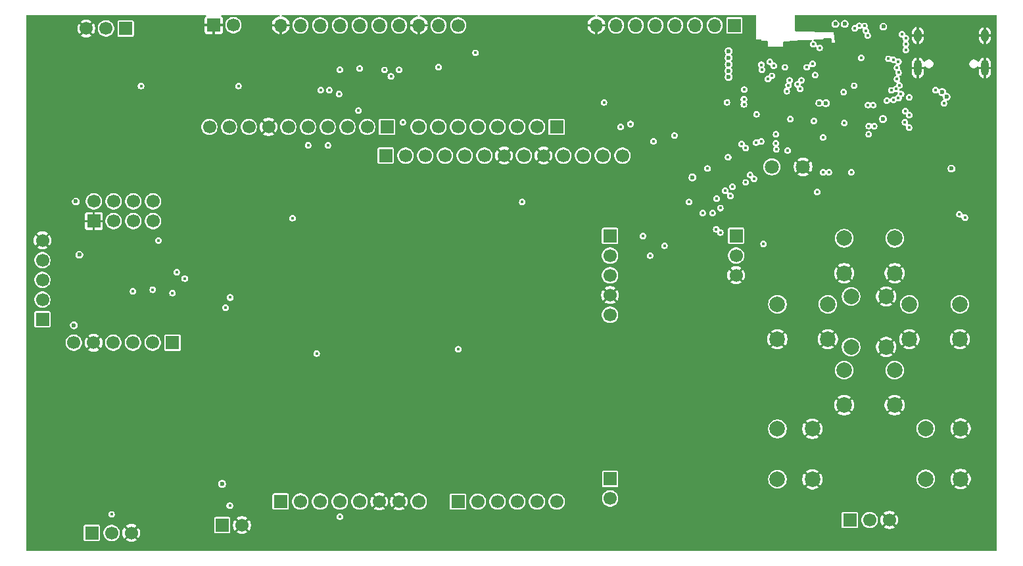
<source format=gbr>
%TF.GenerationSoftware,KiCad,Pcbnew,9.0.6*%
%TF.CreationDate,2025-12-26T21:20:51+11:00*%
%TF.ProjectId,Fipper Zero,46697070-6572-4205-9a65-726f2e6b6963,rev?*%
%TF.SameCoordinates,Original*%
%TF.FileFunction,Copper,L2,Inr*%
%TF.FilePolarity,Positive*%
%FSLAX46Y46*%
G04 Gerber Fmt 4.6, Leading zero omitted, Abs format (unit mm)*
G04 Created by KiCad (PCBNEW 9.0.6) date 2025-12-26 21:20:51*
%MOMM*%
%LPD*%
G01*
G04 APERTURE LIST*
%TA.AperFunction,ComponentPad*%
%ADD10R,1.700000X1.700000*%
%TD*%
%TA.AperFunction,ComponentPad*%
%ADD11C,1.700000*%
%TD*%
%TA.AperFunction,ComponentPad*%
%ADD12C,2.000000*%
%TD*%
%TA.AperFunction,ComponentPad*%
%ADD13O,1.700000X1.700000*%
%TD*%
%TA.AperFunction,HeatsinkPad*%
%ADD14O,1.000000X2.100000*%
%TD*%
%TA.AperFunction,HeatsinkPad*%
%ADD15O,1.000000X1.600000*%
%TD*%
%TA.AperFunction,ComponentPad*%
%ADD16C,1.800000*%
%TD*%
%TA.AperFunction,ViaPad*%
%ADD17C,0.600000*%
%TD*%
%TA.AperFunction,ViaPad*%
%ADD18C,0.450000*%
%TD*%
G04 APERTURE END LIST*
D10*
%TO.N,Net-(J7-Pin_1)*%
%TO.C,J7*%
X146350000Y-104700000D03*
D11*
%TO.N,Net-(J7-Pin_2)*%
X143810000Y-104700000D03*
%TO.N,Net-(J7-Pin_3)*%
X141270000Y-104700000D03*
%TO.N,Net-(J7-Pin_4)*%
X138730000Y-104700000D03*
%TO.N,GND*%
X136190000Y-104700000D03*
%TO.N,+3V3*%
X133650000Y-104700000D03*
%TD*%
D12*
%TO.N,BUTTON_RIGHT*%
%TO.C,SW4*%
X241250000Y-99750000D03*
X247750000Y-99750000D03*
%TO.N,GND*%
X241250000Y-104250000D03*
X247750000Y-104250000D03*
%TD*%
%TO.N,BUTTON_DOWN*%
%TO.C,SW5*%
X232850000Y-108250000D03*
X239350000Y-108250000D03*
%TO.N,GND*%
X232850000Y-112750000D03*
X239350000Y-112750000D03*
%TD*%
D10*
%TO.N,GND*%
%TO.C,J5*%
X136220000Y-89040000D03*
D11*
%TO.N,+3V3*%
X136220000Y-86500000D03*
%TO.N,Net-(J5-Pin_3)*%
X138760000Y-89040000D03*
%TO.N,CC1101_CS*%
X138760000Y-86500000D03*
%TO.N,SPL_R_SCK*%
X141300000Y-89040000D03*
%TO.N,SPL_R_MOSI*%
X141300000Y-86500000D03*
%TO.N,SPL_R_MISO*%
X143840000Y-89040000D03*
%TO.N,unconnected-(J5-Pin_8-Pad8)*%
X143840000Y-86500000D03*
%TD*%
D12*
%TO.N,RESET*%
%TO.C,SW1*%
X243350000Y-122250000D03*
X243350000Y-115750000D03*
%TO.N,GND*%
X247850000Y-122250000D03*
X247850000Y-115750000D03*
%TD*%
%TO.N,BUTTON_LEFT*%
%TO.C,SW3*%
X224250000Y-99750000D03*
X230750000Y-99750000D03*
%TO.N,GND*%
X224250000Y-104250000D03*
X230750000Y-104250000D03*
%TD*%
D10*
%TO.N,SD_CO*%
%TO.C,J8*%
X152760000Y-128200000D03*
D11*
%TO.N,GND*%
X155300000Y-128200000D03*
%TD*%
D12*
%TO.N,BUTTON_OK*%
%TO.C,SW7*%
X233750000Y-105250000D03*
X233750000Y-98750000D03*
%TO.N,GND*%
X238250000Y-105250000D03*
X238250000Y-98750000D03*
%TD*%
D10*
%TO.N,+5V*%
%TO.C,J15*%
X218715000Y-63830000D03*
D13*
%TO.N,Net-(J15-Pin_2)*%
X216175000Y-63830000D03*
%TO.N,Net-(J15-Pin_3)*%
X213635000Y-63830000D03*
%TO.N,Net-(J15-Pin_4)*%
X211095000Y-63830000D03*
%TO.N,Net-(J15-Pin_5)*%
X208555000Y-63830000D03*
%TO.N,Net-(J15-Pin_6)*%
X206015000Y-63830000D03*
%TO.N,Net-(J15-Pin_7)*%
X203475000Y-63830000D03*
%TO.N,GND*%
X200935000Y-63830000D03*
D11*
%TO.N,/+3V3_{EXT}*%
X183155000Y-63830000D03*
D13*
%TO.N,Net-(J15-Pin_10)*%
X180615000Y-63830000D03*
%TO.N,GND*%
X178075000Y-63830000D03*
%TO.N,Net-(J15-Pin_12)*%
X175535000Y-63830000D03*
%TO.N,Net-(J15-Pin_13)*%
X172995000Y-63830000D03*
%TO.N,Net-(J15-Pin_14)*%
X170455000Y-63830000D03*
%TO.N,Net-(J15-Pin_15)*%
X167915000Y-63830000D03*
%TO.N,Net-(J15-Pin_16)*%
X165375000Y-63830000D03*
%TO.N,/iBUTTON_{EXT}*%
X162835000Y-63830000D03*
%TO.N,GND*%
X160295000Y-63830000D03*
%TD*%
D10*
%TO.N,GND*%
%TO.C,J6*%
X151660000Y-63800000D03*
D11*
%TO.N,/iBUTTON_{EXT}*%
X154200000Y-63800000D03*
%TD*%
D14*
%TO.N,GND*%
%TO.C,USB1*%
X250970000Y-69310000D03*
D15*
X250970000Y-65130000D03*
D14*
X242330000Y-69310000D03*
D15*
X242330000Y-65130000D03*
%TD*%
D12*
%TO.N,BUTTON_BACK*%
%TO.C,SW6*%
X224250000Y-122300000D03*
X224250000Y-115800000D03*
%TO.N,GND*%
X228750000Y-122300000D03*
X228750000Y-115800000D03*
%TD*%
D10*
%TO.N,DISPLAY_CS*%
%TO.C,J14*%
X173815000Y-80600000D03*
D11*
%TO.N,DISPLAY_RST*%
X176355000Y-80600000D03*
%TO.N,DISPLAY_DI*%
X178895000Y-80600000D03*
%TO.N,SPL_D_SCK*%
X181435000Y-80600000D03*
%TO.N,SPL_D_MOSI*%
X183975000Y-80600000D03*
%TO.N,+3V3*%
X186515000Y-80600000D03*
%TO.N,GND*%
X189055000Y-80600000D03*
%TO.N,+3V3*%
X191595000Y-80600000D03*
%TO.N,GND*%
X194135000Y-80600000D03*
%TO.N,unconnected-(J14-Pin_10-Pad10)*%
X196675000Y-80600000D03*
%TO.N,unconnected-(J14-Pin_11-Pad11)*%
X199215000Y-80600000D03*
%TO.N,unconnected-(J14-Pin_12-Pad12)*%
X201755000Y-80600000D03*
%TO.N,unconnected-(J14-Pin_13-Pad13)*%
X204295000Y-80600000D03*
%TD*%
D16*
%TO.N,Net-(BZ1-+)*%
%TO.C,BZ1*%
X223550000Y-82050000D03*
%TO.N,GND*%
X227550000Y-82050000D03*
%TD*%
D12*
%TO.N,BUTTON_UP*%
%TO.C,SW2*%
X232850000Y-91250000D03*
X239350000Y-91250000D03*
%TO.N,GND*%
X232850000Y-95750000D03*
X239350000Y-95750000D03*
%TD*%
D10*
%TO.N,IR_TX*%
%TO.C,IR1*%
X135970000Y-129200000D03*
D11*
%TO.N,+3V3*%
X138510000Y-129200000D03*
%TO.N,GND*%
X141050000Y-129200000D03*
%TD*%
D10*
%TO.N,PD2*%
%TO.C,J12*%
X218930000Y-90930000D03*
D11*
%TO.N,+5V*%
X218930000Y-93470000D03*
%TO.N,GND*%
X218930000Y-96010000D03*
%TD*%
D10*
%TO.N,+3V3*%
%TO.C,J10*%
X129600000Y-101690000D03*
D11*
%TO.N,RESET*%
X129600000Y-99150000D03*
%TO.N,I2C_SCL*%
X129600000Y-96610000D03*
%TO.N,I2C_SDA*%
X129600000Y-94070000D03*
%TO.N,GND*%
X129600000Y-91530000D03*
%TD*%
D10*
%TO.N,unconnected-(J11-Pin_1-Pad1)*%
%TO.C,J11*%
X202710000Y-122225000D03*
D11*
%TO.N,unconnected-(J11-Pin_2-Pad2)*%
X202710000Y-124765000D03*
%TD*%
D10*
%TO.N,IR_RX*%
%TO.C,IR2*%
X140320000Y-64230000D03*
D11*
%TO.N,+3V3*%
X137780000Y-64230000D03*
%TO.N,GND*%
X135240000Y-64230000D03*
%TD*%
D10*
%TO.N,NFC_IRQ*%
%TO.C,J4*%
X183120000Y-125165000D03*
D11*
%TO.N,unconnected-(J4-Pin_2-Pad2)*%
X185660000Y-125165000D03*
%TO.N,unconnected-(J4-Pin_3-Pad3)*%
X188200000Y-125165000D03*
%TO.N,unconnected-(J4-Pin_4-Pad4)*%
X190740000Y-125165000D03*
%TO.N,unconnected-(J4-Pin_5-Pad5)*%
X193280000Y-125165000D03*
%TO.N,unconnected-(J4-Pin_6-Pad6)*%
X195820000Y-125165000D03*
%TD*%
D10*
%TO.N,RFID_OUT*%
%TO.C,J13*%
X202700000Y-90950000D03*
D11*
%TO.N,RFID_CARRIER*%
X202700000Y-93490000D03*
%TO.N,RFID_PULL*%
X202700000Y-96030000D03*
%TO.N,GND*%
X202700000Y-98570000D03*
%TO.N,+5V*%
X202700000Y-101110000D03*
%TD*%
D10*
%TO.N,unconnected-(J2-Pin_1-Pad1)*%
%TO.C,J2*%
X160280000Y-125155000D03*
D11*
%TO.N,unconnected-(J2-Pin_2-Pad2)*%
X162820000Y-125155000D03*
%TO.N,unconnected-(J2-Pin_3-Pad3)*%
X165360000Y-125155000D03*
%TO.N,+3V3*%
X167900000Y-125155000D03*
%TO.N,unconnected-(J2-Pin_5-Pad5)*%
X170440000Y-125155000D03*
%TO.N,GND*%
X172980000Y-125155000D03*
X175520000Y-125155000D03*
%TO.N,unconnected-(J2-Pin_8-Pad8)*%
X178060000Y-125155000D03*
%TD*%
D10*
%TO.N,unconnected-(J3-Pin_1-Pad1)*%
%TO.C,J3*%
X195820000Y-76905000D03*
D11*
%TO.N,unconnected-(J3-Pin_2-Pad2)*%
X193280000Y-76905000D03*
%TO.N,unconnected-(J3-Pin_3-Pad3)*%
X190740000Y-76905000D03*
%TO.N,unconnected-(J3-Pin_4-Pad4)*%
X188200000Y-76905000D03*
%TO.N,unconnected-(J3-Pin_5-Pad5)*%
X185660000Y-76905000D03*
%TO.N,unconnected-(J3-Pin_6-Pad6)*%
X183120000Y-76905000D03*
%TO.N,unconnected-(J3-Pin_7-Pad7)*%
X180580000Y-76905000D03*
%TO.N,unconnected-(J3-Pin_8-Pad8)*%
X178040000Y-76905000D03*
%TD*%
D10*
%TO.N,VIBRATION*%
%TO.C,J9*%
X233590000Y-127530000D03*
D11*
%TO.N,+5V*%
X236130000Y-127530000D03*
%TO.N,GND*%
X238670000Y-127530000D03*
%TD*%
D10*
%TO.N,unconnected-(J1-Pin_1-Pad1)*%
%TO.C,J1*%
X173970000Y-76905000D03*
D11*
%TO.N,unconnected-(J1-Pin_2-Pad2)*%
X171430000Y-76905000D03*
%TO.N,NFC_CS*%
X168890000Y-76905000D03*
%TO.N,SPL_R_MOSI*%
X166350000Y-76905000D03*
%TO.N,SPL_R_MISO*%
X163810000Y-76905000D03*
%TO.N,SPL_R_SCK*%
X161270000Y-76905000D03*
%TO.N,GND*%
X158730000Y-76905000D03*
%TO.N,unconnected-(J1-Pin_8-Pad8)*%
X156190000Y-76905000D03*
%TO.N,unconnected-(J1-Pin_9-Pad9)*%
X153650000Y-76905000D03*
%TO.N,unconnected-(J1-Pin_10-Pad10)*%
X151110000Y-76905000D03*
%TD*%
D17*
%TO.N,GND*%
X234220000Y-130500000D03*
X249650000Y-130170000D03*
D18*
X237650000Y-73504000D03*
X224394573Y-68780966D03*
X229570000Y-76404000D03*
D17*
X129640000Y-87460000D03*
X150390000Y-130050000D03*
D18*
X234150000Y-68000000D03*
D17*
X130170000Y-104460000D03*
X219830000Y-68979527D03*
D18*
X222110000Y-72290000D03*
X229987500Y-72597500D03*
D17*
X227440000Y-63600000D03*
X129560000Y-69140000D03*
D18*
X172990000Y-127060000D03*
X240590000Y-127530000D03*
D17*
X129640000Y-77960000D03*
X240730000Y-63602000D03*
X221811765Y-66051527D03*
X221040000Y-64350000D03*
D18*
X240205566Y-77436158D03*
X246300000Y-83590000D03*
D17*
X221040000Y-63260000D03*
X197750000Y-63400000D03*
X197080000Y-130200000D03*
X221640000Y-130380000D03*
X184500000Y-130120000D03*
D18*
X242710000Y-81590000D03*
X245030000Y-74620000D03*
D17*
X186210000Y-63400000D03*
X208410000Y-130380000D03*
X130390000Y-130080000D03*
X231730000Y-64440293D03*
X130130000Y-120690000D03*
X173280000Y-130160000D03*
D18*
X242070000Y-75350000D03*
X224770000Y-70338000D03*
X240563677Y-68484000D03*
D17*
X221050000Y-65290000D03*
D18*
X246864000Y-77640000D03*
D17*
X130240000Y-112140000D03*
X157240000Y-63700000D03*
X145790000Y-63850000D03*
D18*
X230190000Y-76140000D03*
D17*
X163620000Y-130130000D03*
D18*
%TO.N,RESET*%
X225683726Y-71544316D03*
X226825000Y-71435000D03*
X219980000Y-72100000D03*
X142300000Y-71630000D03*
X154850000Y-71630000D03*
D17*
%TO.N,+3V3*%
X152750000Y-122880000D03*
D18*
X225449000Y-72290000D03*
D17*
X246660000Y-82280000D03*
D18*
X240173278Y-72638184D03*
D17*
X237847010Y-75899163D03*
D18*
X138500000Y-126800000D03*
X167920000Y-127090000D03*
D17*
X133650000Y-102450000D03*
X229650000Y-73820000D03*
X133900000Y-86500000D03*
D18*
%TO.N,IR_TX*%
X227190000Y-72030000D03*
X229106018Y-70233546D03*
X219939000Y-73340000D03*
X167791232Y-72685000D03*
%TO.N,IR_RX*%
X229700577Y-66724999D03*
%TO.N,SPL_R_SCK*%
X164910000Y-106080000D03*
%TO.N,NFC_CS*%
X240710000Y-74860000D03*
%TO.N,SPL_R_MOSI*%
X166360000Y-79273768D03*
X230140000Y-78250000D03*
%TO.N,SPL_R_MISO*%
X224075000Y-77855000D03*
X170301232Y-74805000D03*
X163810000Y-79273768D03*
%TO.N,NFC_IRQ*%
X218217282Y-85807718D03*
X236720000Y-76805000D03*
X233760000Y-82755000D03*
X235050000Y-68000000D03*
X183140000Y-105555000D03*
%TO.N,CC1101_CS*%
X240678768Y-76321232D03*
X238907500Y-72202500D03*
X208291232Y-78748768D03*
X239210000Y-73400000D03*
%TO.N,SD_CO*%
X232800000Y-72420000D03*
X215253332Y-82276668D03*
X222152870Y-78780999D03*
X153730000Y-125690000D03*
X228960992Y-76130000D03*
X153773768Y-98873768D03*
%TO.N,VIBRATION*%
X235875000Y-65129998D03*
%TO.N,I2C_SCL*%
X235661935Y-64515908D03*
%TO.N,I2C_SDA*%
X146885000Y-95630000D03*
X230879925Y-82755000D03*
X209707662Y-92197662D03*
X217539561Y-85130000D03*
%TO.N,RFID_OUT*%
X206940000Y-90960000D03*
X239975454Y-71546399D03*
X216375732Y-90073000D03*
X241225000Y-73103201D03*
X216430000Y-86140000D03*
X241240000Y-75380000D03*
%TO.N,RFID_PULL*%
X217904579Y-80825421D03*
X219635000Y-79091010D03*
%TO.N,RFID_CARRIER*%
X207859112Y-93479112D03*
X218472827Y-84605000D03*
X230140000Y-82755000D03*
%TO.N,DISPLAY_RST*%
X240783842Y-66987844D03*
%TO.N,DISPLAY_CS*%
X224075000Y-79010000D03*
X212881232Y-86591232D03*
X220711996Y-83068556D03*
X191390000Y-86580000D03*
%TO.N,SPL_D_SCK*%
X143810000Y-97860000D03*
X241210000Y-76990000D03*
D17*
X213300000Y-83410000D03*
D18*
X239531767Y-72021421D03*
X144531232Y-91528768D03*
X239835345Y-73193436D03*
X161800000Y-88640000D03*
%TO.N,DISPLAY_DI*%
X240786812Y-66243097D03*
%TO.N,SPL_D_MOSI*%
X215901232Y-87988768D03*
X147943768Y-96426232D03*
X214620000Y-87988768D03*
X239640001Y-69297181D03*
%TO.N,PC3*%
X222259078Y-69557913D03*
X223791462Y-69028527D03*
X228039255Y-69238343D03*
D17*
X217965000Y-70475585D03*
D18*
%TO.N,PC0*%
X219939000Y-73990003D03*
X166530000Y-72160000D03*
%TO.N,SWDIO*%
X173643768Y-69576232D03*
X225570000Y-79935000D03*
X176010000Y-76300000D03*
X175530000Y-69570000D03*
%TO.N,SWCLK*%
X174473768Y-70406232D03*
X180610000Y-69210000D03*
X210998332Y-78021668D03*
X221515000Y-78906000D03*
%TO.N,iBUTTON*%
X205325000Y-76525000D03*
X201930000Y-73755000D03*
X239861356Y-69918338D03*
X165430000Y-72160000D03*
%TO.N,UART1_TX*%
X239833470Y-68496255D03*
X204070000Y-76900000D03*
%TO.N,UART1_RX*%
X217760000Y-73735000D03*
X170460000Y-69390000D03*
X185387298Y-67372702D03*
X225930000Y-75894000D03*
X221551232Y-75261232D03*
D17*
X230501955Y-73846575D03*
%TO.N,PA4*%
X231730000Y-63640290D03*
X232930000Y-63639265D03*
D18*
%TO.N,PA6*%
X234225000Y-64205091D03*
D17*
X217965000Y-67978527D03*
%TO.N,PA7*%
X217965000Y-67130000D03*
D18*
X234796266Y-63895000D03*
%TO.N,PB3*%
X232885000Y-76410000D03*
D17*
X217965000Y-68827054D03*
D18*
%TO.N,PB2*%
X235446269Y-63895000D03*
X223266461Y-68503527D03*
X222170000Y-68904527D03*
D17*
X217965000Y-69675582D03*
D18*
%TO.N,PC1*%
X223031232Y-70718768D03*
X167910000Y-69540000D03*
X225825659Y-70910000D03*
X227343019Y-70910000D03*
%TO.N,SPL_D_MISO*%
X225200000Y-69230000D03*
X146360000Y-98290000D03*
X228785000Y-68780527D03*
X223557991Y-70337942D03*
%TO.N,SD_CS*%
X224090000Y-79800000D03*
X221237996Y-83620000D03*
X153196232Y-100193768D03*
X141270000Y-98060000D03*
%TO.N,Net-(U1-PD2)*%
X234150000Y-71600000D03*
X229380000Y-85282718D03*
X236020000Y-76800000D03*
X236010000Y-77855000D03*
%TO.N,CC1101_GO*%
X228886232Y-66255000D03*
D17*
X134350000Y-93355000D03*
%TO.N,PERIPHERAL_POWER*%
X237893768Y-63975000D03*
D18*
X238320000Y-73504000D03*
%TO.N,BUTTON_UP*%
X240300000Y-64962459D03*
%TO.N,BUTTON_LEFT*%
X240786812Y-65500634D03*
%TO.N,BUTTON_RIGHT*%
X248389918Y-88596318D03*
X238547677Y-68136677D03*
%TO.N,BUTTON_DOWN*%
X245700000Y-73880000D03*
X216900732Y-87358268D03*
X216900732Y-90500000D03*
X244631304Y-72163823D03*
X239640000Y-70763281D03*
%TO.N,BUTTON_BACK*%
X239190810Y-68236008D03*
X247700000Y-88140000D03*
%TO.N,BUTTON_OK*%
X220186996Y-79643004D03*
X220184370Y-84053853D03*
X222470000Y-91960000D03*
D17*
%TO.N,USB_D+*%
X245474479Y-72424479D03*
D18*
X235914424Y-74077803D03*
D17*
%TO.N,USB_D-*%
X246040000Y-73026521D03*
D18*
X236600000Y-74078201D03*
%TD*%
%TA.AperFunction,Conductor*%
%TO.N,GND*%
G36*
X150674180Y-62519407D02*
G01*
X150710144Y-62568907D01*
X150710144Y-62630093D01*
X150674180Y-62679593D01*
X150655977Y-62690065D01*
X150637522Y-62698213D01*
X150558213Y-62777522D01*
X150512909Y-62880127D01*
X150510000Y-62905202D01*
X150510000Y-63649999D01*
X150510001Y-63650000D01*
X151182555Y-63650000D01*
X151160000Y-63734174D01*
X151160000Y-63865826D01*
X151182555Y-63950000D01*
X150510002Y-63950000D01*
X150510001Y-63950001D01*
X150510001Y-64694791D01*
X150512909Y-64719874D01*
X150558213Y-64822477D01*
X150637522Y-64901786D01*
X150740127Y-64947090D01*
X150765203Y-64949999D01*
X151509998Y-64949999D01*
X151510000Y-64949998D01*
X151510000Y-64277445D01*
X151594174Y-64300000D01*
X151725826Y-64300000D01*
X151810000Y-64277445D01*
X151810000Y-64949998D01*
X151810001Y-64949999D01*
X152554790Y-64949999D01*
X152554791Y-64949998D01*
X152579874Y-64947090D01*
X152682477Y-64901786D01*
X152761786Y-64822477D01*
X152807090Y-64719872D01*
X152809999Y-64694797D01*
X152810000Y-64694795D01*
X152810000Y-63950001D01*
X152809999Y-63950000D01*
X152137445Y-63950000D01*
X152160000Y-63865826D01*
X152160000Y-63734174D01*
X152149914Y-63696532D01*
X153149500Y-63696532D01*
X153149500Y-63903467D01*
X153189869Y-64106418D01*
X153269058Y-64297597D01*
X153381817Y-64466354D01*
X153384023Y-64469655D01*
X153530345Y-64615977D01*
X153702402Y-64730941D01*
X153893580Y-64810130D01*
X154096535Y-64850500D01*
X154096536Y-64850500D01*
X154303464Y-64850500D01*
X154303465Y-64850500D01*
X154506420Y-64810130D01*
X154697598Y-64730941D01*
X154869655Y-64615977D01*
X155015977Y-64469655D01*
X155130941Y-64297598D01*
X155210130Y-64106420D01*
X155250500Y-63903465D01*
X155250500Y-63696535D01*
X155210130Y-63493580D01*
X155130941Y-63302402D01*
X155015977Y-63130345D01*
X154869655Y-62984023D01*
X154869651Y-62984020D01*
X154697597Y-62869058D01*
X154506418Y-62789869D01*
X154303467Y-62749500D01*
X154303465Y-62749500D01*
X154096535Y-62749500D01*
X154096532Y-62749500D01*
X153893581Y-62789869D01*
X153702402Y-62869058D01*
X153530348Y-62984020D01*
X153384020Y-63130348D01*
X153269058Y-63302402D01*
X153189869Y-63493581D01*
X153149500Y-63696532D01*
X152149914Y-63696532D01*
X152137445Y-63650000D01*
X152809998Y-63650000D01*
X152809999Y-63649999D01*
X152809999Y-62905210D01*
X152809998Y-62905208D01*
X152807090Y-62880125D01*
X152761786Y-62777522D01*
X152682477Y-62698213D01*
X152664023Y-62690065D01*
X152618428Y-62649264D01*
X152605522Y-62589455D01*
X152630236Y-62533483D01*
X152683129Y-62502727D01*
X152704011Y-62500500D01*
X160079896Y-62500500D01*
X160138087Y-62519407D01*
X160174051Y-62568907D01*
X160174051Y-62630093D01*
X160138087Y-62679593D01*
X160095383Y-62697281D01*
X160025710Y-62708316D01*
X159853559Y-62764250D01*
X159692269Y-62846431D01*
X159692265Y-62846433D01*
X159545830Y-62952824D01*
X159417824Y-63080830D01*
X159311433Y-63227265D01*
X159311431Y-63227269D01*
X159229250Y-63388559D01*
X159173316Y-63560710D01*
X159154423Y-63680000D01*
X159869318Y-63680000D01*
X159845000Y-63770756D01*
X159845000Y-63889244D01*
X159869318Y-63980000D01*
X159154423Y-63980000D01*
X159173316Y-64099289D01*
X159229250Y-64271440D01*
X159311431Y-64432730D01*
X159311433Y-64432734D01*
X159417824Y-64579169D01*
X159545830Y-64707175D01*
X159692265Y-64813566D01*
X159692269Y-64813568D01*
X159853559Y-64895749D01*
X160025710Y-64951683D01*
X160145000Y-64970577D01*
X160145000Y-64255681D01*
X160235756Y-64280000D01*
X160354244Y-64280000D01*
X160445000Y-64255681D01*
X160445000Y-64970576D01*
X160564289Y-64951683D01*
X160736440Y-64895749D01*
X160897730Y-64813568D01*
X160897734Y-64813566D01*
X161044169Y-64707175D01*
X161172175Y-64579169D01*
X161278566Y-64432734D01*
X161278568Y-64432730D01*
X161360749Y-64271440D01*
X161416683Y-64099289D01*
X161435577Y-63980000D01*
X160720682Y-63980000D01*
X160745000Y-63889244D01*
X160745000Y-63770756D01*
X160733150Y-63726532D01*
X161784500Y-63726532D01*
X161784500Y-63933467D01*
X161824869Y-64136418D01*
X161904058Y-64327597D01*
X162002883Y-64475500D01*
X162019023Y-64499655D01*
X162165345Y-64645977D01*
X162337402Y-64760941D01*
X162528580Y-64840130D01*
X162731535Y-64880500D01*
X162731536Y-64880500D01*
X162938464Y-64880500D01*
X162938465Y-64880500D01*
X163141420Y-64840130D01*
X163332598Y-64760941D01*
X163504655Y-64645977D01*
X163650977Y-64499655D01*
X163765941Y-64327598D01*
X163845130Y-64136420D01*
X163885500Y-63933465D01*
X163885500Y-63726535D01*
X163885499Y-63726532D01*
X164324500Y-63726532D01*
X164324500Y-63933467D01*
X164364869Y-64136418D01*
X164444058Y-64327597D01*
X164542883Y-64475500D01*
X164559023Y-64499655D01*
X164705345Y-64645977D01*
X164877402Y-64760941D01*
X165068580Y-64840130D01*
X165271535Y-64880500D01*
X165271536Y-64880500D01*
X165478464Y-64880500D01*
X165478465Y-64880500D01*
X165681420Y-64840130D01*
X165872598Y-64760941D01*
X166044655Y-64645977D01*
X166190977Y-64499655D01*
X166305941Y-64327598D01*
X166385130Y-64136420D01*
X166425500Y-63933465D01*
X166425500Y-63726535D01*
X166425499Y-63726532D01*
X166864500Y-63726532D01*
X166864500Y-63933467D01*
X166904869Y-64136418D01*
X166984058Y-64327597D01*
X167082883Y-64475500D01*
X167099023Y-64499655D01*
X167245345Y-64645977D01*
X167417402Y-64760941D01*
X167608580Y-64840130D01*
X167811535Y-64880500D01*
X167811536Y-64880500D01*
X168018464Y-64880500D01*
X168018465Y-64880500D01*
X168221420Y-64840130D01*
X168412598Y-64760941D01*
X168584655Y-64645977D01*
X168730977Y-64499655D01*
X168845941Y-64327598D01*
X168925130Y-64136420D01*
X168965500Y-63933465D01*
X168965500Y-63726535D01*
X168965499Y-63726532D01*
X169404500Y-63726532D01*
X169404500Y-63933467D01*
X169444869Y-64136418D01*
X169524058Y-64327597D01*
X169622883Y-64475500D01*
X169639023Y-64499655D01*
X169785345Y-64645977D01*
X169957402Y-64760941D01*
X170148580Y-64840130D01*
X170351535Y-64880500D01*
X170351536Y-64880500D01*
X170558464Y-64880500D01*
X170558465Y-64880500D01*
X170761420Y-64840130D01*
X170952598Y-64760941D01*
X171124655Y-64645977D01*
X171270977Y-64499655D01*
X171385941Y-64327598D01*
X171465130Y-64136420D01*
X171505500Y-63933465D01*
X171505500Y-63726535D01*
X171505499Y-63726532D01*
X171944500Y-63726532D01*
X171944500Y-63933467D01*
X171984869Y-64136418D01*
X172064058Y-64327597D01*
X172162883Y-64475500D01*
X172179023Y-64499655D01*
X172325345Y-64645977D01*
X172497402Y-64760941D01*
X172688580Y-64840130D01*
X172891535Y-64880500D01*
X172891536Y-64880500D01*
X173098464Y-64880500D01*
X173098465Y-64880500D01*
X173301420Y-64840130D01*
X173492598Y-64760941D01*
X173664655Y-64645977D01*
X173810977Y-64499655D01*
X173925941Y-64327598D01*
X174005130Y-64136420D01*
X174045500Y-63933465D01*
X174045500Y-63726535D01*
X174045499Y-63726532D01*
X174484500Y-63726532D01*
X174484500Y-63933467D01*
X174524869Y-64136418D01*
X174604058Y-64327597D01*
X174702883Y-64475500D01*
X174719023Y-64499655D01*
X174865345Y-64645977D01*
X175037402Y-64760941D01*
X175228580Y-64840130D01*
X175431535Y-64880500D01*
X175431536Y-64880500D01*
X175638464Y-64880500D01*
X175638465Y-64880500D01*
X175841420Y-64840130D01*
X176032598Y-64760941D01*
X176204655Y-64645977D01*
X176350977Y-64499655D01*
X176465941Y-64327598D01*
X176545130Y-64136420D01*
X176573659Y-63992993D01*
X176585499Y-63933471D01*
X176585499Y-63933468D01*
X176585500Y-63933465D01*
X176585500Y-63726535D01*
X176545130Y-63523580D01*
X176465941Y-63332402D01*
X176350977Y-63160345D01*
X176204655Y-63014023D01*
X176159757Y-62984023D01*
X176032597Y-62899058D01*
X175841418Y-62819869D01*
X175638467Y-62779500D01*
X175638465Y-62779500D01*
X175431535Y-62779500D01*
X175431532Y-62779500D01*
X175228581Y-62819869D01*
X175037402Y-62899058D01*
X174865348Y-63014020D01*
X174719020Y-63160348D01*
X174604058Y-63332402D01*
X174524869Y-63523581D01*
X174484500Y-63726532D01*
X174045499Y-63726532D01*
X174005130Y-63523580D01*
X173925941Y-63332402D01*
X173810977Y-63160345D01*
X173664655Y-63014023D01*
X173619757Y-62984023D01*
X173492597Y-62899058D01*
X173301418Y-62819869D01*
X173098467Y-62779500D01*
X173098465Y-62779500D01*
X172891535Y-62779500D01*
X172891532Y-62779500D01*
X172688581Y-62819869D01*
X172497402Y-62899058D01*
X172325348Y-63014020D01*
X172179020Y-63160348D01*
X172064058Y-63332402D01*
X171984869Y-63523581D01*
X171944500Y-63726532D01*
X171505499Y-63726532D01*
X171465130Y-63523580D01*
X171385941Y-63332402D01*
X171270977Y-63160345D01*
X171124655Y-63014023D01*
X171079757Y-62984023D01*
X170952597Y-62899058D01*
X170761418Y-62819869D01*
X170558467Y-62779500D01*
X170558465Y-62779500D01*
X170351535Y-62779500D01*
X170351532Y-62779500D01*
X170148581Y-62819869D01*
X169957402Y-62899058D01*
X169785348Y-63014020D01*
X169639020Y-63160348D01*
X169524058Y-63332402D01*
X169444869Y-63523581D01*
X169404500Y-63726532D01*
X168965499Y-63726532D01*
X168925130Y-63523580D01*
X168845941Y-63332402D01*
X168730977Y-63160345D01*
X168584655Y-63014023D01*
X168539757Y-62984023D01*
X168412597Y-62899058D01*
X168221418Y-62819869D01*
X168018467Y-62779500D01*
X168018465Y-62779500D01*
X167811535Y-62779500D01*
X167811532Y-62779500D01*
X167608581Y-62819869D01*
X167417402Y-62899058D01*
X167245348Y-63014020D01*
X167099020Y-63160348D01*
X166984058Y-63332402D01*
X166904869Y-63523581D01*
X166864500Y-63726532D01*
X166425499Y-63726532D01*
X166385130Y-63523580D01*
X166305941Y-63332402D01*
X166190977Y-63160345D01*
X166044655Y-63014023D01*
X165999757Y-62984023D01*
X165872597Y-62899058D01*
X165681418Y-62819869D01*
X165478467Y-62779500D01*
X165478465Y-62779500D01*
X165271535Y-62779500D01*
X165271532Y-62779500D01*
X165068581Y-62819869D01*
X164877402Y-62899058D01*
X164705348Y-63014020D01*
X164559020Y-63160348D01*
X164444058Y-63332402D01*
X164364869Y-63523581D01*
X164324500Y-63726532D01*
X163885499Y-63726532D01*
X163845130Y-63523580D01*
X163765941Y-63332402D01*
X163650977Y-63160345D01*
X163504655Y-63014023D01*
X163459757Y-62984023D01*
X163332597Y-62899058D01*
X163141418Y-62819869D01*
X162938467Y-62779500D01*
X162938465Y-62779500D01*
X162731535Y-62779500D01*
X162731532Y-62779500D01*
X162528581Y-62819869D01*
X162337402Y-62899058D01*
X162165348Y-63014020D01*
X162019020Y-63160348D01*
X161904058Y-63332402D01*
X161824869Y-63523581D01*
X161784500Y-63726532D01*
X160733150Y-63726532D01*
X160720682Y-63680000D01*
X161435577Y-63680000D01*
X161435577Y-63679999D01*
X161416683Y-63560710D01*
X161360749Y-63388559D01*
X161278568Y-63227269D01*
X161278566Y-63227265D01*
X161172175Y-63080830D01*
X161044169Y-62952824D01*
X160897734Y-62846433D01*
X160897730Y-62846431D01*
X160736440Y-62764250D01*
X160564289Y-62708316D01*
X160494617Y-62697281D01*
X160440100Y-62669504D01*
X160412323Y-62614987D01*
X160421894Y-62554555D01*
X160465159Y-62511290D01*
X160510104Y-62500500D01*
X177859896Y-62500500D01*
X177918087Y-62519407D01*
X177954051Y-62568907D01*
X177954051Y-62630093D01*
X177918087Y-62679593D01*
X177875383Y-62697281D01*
X177805710Y-62708316D01*
X177633559Y-62764250D01*
X177472269Y-62846431D01*
X177472265Y-62846433D01*
X177325830Y-62952824D01*
X177197824Y-63080830D01*
X177091433Y-63227265D01*
X177091431Y-63227269D01*
X177009250Y-63388559D01*
X176953316Y-63560710D01*
X176934423Y-63680000D01*
X177649318Y-63680000D01*
X177625000Y-63770756D01*
X177625000Y-63889244D01*
X177649318Y-63980000D01*
X176934423Y-63980000D01*
X176953316Y-64099289D01*
X177009250Y-64271440D01*
X177091431Y-64432730D01*
X177091433Y-64432734D01*
X177197824Y-64579169D01*
X177325830Y-64707175D01*
X177472265Y-64813566D01*
X177472269Y-64813568D01*
X177633559Y-64895749D01*
X177805710Y-64951683D01*
X177925000Y-64970577D01*
X177925000Y-64255681D01*
X178015756Y-64280000D01*
X178134244Y-64280000D01*
X178225000Y-64255681D01*
X178225000Y-64970576D01*
X178344289Y-64951683D01*
X178516440Y-64895749D01*
X178677730Y-64813568D01*
X178677734Y-64813566D01*
X178824169Y-64707175D01*
X178952175Y-64579169D01*
X179058566Y-64432734D01*
X179058568Y-64432730D01*
X179140749Y-64271440D01*
X179196683Y-64099289D01*
X179215577Y-63980000D01*
X178500682Y-63980000D01*
X178525000Y-63889244D01*
X178525000Y-63770756D01*
X178513150Y-63726532D01*
X179564500Y-63726532D01*
X179564500Y-63933467D01*
X179604869Y-64136418D01*
X179684058Y-64327597D01*
X179782883Y-64475500D01*
X179799023Y-64499655D01*
X179945345Y-64645977D01*
X180117402Y-64760941D01*
X180308580Y-64840130D01*
X180511535Y-64880500D01*
X180511536Y-64880500D01*
X180718464Y-64880500D01*
X180718465Y-64880500D01*
X180921420Y-64840130D01*
X181112598Y-64760941D01*
X181284655Y-64645977D01*
X181430977Y-64499655D01*
X181545941Y-64327598D01*
X181625130Y-64136420D01*
X181665500Y-63933465D01*
X181665500Y-63726535D01*
X181665499Y-63726532D01*
X182104500Y-63726532D01*
X182104500Y-63933467D01*
X182144869Y-64136418D01*
X182224058Y-64327597D01*
X182322883Y-64475500D01*
X182339023Y-64499655D01*
X182485345Y-64645977D01*
X182657402Y-64760941D01*
X182848580Y-64840130D01*
X183051535Y-64880500D01*
X183051536Y-64880500D01*
X183258464Y-64880500D01*
X183258465Y-64880500D01*
X183461420Y-64840130D01*
X183652598Y-64760941D01*
X183824655Y-64645977D01*
X183970977Y-64499655D01*
X184085941Y-64327598D01*
X184165130Y-64136420D01*
X184193659Y-63992993D01*
X184205499Y-63933471D01*
X184205499Y-63933468D01*
X184205500Y-63933465D01*
X184205500Y-63726535D01*
X184165130Y-63523580D01*
X184085941Y-63332402D01*
X183970977Y-63160345D01*
X183824655Y-63014023D01*
X183779757Y-62984023D01*
X183652597Y-62899058D01*
X183461418Y-62819869D01*
X183258467Y-62779500D01*
X183258465Y-62779500D01*
X183051535Y-62779500D01*
X183051532Y-62779500D01*
X182848581Y-62819869D01*
X182657402Y-62899058D01*
X182485348Y-63014020D01*
X182339020Y-63160348D01*
X182224058Y-63332402D01*
X182144869Y-63523581D01*
X182104500Y-63726532D01*
X181665499Y-63726532D01*
X181625130Y-63523580D01*
X181545941Y-63332402D01*
X181430977Y-63160345D01*
X181284655Y-63014023D01*
X181239757Y-62984023D01*
X181112597Y-62899058D01*
X180921418Y-62819869D01*
X180718467Y-62779500D01*
X180718465Y-62779500D01*
X180511535Y-62779500D01*
X180511532Y-62779500D01*
X180308581Y-62819869D01*
X180117402Y-62899058D01*
X179945348Y-63014020D01*
X179799020Y-63160348D01*
X179684058Y-63332402D01*
X179604869Y-63523581D01*
X179564500Y-63726532D01*
X178513150Y-63726532D01*
X178500682Y-63680000D01*
X179215577Y-63680000D01*
X179215577Y-63679999D01*
X179196683Y-63560710D01*
X179140749Y-63388559D01*
X179058568Y-63227269D01*
X179058566Y-63227265D01*
X178952175Y-63080830D01*
X178824169Y-62952824D01*
X178677734Y-62846433D01*
X178677730Y-62846431D01*
X178516440Y-62764250D01*
X178344289Y-62708316D01*
X178274617Y-62697281D01*
X178220100Y-62669504D01*
X178192323Y-62614987D01*
X178201894Y-62554555D01*
X178245159Y-62511290D01*
X178290104Y-62500500D01*
X200719896Y-62500500D01*
X200778087Y-62519407D01*
X200814051Y-62568907D01*
X200814051Y-62630093D01*
X200778087Y-62679593D01*
X200735383Y-62697281D01*
X200665710Y-62708316D01*
X200493559Y-62764250D01*
X200332269Y-62846431D01*
X200332265Y-62846433D01*
X200185830Y-62952824D01*
X200057824Y-63080830D01*
X199951433Y-63227265D01*
X199951431Y-63227269D01*
X199869250Y-63388559D01*
X199813316Y-63560710D01*
X199794423Y-63680000D01*
X200509318Y-63680000D01*
X200485000Y-63770756D01*
X200485000Y-63889244D01*
X200509318Y-63980000D01*
X199794423Y-63980000D01*
X199813316Y-64099289D01*
X199869250Y-64271440D01*
X199951431Y-64432730D01*
X199951433Y-64432734D01*
X200057824Y-64579169D01*
X200185830Y-64707175D01*
X200332265Y-64813566D01*
X200332269Y-64813568D01*
X200493559Y-64895749D01*
X200665710Y-64951683D01*
X200785000Y-64970577D01*
X200785000Y-64255681D01*
X200875756Y-64280000D01*
X200994244Y-64280000D01*
X201085000Y-64255681D01*
X201085000Y-64970576D01*
X201204289Y-64951683D01*
X201376440Y-64895749D01*
X201537730Y-64813568D01*
X201537734Y-64813566D01*
X201684169Y-64707175D01*
X201812175Y-64579169D01*
X201918566Y-64432734D01*
X201918568Y-64432730D01*
X202000749Y-64271440D01*
X202056683Y-64099289D01*
X202075577Y-63980000D01*
X201360682Y-63980000D01*
X201385000Y-63889244D01*
X201385000Y-63770756D01*
X201373150Y-63726532D01*
X202424500Y-63726532D01*
X202424500Y-63933467D01*
X202464869Y-64136418D01*
X202544058Y-64327597D01*
X202642883Y-64475500D01*
X202659023Y-64499655D01*
X202805345Y-64645977D01*
X202977402Y-64760941D01*
X203168580Y-64840130D01*
X203371535Y-64880500D01*
X203371536Y-64880500D01*
X203578464Y-64880500D01*
X203578465Y-64880500D01*
X203781420Y-64840130D01*
X203972598Y-64760941D01*
X204144655Y-64645977D01*
X204290977Y-64499655D01*
X204405941Y-64327598D01*
X204485130Y-64136420D01*
X204525500Y-63933465D01*
X204525500Y-63726535D01*
X204525499Y-63726532D01*
X204964500Y-63726532D01*
X204964500Y-63933467D01*
X205004869Y-64136418D01*
X205084058Y-64327597D01*
X205182883Y-64475500D01*
X205199023Y-64499655D01*
X205345345Y-64645977D01*
X205517402Y-64760941D01*
X205708580Y-64840130D01*
X205911535Y-64880500D01*
X205911536Y-64880500D01*
X206118464Y-64880500D01*
X206118465Y-64880500D01*
X206321420Y-64840130D01*
X206512598Y-64760941D01*
X206684655Y-64645977D01*
X206830977Y-64499655D01*
X206945941Y-64327598D01*
X207025130Y-64136420D01*
X207065500Y-63933465D01*
X207065500Y-63726535D01*
X207065499Y-63726532D01*
X207504500Y-63726532D01*
X207504500Y-63933467D01*
X207544869Y-64136418D01*
X207624058Y-64327597D01*
X207722883Y-64475500D01*
X207739023Y-64499655D01*
X207885345Y-64645977D01*
X208057402Y-64760941D01*
X208248580Y-64840130D01*
X208451535Y-64880500D01*
X208451536Y-64880500D01*
X208658464Y-64880500D01*
X208658465Y-64880500D01*
X208861420Y-64840130D01*
X209052598Y-64760941D01*
X209224655Y-64645977D01*
X209370977Y-64499655D01*
X209485941Y-64327598D01*
X209565130Y-64136420D01*
X209605500Y-63933465D01*
X209605500Y-63726535D01*
X209605499Y-63726532D01*
X210044500Y-63726532D01*
X210044500Y-63933467D01*
X210084869Y-64136418D01*
X210164058Y-64327597D01*
X210262883Y-64475500D01*
X210279023Y-64499655D01*
X210425345Y-64645977D01*
X210597402Y-64760941D01*
X210788580Y-64840130D01*
X210991535Y-64880500D01*
X210991536Y-64880500D01*
X211198464Y-64880500D01*
X211198465Y-64880500D01*
X211401420Y-64840130D01*
X211592598Y-64760941D01*
X211764655Y-64645977D01*
X211910977Y-64499655D01*
X212025941Y-64327598D01*
X212105130Y-64136420D01*
X212145500Y-63933465D01*
X212145500Y-63726535D01*
X212145499Y-63726532D01*
X212584500Y-63726532D01*
X212584500Y-63933467D01*
X212624869Y-64136418D01*
X212704058Y-64327597D01*
X212802883Y-64475500D01*
X212819023Y-64499655D01*
X212965345Y-64645977D01*
X213137402Y-64760941D01*
X213328580Y-64840130D01*
X213531535Y-64880500D01*
X213531536Y-64880500D01*
X213738464Y-64880500D01*
X213738465Y-64880500D01*
X213941420Y-64840130D01*
X214132598Y-64760941D01*
X214304655Y-64645977D01*
X214450977Y-64499655D01*
X214565941Y-64327598D01*
X214645130Y-64136420D01*
X214685500Y-63933465D01*
X214685500Y-63726535D01*
X214685499Y-63726532D01*
X215124500Y-63726532D01*
X215124500Y-63933467D01*
X215164869Y-64136418D01*
X215244058Y-64327597D01*
X215342883Y-64475500D01*
X215359023Y-64499655D01*
X215505345Y-64645977D01*
X215677402Y-64760941D01*
X215868580Y-64840130D01*
X216071535Y-64880500D01*
X216071536Y-64880500D01*
X216278464Y-64880500D01*
X216278465Y-64880500D01*
X216481420Y-64840130D01*
X216672598Y-64760941D01*
X216844655Y-64645977D01*
X216990977Y-64499655D01*
X217105941Y-64327598D01*
X217185130Y-64136420D01*
X217225500Y-63933465D01*
X217225500Y-63726535D01*
X217185130Y-63523580D01*
X217105941Y-63332402D01*
X216990977Y-63160345D01*
X216844655Y-63014023D01*
X216799757Y-62984023D01*
X216764182Y-62960253D01*
X217664500Y-62960253D01*
X217664500Y-64699746D01*
X217664501Y-64699758D01*
X217676132Y-64758227D01*
X217676134Y-64758233D01*
X217720445Y-64824548D01*
X217720448Y-64824552D01*
X217786769Y-64868867D01*
X217831231Y-64877711D01*
X217845241Y-64880498D01*
X217845246Y-64880498D01*
X217845252Y-64880500D01*
X217845253Y-64880500D01*
X219584747Y-64880500D01*
X219584748Y-64880500D01*
X219643231Y-64868867D01*
X219709552Y-64824552D01*
X219753867Y-64758231D01*
X219765500Y-64699748D01*
X219765500Y-62960252D01*
X219764022Y-62952824D01*
X219754551Y-62905208D01*
X219753867Y-62901769D01*
X219709552Y-62835448D01*
X219709548Y-62835445D01*
X219643233Y-62791134D01*
X219643231Y-62791133D01*
X219643228Y-62791132D01*
X219643227Y-62791132D01*
X219584758Y-62779501D01*
X219584748Y-62779500D01*
X217845252Y-62779500D01*
X217845251Y-62779500D01*
X217845241Y-62779501D01*
X217786772Y-62791132D01*
X217786766Y-62791134D01*
X217720451Y-62835445D01*
X217720445Y-62835451D01*
X217676134Y-62901766D01*
X217676132Y-62901772D01*
X217664501Y-62960241D01*
X217664500Y-62960253D01*
X216764182Y-62960253D01*
X216672597Y-62899058D01*
X216481418Y-62819869D01*
X216278467Y-62779500D01*
X216278465Y-62779500D01*
X216071535Y-62779500D01*
X216071532Y-62779500D01*
X215868581Y-62819869D01*
X215677402Y-62899058D01*
X215505348Y-63014020D01*
X215359020Y-63160348D01*
X215244058Y-63332402D01*
X215164869Y-63523581D01*
X215124500Y-63726532D01*
X214685499Y-63726532D01*
X214645130Y-63523580D01*
X214565941Y-63332402D01*
X214450977Y-63160345D01*
X214304655Y-63014023D01*
X214259757Y-62984023D01*
X214132597Y-62899058D01*
X213941418Y-62819869D01*
X213738467Y-62779500D01*
X213738465Y-62779500D01*
X213531535Y-62779500D01*
X213531532Y-62779500D01*
X213328581Y-62819869D01*
X213137402Y-62899058D01*
X212965348Y-63014020D01*
X212819020Y-63160348D01*
X212704058Y-63332402D01*
X212624869Y-63523581D01*
X212584500Y-63726532D01*
X212145499Y-63726532D01*
X212105130Y-63523580D01*
X212025941Y-63332402D01*
X211910977Y-63160345D01*
X211764655Y-63014023D01*
X211719757Y-62984023D01*
X211592597Y-62899058D01*
X211401418Y-62819869D01*
X211198467Y-62779500D01*
X211198465Y-62779500D01*
X210991535Y-62779500D01*
X210991532Y-62779500D01*
X210788581Y-62819869D01*
X210597402Y-62899058D01*
X210425348Y-63014020D01*
X210279020Y-63160348D01*
X210164058Y-63332402D01*
X210084869Y-63523581D01*
X210044500Y-63726532D01*
X209605499Y-63726532D01*
X209565130Y-63523580D01*
X209485941Y-63332402D01*
X209370977Y-63160345D01*
X209224655Y-63014023D01*
X209179757Y-62984023D01*
X209052597Y-62899058D01*
X208861418Y-62819869D01*
X208658467Y-62779500D01*
X208658465Y-62779500D01*
X208451535Y-62779500D01*
X208451532Y-62779500D01*
X208248581Y-62819869D01*
X208057402Y-62899058D01*
X207885348Y-63014020D01*
X207739020Y-63160348D01*
X207624058Y-63332402D01*
X207544869Y-63523581D01*
X207504500Y-63726532D01*
X207065499Y-63726532D01*
X207025130Y-63523580D01*
X206945941Y-63332402D01*
X206830977Y-63160345D01*
X206684655Y-63014023D01*
X206639757Y-62984023D01*
X206512597Y-62899058D01*
X206321418Y-62819869D01*
X206118467Y-62779500D01*
X206118465Y-62779500D01*
X205911535Y-62779500D01*
X205911532Y-62779500D01*
X205708581Y-62819869D01*
X205517402Y-62899058D01*
X205345348Y-63014020D01*
X205199020Y-63160348D01*
X205084058Y-63332402D01*
X205004869Y-63523581D01*
X204964500Y-63726532D01*
X204525499Y-63726532D01*
X204485130Y-63523580D01*
X204405941Y-63332402D01*
X204290977Y-63160345D01*
X204144655Y-63014023D01*
X204099757Y-62984023D01*
X203972597Y-62899058D01*
X203781418Y-62819869D01*
X203578467Y-62779500D01*
X203578465Y-62779500D01*
X203371535Y-62779500D01*
X203371532Y-62779500D01*
X203168581Y-62819869D01*
X202977402Y-62899058D01*
X202805348Y-63014020D01*
X202659020Y-63160348D01*
X202544058Y-63332402D01*
X202464869Y-63523581D01*
X202424500Y-63726532D01*
X201373150Y-63726532D01*
X201360682Y-63680000D01*
X202075577Y-63680000D01*
X202075577Y-63679999D01*
X202056683Y-63560710D01*
X202000749Y-63388559D01*
X201918568Y-63227269D01*
X201918566Y-63227265D01*
X201812175Y-63080830D01*
X201684169Y-62952824D01*
X201537734Y-62846433D01*
X201537730Y-62846431D01*
X201376440Y-62764250D01*
X201204289Y-62708316D01*
X201134617Y-62697281D01*
X201080100Y-62669504D01*
X201052323Y-62614987D01*
X201061894Y-62554555D01*
X201105159Y-62511290D01*
X201150104Y-62500500D01*
X221421000Y-62500500D01*
X221479191Y-62519407D01*
X221515155Y-62568907D01*
X221520000Y-62599500D01*
X221520000Y-65640000D01*
X222117438Y-65648658D01*
X222175347Y-65668407D01*
X222210590Y-65718423D01*
X222214865Y-65742445D01*
X222219999Y-65840000D01*
X222220000Y-65840000D01*
X222932385Y-65840000D01*
X222990576Y-65858907D01*
X223026540Y-65908407D01*
X223031374Y-65937604D01*
X223040000Y-66550000D01*
X223040001Y-66550000D01*
X224989999Y-66550000D01*
X224990000Y-66550000D01*
X225007275Y-65971269D01*
X225027910Y-65913670D01*
X225078461Y-65879200D01*
X225101191Y-65875353D01*
X226580000Y-65800000D01*
X226976873Y-65693521D01*
X227003589Y-65690146D01*
X228384946Y-65704999D01*
X228615173Y-65707475D01*
X228673158Y-65727007D01*
X228708587Y-65776890D01*
X228707929Y-65838072D01*
X228671435Y-65887183D01*
X228663611Y-65892205D01*
X228624969Y-65914515D01*
X228545745Y-65993739D01*
X228489730Y-66090758D01*
X228489729Y-66090763D01*
X228460732Y-66198982D01*
X228460732Y-66311018D01*
X228473929Y-66360271D01*
X228489730Y-66419241D01*
X228545745Y-66516260D01*
X228545747Y-66516263D01*
X228624969Y-66595485D01*
X228624971Y-66595486D01*
X228721991Y-66651501D01*
X228721989Y-66651501D01*
X228721993Y-66651502D01*
X228721995Y-66651503D01*
X228830214Y-66680500D01*
X228830216Y-66680500D01*
X228942248Y-66680500D01*
X228942250Y-66680500D01*
X229050469Y-66651503D01*
X229126577Y-66607561D01*
X229186425Y-66594840D01*
X229242320Y-66619726D01*
X229272913Y-66672714D01*
X229275077Y-66693298D01*
X229275077Y-66781017D01*
X229286242Y-66822686D01*
X229304075Y-66889240D01*
X229360090Y-66986259D01*
X229360092Y-66986262D01*
X229439314Y-67065484D01*
X229439316Y-67065485D01*
X229536336Y-67121500D01*
X229536334Y-67121500D01*
X229536338Y-67121501D01*
X229536340Y-67121502D01*
X229644559Y-67150499D01*
X229644561Y-67150499D01*
X229756593Y-67150499D01*
X229756595Y-67150499D01*
X229864814Y-67121502D01*
X229864816Y-67121500D01*
X229864818Y-67121500D01*
X229893641Y-67104858D01*
X229961840Y-67065484D01*
X230041062Y-66986262D01*
X230097080Y-66889236D01*
X230126077Y-66781017D01*
X230126077Y-66668981D01*
X230097080Y-66560762D01*
X230097078Y-66560759D01*
X230097078Y-66560757D01*
X230041063Y-66463738D01*
X230041062Y-66463736D01*
X229961840Y-66384514D01*
X229961837Y-66384512D01*
X229864817Y-66328497D01*
X229864819Y-66328497D01*
X229822828Y-66317246D01*
X229756595Y-66299499D01*
X229644559Y-66299499D01*
X229590449Y-66313997D01*
X229536338Y-66328496D01*
X229460232Y-66372437D01*
X229400384Y-66385158D01*
X229344488Y-66360271D01*
X229313895Y-66307283D01*
X229311732Y-66286700D01*
X229311732Y-66198983D01*
X229308543Y-66187080D01*
X229282735Y-66090763D01*
X229282733Y-66090760D01*
X229282733Y-66090758D01*
X229226718Y-65993739D01*
X229226717Y-65993737D01*
X229147495Y-65914515D01*
X229147492Y-65914513D01*
X229050472Y-65858498D01*
X229050473Y-65858498D01*
X228985613Y-65841119D01*
X228964850Y-65835555D01*
X228913536Y-65802232D01*
X228891610Y-65745110D01*
X228907446Y-65686010D01*
X228954996Y-65647504D01*
X228991232Y-65640932D01*
X230170000Y-65650000D01*
X230170000Y-65649999D01*
X230170000Y-65589000D01*
X230188907Y-65530809D01*
X230238407Y-65494845D01*
X230269000Y-65490000D01*
X231121000Y-65490000D01*
X231179191Y-65508907D01*
X231215155Y-65558407D01*
X231220000Y-65589000D01*
X231220000Y-66050000D01*
X231220001Y-66050000D01*
X231639999Y-66050000D01*
X231640000Y-66050000D01*
X231460000Y-64690000D01*
X226626539Y-64591958D01*
X226568744Y-64571874D01*
X226533791Y-64521655D01*
X226529548Y-64493446D01*
X226527939Y-64149073D01*
X233799500Y-64149073D01*
X233799500Y-64261109D01*
X233816441Y-64324333D01*
X233828498Y-64369332D01*
X233884513Y-64466351D01*
X233884515Y-64466354D01*
X233963737Y-64545576D01*
X233963739Y-64545577D01*
X234060759Y-64601592D01*
X234060757Y-64601592D01*
X234060761Y-64601593D01*
X234060763Y-64601594D01*
X234168982Y-64630591D01*
X234168984Y-64630591D01*
X234281016Y-64630591D01*
X234281018Y-64630591D01*
X234389237Y-64601594D01*
X234389239Y-64601592D01*
X234389241Y-64601592D01*
X234440627Y-64571924D01*
X234486263Y-64545576D01*
X234565485Y-64466354D01*
X234621503Y-64369328D01*
X234621504Y-64369322D01*
X234623842Y-64365274D01*
X234669312Y-64324333D01*
X234730162Y-64317937D01*
X234735189Y-64319144D01*
X234740248Y-64320500D01*
X234740249Y-64320500D01*
X234852282Y-64320500D01*
X234852284Y-64320500D01*
X234960503Y-64291503D01*
X234960505Y-64291501D01*
X234960507Y-64291501D01*
X235057522Y-64235489D01*
X235057521Y-64235489D01*
X235057529Y-64235485D01*
X235057534Y-64235479D01*
X235060993Y-64232826D01*
X235087535Y-64223424D01*
X235113562Y-64212663D01*
X235115931Y-64213365D01*
X235118667Y-64212397D01*
X235173048Y-64226984D01*
X235181996Y-64232475D01*
X235185006Y-64235485D01*
X235217014Y-64253965D01*
X235218111Y-64254638D01*
X235237147Y-64276956D01*
X235256771Y-64298749D01*
X235256916Y-64300131D01*
X235257818Y-64301189D01*
X235260099Y-64330420D01*
X235263167Y-64359600D01*
X235262571Y-64362080D01*
X235262580Y-64362189D01*
X235262523Y-64362281D01*
X235261957Y-64364639D01*
X235236435Y-64459890D01*
X235236435Y-64571926D01*
X235252154Y-64630591D01*
X235265433Y-64680149D01*
X235319579Y-64773930D01*
X235321450Y-64777171D01*
X235400672Y-64856393D01*
X235427663Y-64871976D01*
X235468602Y-64917444D01*
X235474998Y-64978294D01*
X235473788Y-64983333D01*
X235467520Y-65006727D01*
X235449500Y-65073980D01*
X235449500Y-65186016D01*
X235463797Y-65239373D01*
X235478498Y-65294239D01*
X235534513Y-65391258D01*
X235534515Y-65391261D01*
X235613737Y-65470483D01*
X235613739Y-65470484D01*
X235710759Y-65526499D01*
X235710757Y-65526499D01*
X235710761Y-65526500D01*
X235710763Y-65526501D01*
X235818982Y-65555498D01*
X235818984Y-65555498D01*
X235931016Y-65555498D01*
X235931018Y-65555498D01*
X236039237Y-65526501D01*
X236039239Y-65526499D01*
X236039241Y-65526499D01*
X236069910Y-65508792D01*
X236136263Y-65470483D01*
X236215485Y-65391261D01*
X236271503Y-65294235D01*
X236300500Y-65186016D01*
X236300500Y-65073980D01*
X236271503Y-64965761D01*
X236237255Y-64906441D01*
X239874500Y-64906441D01*
X239874500Y-65018477D01*
X239881869Y-65045977D01*
X239903498Y-65126700D01*
X239959513Y-65223719D01*
X239959515Y-65223722D01*
X240038737Y-65302944D01*
X240038739Y-65302945D01*
X240135759Y-65358960D01*
X240135757Y-65358960D01*
X240135761Y-65358961D01*
X240135763Y-65358962D01*
X240243982Y-65387959D01*
X240243984Y-65387959D01*
X240262312Y-65387959D01*
X240320503Y-65406866D01*
X240356467Y-65456366D01*
X240361312Y-65486959D01*
X240361312Y-65556652D01*
X240369980Y-65589000D01*
X240390310Y-65664875D01*
X240421227Y-65718423D01*
X240446327Y-65761897D01*
X240486293Y-65801863D01*
X240514069Y-65856378D01*
X240504498Y-65916810D01*
X240486292Y-65941868D01*
X240446326Y-65981834D01*
X240390310Y-66078855D01*
X240374209Y-66138947D01*
X240361312Y-66187079D01*
X240361312Y-66299115D01*
X240384194Y-66384512D01*
X240390310Y-66407338D01*
X240446325Y-66504357D01*
X240446327Y-66504360D01*
X240485950Y-66543983D01*
X240513726Y-66598498D01*
X240504155Y-66658930D01*
X240485949Y-66683988D01*
X240443356Y-66726581D01*
X240387340Y-66823602D01*
X240387339Y-66823607D01*
X240358342Y-66931826D01*
X240358342Y-67043862D01*
X240383914Y-67139299D01*
X240387340Y-67152085D01*
X240419889Y-67208460D01*
X240443357Y-67249107D01*
X240522579Y-67328329D01*
X240522581Y-67328330D01*
X240619601Y-67384345D01*
X240619599Y-67384345D01*
X240619603Y-67384346D01*
X240619605Y-67384347D01*
X240727824Y-67413344D01*
X240727826Y-67413344D01*
X240839858Y-67413344D01*
X240839860Y-67413344D01*
X240948079Y-67384347D01*
X240948081Y-67384345D01*
X240948083Y-67384345D01*
X240976906Y-67367703D01*
X241045105Y-67328329D01*
X241124327Y-67249107D01*
X241180345Y-67152081D01*
X241209342Y-67043862D01*
X241209342Y-66931826D01*
X241180345Y-66823607D01*
X241180343Y-66823604D01*
X241180343Y-66823602D01*
X241124328Y-66726583D01*
X241124327Y-66726581D01*
X241084702Y-66686956D01*
X241056927Y-66632442D01*
X241066498Y-66572010D01*
X241084702Y-66546954D01*
X241127297Y-66504360D01*
X241163768Y-66441190D01*
X241183313Y-66407338D01*
X241183313Y-66407336D01*
X241183315Y-66407334D01*
X241212312Y-66299115D01*
X241212312Y-66187079D01*
X241183315Y-66078860D01*
X241183313Y-66078857D01*
X241183313Y-66078855D01*
X241127298Y-65981836D01*
X241127297Y-65981834D01*
X241087329Y-65941866D01*
X241059554Y-65887352D01*
X241069125Y-65826920D01*
X241087329Y-65801864D01*
X241127297Y-65761897D01*
X241166773Y-65693522D01*
X241183313Y-65664875D01*
X241183313Y-65664873D01*
X241183315Y-65664871D01*
X241212312Y-65556652D01*
X241212312Y-65444616D01*
X241183315Y-65336397D01*
X241127297Y-65239371D01*
X241048075Y-65160149D01*
X241048072Y-65160147D01*
X240951052Y-65104132D01*
X240951054Y-65104132D01*
X240909063Y-65092881D01*
X240842830Y-65075134D01*
X240824500Y-65075134D01*
X240766309Y-65056227D01*
X240730345Y-65006727D01*
X240725500Y-64976134D01*
X240725500Y-64906442D01*
X240725500Y-64906441D01*
X240696503Y-64798222D01*
X240696500Y-64798217D01*
X240695130Y-64795843D01*
X240669357Y-64751204D01*
X241530000Y-64751204D01*
X241530000Y-64979999D01*
X241530001Y-64980000D01*
X242030000Y-64980000D01*
X242030000Y-65280000D01*
X241530001Y-65280000D01*
X241530000Y-65280001D01*
X241530000Y-65508795D01*
X241560742Y-65663349D01*
X241621048Y-65808940D01*
X241621052Y-65808949D01*
X241708599Y-65939969D01*
X241708602Y-65939973D01*
X241820026Y-66051397D01*
X241820030Y-66051400D01*
X241951050Y-66138947D01*
X241951059Y-66138951D01*
X242096651Y-66199257D01*
X242096650Y-66199257D01*
X242179999Y-66215835D01*
X242180000Y-66215835D01*
X242180000Y-65689808D01*
X242214204Y-65709556D01*
X242290504Y-65730000D01*
X242369496Y-65730000D01*
X242445796Y-65709556D01*
X242480000Y-65689808D01*
X242480000Y-66215835D01*
X242563348Y-66199257D01*
X242708940Y-66138951D01*
X242708949Y-66138947D01*
X242839969Y-66051400D01*
X242839973Y-66051397D01*
X242951397Y-65939973D01*
X242951400Y-65939969D01*
X243038947Y-65808949D01*
X243038951Y-65808940D01*
X243099257Y-65663349D01*
X243129999Y-65508795D01*
X243130000Y-65508792D01*
X243130000Y-65280001D01*
X243129999Y-65280000D01*
X242630000Y-65280000D01*
X242630000Y-64980000D01*
X243129999Y-64980000D01*
X243130000Y-64979999D01*
X243130000Y-64751207D01*
X243129999Y-64751204D01*
X250170000Y-64751204D01*
X250170000Y-64979999D01*
X250170001Y-64980000D01*
X250670000Y-64980000D01*
X250670000Y-65280000D01*
X250170001Y-65280000D01*
X250170000Y-65280001D01*
X250170000Y-65508795D01*
X250200742Y-65663349D01*
X250261048Y-65808940D01*
X250261052Y-65808949D01*
X250348599Y-65939969D01*
X250348602Y-65939973D01*
X250460026Y-66051397D01*
X250460030Y-66051400D01*
X250591050Y-66138947D01*
X250591059Y-66138951D01*
X250736651Y-66199257D01*
X250736650Y-66199257D01*
X250819999Y-66215835D01*
X250820000Y-66215835D01*
X250820000Y-65689808D01*
X250854204Y-65709556D01*
X250930504Y-65730000D01*
X251009496Y-65730000D01*
X251085796Y-65709556D01*
X251120000Y-65689808D01*
X251120000Y-66215835D01*
X251203348Y-66199257D01*
X251348940Y-66138951D01*
X251348949Y-66138947D01*
X251479969Y-66051400D01*
X251479973Y-66051397D01*
X251591397Y-65939973D01*
X251591400Y-65939969D01*
X251678947Y-65808949D01*
X251678951Y-65808940D01*
X251739257Y-65663349D01*
X251769999Y-65508795D01*
X251770000Y-65508792D01*
X251770000Y-65280001D01*
X251769999Y-65280000D01*
X251270000Y-65280000D01*
X251270000Y-64980000D01*
X251769999Y-64980000D01*
X251770000Y-64979999D01*
X251770000Y-64751207D01*
X251769999Y-64751204D01*
X251739257Y-64596650D01*
X251678951Y-64451059D01*
X251678947Y-64451050D01*
X251591400Y-64320030D01*
X251591397Y-64320026D01*
X251479973Y-64208602D01*
X251479969Y-64208599D01*
X251348949Y-64121052D01*
X251348940Y-64121048D01*
X251203354Y-64060744D01*
X251203350Y-64060743D01*
X251120000Y-64044163D01*
X251120000Y-64570191D01*
X251085796Y-64550444D01*
X251009496Y-64530000D01*
X250930504Y-64530000D01*
X250854204Y-64550444D01*
X250820000Y-64570191D01*
X250820000Y-64044163D01*
X250736649Y-64060743D01*
X250736645Y-64060744D01*
X250591059Y-64121048D01*
X250591050Y-64121052D01*
X250460030Y-64208599D01*
X250460026Y-64208602D01*
X250348602Y-64320026D01*
X250348599Y-64320030D01*
X250261052Y-64451050D01*
X250261048Y-64451059D01*
X250200742Y-64596650D01*
X250170000Y-64751204D01*
X243129999Y-64751204D01*
X243099257Y-64596650D01*
X243038951Y-64451059D01*
X243038947Y-64451050D01*
X242951400Y-64320030D01*
X242951397Y-64320026D01*
X242839973Y-64208602D01*
X242839969Y-64208599D01*
X242708949Y-64121052D01*
X242708940Y-64121048D01*
X242563354Y-64060744D01*
X242563350Y-64060743D01*
X242480000Y-64044163D01*
X242480000Y-64570191D01*
X242445796Y-64550444D01*
X242369496Y-64530000D01*
X242290504Y-64530000D01*
X242214204Y-64550444D01*
X242180000Y-64570191D01*
X242180000Y-64044163D01*
X242096649Y-64060743D01*
X242096645Y-64060744D01*
X241951059Y-64121048D01*
X241951050Y-64121052D01*
X241820030Y-64208599D01*
X241820026Y-64208602D01*
X241708602Y-64320026D01*
X241708599Y-64320030D01*
X241621052Y-64451050D01*
X241621048Y-64451059D01*
X241560742Y-64596650D01*
X241530000Y-64751204D01*
X240669357Y-64751204D01*
X240657658Y-64730941D01*
X240640485Y-64701196D01*
X240561263Y-64621974D01*
X240561260Y-64621972D01*
X240464240Y-64565957D01*
X240464242Y-64565957D01*
X240406345Y-64550444D01*
X240356018Y-64536959D01*
X240243982Y-64536959D01*
X240193655Y-64550444D01*
X240135758Y-64565957D01*
X240038739Y-64621972D01*
X239959513Y-64701198D01*
X239903498Y-64798217D01*
X239889489Y-64850500D01*
X239874500Y-64906441D01*
X236237255Y-64906441D01*
X236215485Y-64868735D01*
X236136263Y-64789513D01*
X236136260Y-64789511D01*
X236109273Y-64773930D01*
X236068332Y-64728461D01*
X236061936Y-64667610D01*
X236063138Y-64662603D01*
X236087435Y-64571926D01*
X236087435Y-64459890D01*
X236058438Y-64351671D01*
X236058436Y-64351668D01*
X236058436Y-64351666D01*
X236010741Y-64269058D01*
X236002420Y-64254645D01*
X235923198Y-64175423D01*
X235916829Y-64171746D01*
X235892373Y-64157626D01*
X235873175Y-64136305D01*
X235853130Y-64115773D01*
X235852937Y-64113828D01*
X235851432Y-64112157D01*
X235844285Y-64055231D01*
X235845056Y-64050710D01*
X235871769Y-63951018D01*
X235871769Y-63909108D01*
X237393268Y-63909108D01*
X237393268Y-64040892D01*
X237412363Y-64112157D01*
X237427377Y-64168190D01*
X237493264Y-64282309D01*
X237493266Y-64282311D01*
X237493268Y-64282314D01*
X237586454Y-64375500D01*
X237586456Y-64375501D01*
X237586458Y-64375503D01*
X237700578Y-64441390D01*
X237700576Y-64441390D01*
X237700580Y-64441391D01*
X237700582Y-64441392D01*
X237827876Y-64475500D01*
X237827878Y-64475500D01*
X237959658Y-64475500D01*
X237959660Y-64475500D01*
X238086954Y-64441392D01*
X238086956Y-64441390D01*
X238086958Y-64441390D01*
X238201077Y-64375503D01*
X238201077Y-64375502D01*
X238201082Y-64375500D01*
X238294268Y-64282314D01*
X238295604Y-64280000D01*
X238360158Y-64168190D01*
X238360158Y-64168188D01*
X238360160Y-64168186D01*
X238394268Y-64040892D01*
X238394268Y-63909108D01*
X238360160Y-63781814D01*
X238360158Y-63781811D01*
X238360158Y-63781809D01*
X238294271Y-63667690D01*
X238294269Y-63667688D01*
X238294268Y-63667686D01*
X238201082Y-63574500D01*
X238201079Y-63574498D01*
X238201077Y-63574496D01*
X238086957Y-63508609D01*
X238086959Y-63508609D01*
X238028677Y-63492993D01*
X237959660Y-63474500D01*
X237827876Y-63474500D01*
X237758859Y-63492993D01*
X237700577Y-63508609D01*
X237586458Y-63574496D01*
X237493264Y-63667690D01*
X237427377Y-63781809D01*
X237420894Y-63806006D01*
X237393268Y-63909108D01*
X235871769Y-63909108D01*
X235871769Y-63838982D01*
X235842772Y-63730763D01*
X235842770Y-63730760D01*
X235842770Y-63730758D01*
X235786755Y-63633739D01*
X235786754Y-63633737D01*
X235707532Y-63554515D01*
X235706110Y-63553694D01*
X235610509Y-63498498D01*
X235610511Y-63498498D01*
X235568520Y-63487247D01*
X235502287Y-63469500D01*
X235390251Y-63469500D01*
X235324017Y-63487247D01*
X235282027Y-63498498D01*
X235185006Y-63554514D01*
X235181527Y-63557184D01*
X235123849Y-63577602D01*
X235065185Y-63560219D01*
X235061003Y-63557181D01*
X235057525Y-63554512D01*
X234960506Y-63498498D01*
X234960508Y-63498498D01*
X234918517Y-63487247D01*
X234852284Y-63469500D01*
X234740248Y-63469500D01*
X234674014Y-63487247D01*
X234632024Y-63498498D01*
X234535005Y-63554513D01*
X234455780Y-63633738D01*
X234397422Y-63734817D01*
X234351952Y-63775757D01*
X234291102Y-63782152D01*
X234286065Y-63780943D01*
X234281020Y-63779591D01*
X234281018Y-63779591D01*
X234168982Y-63779591D01*
X234102748Y-63797338D01*
X234060758Y-63808589D01*
X233963739Y-63864604D01*
X233884513Y-63943830D01*
X233828498Y-64040849D01*
X233812839Y-64099289D01*
X233799500Y-64149073D01*
X226527939Y-64149073D01*
X226525254Y-63574398D01*
X231229500Y-63574398D01*
X231229500Y-63706182D01*
X231249856Y-63782152D01*
X231263609Y-63833480D01*
X231329496Y-63947599D01*
X231329498Y-63947601D01*
X231329500Y-63947604D01*
X231422686Y-64040790D01*
X231422688Y-64040791D01*
X231422690Y-64040793D01*
X231536810Y-64106680D01*
X231536808Y-64106680D01*
X231536812Y-64106681D01*
X231536814Y-64106682D01*
X231664108Y-64140790D01*
X231664110Y-64140790D01*
X231795890Y-64140790D01*
X231795892Y-64140790D01*
X231923186Y-64106682D01*
X231923188Y-64106680D01*
X231923190Y-64106680D01*
X232037309Y-64040793D01*
X232037309Y-64040792D01*
X232037314Y-64040790D01*
X232130500Y-63947604D01*
X232138664Y-63933463D01*
X232196390Y-63833480D01*
X232196390Y-63833478D01*
X232196392Y-63833476D01*
X232230500Y-63706182D01*
X232230500Y-63574398D01*
X232230225Y-63573373D01*
X232429500Y-63573373D01*
X232429500Y-63705157D01*
X232449807Y-63780943D01*
X232463609Y-63832455D01*
X232529496Y-63946574D01*
X232529498Y-63946576D01*
X232529500Y-63946579D01*
X232622686Y-64039765D01*
X232622688Y-64039766D01*
X232622690Y-64039768D01*
X232736810Y-64105655D01*
X232736808Y-64105655D01*
X232736812Y-64105656D01*
X232736814Y-64105657D01*
X232864108Y-64139765D01*
X232864110Y-64139765D01*
X232995890Y-64139765D01*
X232995892Y-64139765D01*
X233123186Y-64105657D01*
X233123188Y-64105655D01*
X233123190Y-64105655D01*
X233207727Y-64056848D01*
X233237309Y-64039768D01*
X233237309Y-64039767D01*
X233237314Y-64039765D01*
X233330500Y-63946579D01*
X233338070Y-63933467D01*
X233396390Y-63832455D01*
X233396390Y-63832453D01*
X233396392Y-63832451D01*
X233430500Y-63705157D01*
X233430500Y-63573373D01*
X233396392Y-63446079D01*
X233396390Y-63446076D01*
X233396390Y-63446074D01*
X233330503Y-63331955D01*
X233330501Y-63331953D01*
X233330500Y-63331951D01*
X233237314Y-63238765D01*
X233237311Y-63238763D01*
X233237309Y-63238761D01*
X233123189Y-63172874D01*
X233123191Y-63172874D01*
X233073799Y-63159640D01*
X232995892Y-63138765D01*
X232864108Y-63138765D01*
X232786200Y-63159640D01*
X232736809Y-63172874D01*
X232622690Y-63238761D01*
X232529496Y-63331955D01*
X232463609Y-63446074D01*
X232446854Y-63508608D01*
X232429500Y-63573373D01*
X232230225Y-63573373D01*
X232196392Y-63447104D01*
X232196390Y-63447101D01*
X232196390Y-63447099D01*
X232130503Y-63332980D01*
X232130501Y-63332978D01*
X232130500Y-63332976D01*
X232037314Y-63239790D01*
X232037311Y-63239788D01*
X232037309Y-63239786D01*
X231923189Y-63173899D01*
X231923191Y-63173899D01*
X231872605Y-63160345D01*
X231795892Y-63139790D01*
X231664108Y-63139790D01*
X231587395Y-63160345D01*
X231536809Y-63173899D01*
X231422690Y-63239786D01*
X231329496Y-63332980D01*
X231263609Y-63447099D01*
X231263608Y-63447104D01*
X231229500Y-63574398D01*
X226525254Y-63574398D01*
X226522636Y-63014020D01*
X226520701Y-62599963D01*
X226539336Y-62541684D01*
X226588668Y-62505489D01*
X226619700Y-62500500D01*
X252410500Y-62500500D01*
X252468691Y-62519407D01*
X252504655Y-62568907D01*
X252509500Y-62599500D01*
X252509500Y-131400500D01*
X252490593Y-131458691D01*
X252441093Y-131494655D01*
X252410500Y-131499500D01*
X127599500Y-131499500D01*
X127541309Y-131480593D01*
X127505345Y-131431093D01*
X127500500Y-131400500D01*
X127500500Y-128330253D01*
X134919500Y-128330253D01*
X134919500Y-130069746D01*
X134919501Y-130069758D01*
X134931132Y-130128227D01*
X134931134Y-130128233D01*
X134975445Y-130194548D01*
X134975448Y-130194552D01*
X135041769Y-130238867D01*
X135086231Y-130247711D01*
X135100241Y-130250498D01*
X135100246Y-130250498D01*
X135100252Y-130250500D01*
X135100253Y-130250500D01*
X136839747Y-130250500D01*
X136839748Y-130250500D01*
X136898231Y-130238867D01*
X136964552Y-130194552D01*
X137008867Y-130128231D01*
X137020500Y-130069748D01*
X137020500Y-129096532D01*
X137459500Y-129096532D01*
X137459500Y-129303467D01*
X137499869Y-129506418D01*
X137579058Y-129697597D01*
X137694020Y-129869651D01*
X137694023Y-129869655D01*
X137840345Y-130015977D01*
X138012402Y-130130941D01*
X138203580Y-130210130D01*
X138406535Y-130250500D01*
X138406536Y-130250500D01*
X138613464Y-130250500D01*
X138613465Y-130250500D01*
X138816420Y-130210130D01*
X139007598Y-130130941D01*
X139179655Y-130015977D01*
X139325977Y-129869655D01*
X139440941Y-129697598D01*
X139520130Y-129506420D01*
X139560500Y-129303465D01*
X139560500Y-129109489D01*
X139900000Y-129109489D01*
X139900000Y-129290510D01*
X139928316Y-129469289D01*
X139984250Y-129641440D01*
X140066430Y-129802728D01*
X140137424Y-129900442D01*
X140606328Y-129431536D01*
X140649901Y-129507007D01*
X140742993Y-129600099D01*
X140818460Y-129643670D01*
X140349556Y-130112574D01*
X140349556Y-130112575D01*
X140447263Y-130183564D01*
X140447269Y-130183568D01*
X140608559Y-130265749D01*
X140780710Y-130321683D01*
X140959490Y-130350000D01*
X141140510Y-130350000D01*
X141319289Y-130321683D01*
X141491440Y-130265749D01*
X141652730Y-130183568D01*
X141652735Y-130183564D01*
X141750442Y-130112575D01*
X141750442Y-130112574D01*
X141281538Y-129643670D01*
X141357007Y-129600099D01*
X141450099Y-129507007D01*
X141493670Y-129431538D01*
X141962574Y-129900442D01*
X141962575Y-129900442D01*
X142033564Y-129802735D01*
X142033568Y-129802730D01*
X142115749Y-129641440D01*
X142171683Y-129469289D01*
X142200000Y-129290510D01*
X142200000Y-129109489D01*
X142171683Y-128930710D01*
X142115749Y-128758559D01*
X142033568Y-128597269D01*
X142033564Y-128597263D01*
X141962575Y-128499556D01*
X141962574Y-128499556D01*
X141493670Y-128968460D01*
X141450099Y-128892993D01*
X141357007Y-128799901D01*
X141281536Y-128756328D01*
X141750442Y-128287424D01*
X141652728Y-128216430D01*
X141491440Y-128134250D01*
X141319289Y-128078316D01*
X141140510Y-128050000D01*
X140959490Y-128050000D01*
X140780710Y-128078316D01*
X140608559Y-128134250D01*
X140447269Y-128216431D01*
X140447265Y-128216433D01*
X140349556Y-128287423D01*
X140818461Y-128756328D01*
X140742993Y-128799901D01*
X140649901Y-128892993D01*
X140606328Y-128968461D01*
X140137423Y-128499556D01*
X140066433Y-128597265D01*
X140066431Y-128597269D01*
X139984250Y-128758559D01*
X139928316Y-128930710D01*
X139900000Y-129109489D01*
X139560500Y-129109489D01*
X139560500Y-129096535D01*
X139520130Y-128893580D01*
X139440941Y-128702402D01*
X139325977Y-128530345D01*
X139179655Y-128384023D01*
X139122715Y-128345977D01*
X139007597Y-128269058D01*
X138816418Y-128189869D01*
X138613467Y-128149500D01*
X138613465Y-128149500D01*
X138406535Y-128149500D01*
X138406532Y-128149500D01*
X138203581Y-128189869D01*
X138012402Y-128269058D01*
X137840348Y-128384020D01*
X137694020Y-128530348D01*
X137579058Y-128702402D01*
X137499869Y-128893581D01*
X137459500Y-129096532D01*
X137020500Y-129096532D01*
X137020500Y-128330252D01*
X137008867Y-128271769D01*
X136964552Y-128205448D01*
X136964548Y-128205445D01*
X136898233Y-128161134D01*
X136898231Y-128161133D01*
X136898228Y-128161132D01*
X136898227Y-128161132D01*
X136839758Y-128149501D01*
X136839748Y-128149500D01*
X135100252Y-128149500D01*
X135100251Y-128149500D01*
X135100241Y-128149501D01*
X135041772Y-128161132D01*
X135041766Y-128161134D01*
X134975451Y-128205445D01*
X134975445Y-128205451D01*
X134931134Y-128271766D01*
X134931132Y-128271772D01*
X134919501Y-128330241D01*
X134919500Y-128330253D01*
X127500500Y-128330253D01*
X127500500Y-127330253D01*
X151709500Y-127330253D01*
X151709500Y-129069746D01*
X151709501Y-129069758D01*
X151721132Y-129128227D01*
X151721134Y-129128233D01*
X151765445Y-129194548D01*
X151765448Y-129194552D01*
X151831769Y-129238867D01*
X151876231Y-129247711D01*
X151890241Y-129250498D01*
X151890246Y-129250498D01*
X151890252Y-129250500D01*
X151890253Y-129250500D01*
X153629747Y-129250500D01*
X153629748Y-129250500D01*
X153688231Y-129238867D01*
X153754552Y-129194552D01*
X153798867Y-129128231D01*
X153805539Y-129094684D01*
X153810499Y-129069756D01*
X153810500Y-129069748D01*
X153810500Y-128109489D01*
X154150000Y-128109489D01*
X154150000Y-128290510D01*
X154178316Y-128469289D01*
X154234250Y-128641440D01*
X154316430Y-128802728D01*
X154387424Y-128900442D01*
X154856328Y-128431536D01*
X154899901Y-128507007D01*
X154992993Y-128600099D01*
X155068460Y-128643670D01*
X154599556Y-129112574D01*
X154599556Y-129112575D01*
X154697263Y-129183564D01*
X154697269Y-129183568D01*
X154858559Y-129265749D01*
X155030710Y-129321683D01*
X155209490Y-129350000D01*
X155390510Y-129350000D01*
X155569289Y-129321683D01*
X155741440Y-129265749D01*
X155902730Y-129183568D01*
X155902735Y-129183564D01*
X156000442Y-129112575D01*
X156000442Y-129112574D01*
X155531538Y-128643670D01*
X155607007Y-128600099D01*
X155700099Y-128507007D01*
X155743670Y-128431538D01*
X156212574Y-128900442D01*
X156212575Y-128900442D01*
X156283564Y-128802735D01*
X156283568Y-128802730D01*
X156365749Y-128641440D01*
X156421683Y-128469289D01*
X156450000Y-128290510D01*
X156450000Y-128109489D01*
X156421683Y-127930710D01*
X156365749Y-127758559D01*
X156283568Y-127597269D01*
X156283564Y-127597263D01*
X156212575Y-127499556D01*
X156212574Y-127499556D01*
X155743670Y-127968460D01*
X155700099Y-127892993D01*
X155607007Y-127799901D01*
X155531536Y-127756328D01*
X156000442Y-127287424D01*
X155902728Y-127216430D01*
X155741440Y-127134250D01*
X155702653Y-127121648D01*
X155569289Y-127078316D01*
X155390510Y-127050000D01*
X155209490Y-127050000D01*
X155030710Y-127078316D01*
X154858559Y-127134250D01*
X154697269Y-127216431D01*
X154697265Y-127216433D01*
X154599556Y-127287423D01*
X155068461Y-127756328D01*
X154992993Y-127799901D01*
X154899901Y-127892993D01*
X154856328Y-127968461D01*
X154387423Y-127499556D01*
X154316433Y-127597265D01*
X154316431Y-127597269D01*
X154234250Y-127758559D01*
X154178316Y-127930710D01*
X154150000Y-128109489D01*
X153810500Y-128109489D01*
X153810500Y-127330252D01*
X153810499Y-127330242D01*
X153801981Y-127287423D01*
X153798867Y-127271769D01*
X153754552Y-127205448D01*
X153754548Y-127205445D01*
X153688233Y-127161134D01*
X153688231Y-127161133D01*
X153688228Y-127161132D01*
X153688227Y-127161132D01*
X153629758Y-127149501D01*
X153629748Y-127149500D01*
X151890252Y-127149500D01*
X151890251Y-127149500D01*
X151890241Y-127149501D01*
X151831772Y-127161132D01*
X151831766Y-127161134D01*
X151765451Y-127205445D01*
X151765445Y-127205451D01*
X151721134Y-127271766D01*
X151721132Y-127271772D01*
X151709501Y-127330241D01*
X151709500Y-127330253D01*
X127500500Y-127330253D01*
X127500500Y-126743982D01*
X138074500Y-126743982D01*
X138074500Y-126856018D01*
X138093592Y-126927269D01*
X138103498Y-126964241D01*
X138153012Y-127050000D01*
X138159515Y-127061263D01*
X138238737Y-127140485D01*
X138254353Y-127149501D01*
X138335759Y-127196501D01*
X138335757Y-127196501D01*
X138335761Y-127196502D01*
X138335763Y-127196503D01*
X138443982Y-127225500D01*
X138443984Y-127225500D01*
X138556016Y-127225500D01*
X138556018Y-127225500D01*
X138664237Y-127196503D01*
X138664239Y-127196501D01*
X138664241Y-127196501D01*
X138693064Y-127179859D01*
X138761263Y-127140485D01*
X138840485Y-127061263D01*
X138856236Y-127033982D01*
X167494500Y-127033982D01*
X167494500Y-127146018D01*
X167510424Y-127205448D01*
X167523498Y-127254241D01*
X167571284Y-127337007D01*
X167579515Y-127351263D01*
X167658737Y-127430485D01*
X167691079Y-127449157D01*
X167755759Y-127486501D01*
X167755757Y-127486501D01*
X167755761Y-127486502D01*
X167755763Y-127486503D01*
X167863982Y-127515500D01*
X167863984Y-127515500D01*
X167976016Y-127515500D01*
X167976018Y-127515500D01*
X168084237Y-127486503D01*
X168084239Y-127486501D01*
X168084241Y-127486501D01*
X168122912Y-127464174D01*
X168181263Y-127430485D01*
X168260485Y-127351263D01*
X168316503Y-127254237D01*
X168345500Y-127146018D01*
X168345500Y-127033982D01*
X168316503Y-126925763D01*
X168316501Y-126925760D01*
X168316501Y-126925758D01*
X168260486Y-126828739D01*
X168260485Y-126828737D01*
X168181263Y-126749515D01*
X168166728Y-126741123D01*
X168166727Y-126741122D01*
X168084240Y-126693498D01*
X168084242Y-126693498D01*
X168042251Y-126682247D01*
X167976018Y-126664500D01*
X167863982Y-126664500D01*
X167797748Y-126682247D01*
X167755758Y-126693498D01*
X167658739Y-126749513D01*
X167579513Y-126828739D01*
X167523498Y-126925758D01*
X167523093Y-126927269D01*
X167494500Y-127033982D01*
X138856236Y-127033982D01*
X138896503Y-126964237D01*
X138925500Y-126856018D01*
X138925500Y-126743982D01*
X138903065Y-126660253D01*
X232539500Y-126660253D01*
X232539500Y-128399746D01*
X232539501Y-128399758D01*
X232551132Y-128458227D01*
X232551134Y-128458233D01*
X232595445Y-128524548D01*
X232595448Y-128524552D01*
X232661769Y-128568867D01*
X232706231Y-128577711D01*
X232720241Y-128580498D01*
X232720246Y-128580498D01*
X232720252Y-128580500D01*
X232720253Y-128580500D01*
X234459747Y-128580500D01*
X234459748Y-128580500D01*
X234518231Y-128568867D01*
X234584552Y-128524552D01*
X234628867Y-128458231D01*
X234640500Y-128399748D01*
X234640500Y-127426532D01*
X235079500Y-127426532D01*
X235079500Y-127633467D01*
X235119869Y-127836418D01*
X235199058Y-128027597D01*
X235288284Y-128161134D01*
X235314023Y-128199655D01*
X235460345Y-128345977D01*
X235632402Y-128460941D01*
X235823580Y-128540130D01*
X236026535Y-128580500D01*
X236026536Y-128580500D01*
X236233464Y-128580500D01*
X236233465Y-128580500D01*
X236436420Y-128540130D01*
X236627598Y-128460941D01*
X236799655Y-128345977D01*
X236945977Y-128199655D01*
X237060941Y-128027598D01*
X237140130Y-127836420D01*
X237180500Y-127633465D01*
X237180500Y-127439489D01*
X237520000Y-127439489D01*
X237520000Y-127620510D01*
X237548316Y-127799289D01*
X237604250Y-127971440D01*
X237686430Y-128132728D01*
X237757424Y-128230442D01*
X238226328Y-127761536D01*
X238269901Y-127837007D01*
X238362993Y-127930099D01*
X238438460Y-127973670D01*
X237969556Y-128442574D01*
X237969556Y-128442575D01*
X238067263Y-128513564D01*
X238067269Y-128513568D01*
X238228559Y-128595749D01*
X238400710Y-128651683D01*
X238579490Y-128680000D01*
X238760510Y-128680000D01*
X238939289Y-128651683D01*
X239111440Y-128595749D01*
X239272730Y-128513568D01*
X239272735Y-128513564D01*
X239370442Y-128442575D01*
X239370442Y-128442574D01*
X238901538Y-127973670D01*
X238977007Y-127930099D01*
X239070099Y-127837007D01*
X239113670Y-127761538D01*
X239582574Y-128230442D01*
X239582575Y-128230442D01*
X239653564Y-128132735D01*
X239653568Y-128132730D01*
X239735749Y-127971440D01*
X239791683Y-127799289D01*
X239820000Y-127620510D01*
X239820000Y-127439489D01*
X239791683Y-127260710D01*
X239735749Y-127088559D01*
X239653568Y-126927269D01*
X239653564Y-126927263D01*
X239582575Y-126829556D01*
X239582574Y-126829556D01*
X239113670Y-127298460D01*
X239070099Y-127222993D01*
X238977007Y-127129901D01*
X238901536Y-127086328D01*
X239370442Y-126617424D01*
X239272728Y-126546430D01*
X239111440Y-126464250D01*
X238939289Y-126408316D01*
X238760510Y-126380000D01*
X238579490Y-126380000D01*
X238400710Y-126408316D01*
X238228559Y-126464250D01*
X238067269Y-126546431D01*
X238067265Y-126546433D01*
X237969556Y-126617423D01*
X238438461Y-127086328D01*
X238362993Y-127129901D01*
X238269901Y-127222993D01*
X238226328Y-127298461D01*
X237757423Y-126829556D01*
X237686433Y-126927265D01*
X237686431Y-126927269D01*
X237604250Y-127088559D01*
X237548316Y-127260710D01*
X237520000Y-127439489D01*
X237180500Y-127439489D01*
X237180500Y-127426535D01*
X237140130Y-127223580D01*
X237060941Y-127032402D01*
X236945977Y-126860345D01*
X236799655Y-126714023D01*
X236768937Y-126693498D01*
X236627597Y-126599058D01*
X236436418Y-126519869D01*
X236233467Y-126479500D01*
X236233465Y-126479500D01*
X236026535Y-126479500D01*
X236026532Y-126479500D01*
X235823581Y-126519869D01*
X235632402Y-126599058D01*
X235460348Y-126714020D01*
X235314020Y-126860348D01*
X235199058Y-127032402D01*
X235119869Y-127223581D01*
X235079500Y-127426532D01*
X234640500Y-127426532D01*
X234640500Y-126660252D01*
X234628867Y-126601769D01*
X234584552Y-126535448D01*
X234584548Y-126535445D01*
X234518233Y-126491134D01*
X234518231Y-126491133D01*
X234518228Y-126491132D01*
X234518227Y-126491132D01*
X234459758Y-126479501D01*
X234459748Y-126479500D01*
X232720252Y-126479500D01*
X232720251Y-126479500D01*
X232720241Y-126479501D01*
X232661772Y-126491132D01*
X232661766Y-126491134D01*
X232595451Y-126535445D01*
X232595445Y-126535451D01*
X232551134Y-126601766D01*
X232551132Y-126601772D01*
X232539501Y-126660241D01*
X232539500Y-126660253D01*
X138903065Y-126660253D01*
X138896503Y-126635763D01*
X138896501Y-126635760D01*
X138896501Y-126635758D01*
X138844927Y-126546431D01*
X138840485Y-126538737D01*
X138761263Y-126459515D01*
X138761260Y-126459513D01*
X138664240Y-126403498D01*
X138664242Y-126403498D01*
X138622251Y-126392247D01*
X138556018Y-126374500D01*
X138443982Y-126374500D01*
X138377748Y-126392247D01*
X138335758Y-126403498D01*
X138238739Y-126459513D01*
X138159513Y-126538739D01*
X138103498Y-126635758D01*
X138103497Y-126635763D01*
X138074500Y-126743982D01*
X127500500Y-126743982D01*
X127500500Y-125633982D01*
X153304500Y-125633982D01*
X153304500Y-125746018D01*
X153323117Y-125815499D01*
X153333498Y-125854241D01*
X153389513Y-125951260D01*
X153389515Y-125951263D01*
X153468737Y-126030485D01*
X153468739Y-126030486D01*
X153565759Y-126086501D01*
X153565757Y-126086501D01*
X153565761Y-126086502D01*
X153565763Y-126086503D01*
X153673982Y-126115500D01*
X153673984Y-126115500D01*
X153786016Y-126115500D01*
X153786018Y-126115500D01*
X153894237Y-126086503D01*
X153894239Y-126086501D01*
X153894241Y-126086501D01*
X153927023Y-126067574D01*
X153991263Y-126030485D01*
X154070485Y-125951263D01*
X154109859Y-125883064D01*
X154126501Y-125854241D01*
X154126501Y-125854239D01*
X154126503Y-125854237D01*
X154155500Y-125746018D01*
X154155500Y-125633982D01*
X154126503Y-125525763D01*
X154126501Y-125525760D01*
X154126501Y-125525758D01*
X154070486Y-125428739D01*
X154070485Y-125428737D01*
X153991263Y-125349515D01*
X153988627Y-125347993D01*
X153894240Y-125293498D01*
X153894242Y-125293498D01*
X153852251Y-125282247D01*
X153786018Y-125264500D01*
X153673982Y-125264500D01*
X153607748Y-125282247D01*
X153565758Y-125293498D01*
X153468739Y-125349513D01*
X153389513Y-125428739D01*
X153333498Y-125525758D01*
X153333497Y-125525763D01*
X153304500Y-125633982D01*
X127500500Y-125633982D01*
X127500500Y-124285253D01*
X159229500Y-124285253D01*
X159229500Y-126024746D01*
X159229501Y-126024758D01*
X159241132Y-126083227D01*
X159241134Y-126083233D01*
X159285445Y-126149548D01*
X159285448Y-126149552D01*
X159351769Y-126193867D01*
X159396231Y-126202711D01*
X159410241Y-126205498D01*
X159410246Y-126205498D01*
X159410252Y-126205500D01*
X159410253Y-126205500D01*
X161149747Y-126205500D01*
X161149748Y-126205500D01*
X161208231Y-126193867D01*
X161274552Y-126149552D01*
X161318867Y-126083231D01*
X161330500Y-126024748D01*
X161330500Y-125051532D01*
X161769500Y-125051532D01*
X161769500Y-125258467D01*
X161809869Y-125461418D01*
X161889058Y-125652597D01*
X161997905Y-125815499D01*
X162004023Y-125824655D01*
X162150345Y-125970977D01*
X162322402Y-126085941D01*
X162513580Y-126165130D01*
X162716535Y-126205500D01*
X162716536Y-126205500D01*
X162923464Y-126205500D01*
X162923465Y-126205500D01*
X163126420Y-126165130D01*
X163317598Y-126085941D01*
X163489655Y-125970977D01*
X163635977Y-125824655D01*
X163750941Y-125652598D01*
X163830130Y-125461420D01*
X163870500Y-125258465D01*
X163870500Y-125051535D01*
X163870499Y-125051532D01*
X164309500Y-125051532D01*
X164309500Y-125258467D01*
X164349869Y-125461418D01*
X164429058Y-125652597D01*
X164537905Y-125815499D01*
X164544023Y-125824655D01*
X164690345Y-125970977D01*
X164862402Y-126085941D01*
X165053580Y-126165130D01*
X165256535Y-126205500D01*
X165256536Y-126205500D01*
X165463464Y-126205500D01*
X165463465Y-126205500D01*
X165666420Y-126165130D01*
X165857598Y-126085941D01*
X166029655Y-125970977D01*
X166175977Y-125824655D01*
X166290941Y-125652598D01*
X166370130Y-125461420D01*
X166410500Y-125258465D01*
X166410500Y-125051535D01*
X166410499Y-125051532D01*
X166849500Y-125051532D01*
X166849500Y-125258467D01*
X166889869Y-125461418D01*
X166969058Y-125652597D01*
X167077905Y-125815499D01*
X167084023Y-125824655D01*
X167230345Y-125970977D01*
X167402402Y-126085941D01*
X167593580Y-126165130D01*
X167796535Y-126205500D01*
X167796536Y-126205500D01*
X168003464Y-126205500D01*
X168003465Y-126205500D01*
X168206420Y-126165130D01*
X168397598Y-126085941D01*
X168569655Y-125970977D01*
X168715977Y-125824655D01*
X168830941Y-125652598D01*
X168910130Y-125461420D01*
X168950500Y-125258465D01*
X168950500Y-125051535D01*
X168950499Y-125051532D01*
X169389500Y-125051532D01*
X169389500Y-125258467D01*
X169429869Y-125461418D01*
X169509058Y-125652597D01*
X169617905Y-125815499D01*
X169624023Y-125824655D01*
X169770345Y-125970977D01*
X169942402Y-126085941D01*
X170133580Y-126165130D01*
X170336535Y-126205500D01*
X170336536Y-126205500D01*
X170543464Y-126205500D01*
X170543465Y-126205500D01*
X170746420Y-126165130D01*
X170937598Y-126085941D01*
X171109655Y-125970977D01*
X171255977Y-125824655D01*
X171370941Y-125652598D01*
X171450130Y-125461420D01*
X171490500Y-125258465D01*
X171490500Y-125064489D01*
X171830000Y-125064489D01*
X171830000Y-125245510D01*
X171858316Y-125424289D01*
X171914250Y-125596440D01*
X171996430Y-125757728D01*
X172067424Y-125855442D01*
X172536328Y-125386536D01*
X172579901Y-125462007D01*
X172672993Y-125555099D01*
X172748460Y-125598670D01*
X172279556Y-126067574D01*
X172279556Y-126067575D01*
X172377263Y-126138564D01*
X172377269Y-126138568D01*
X172538559Y-126220749D01*
X172710710Y-126276683D01*
X172889490Y-126305000D01*
X173070510Y-126305000D01*
X173249289Y-126276683D01*
X173421440Y-126220749D01*
X173582730Y-126138568D01*
X173582735Y-126138564D01*
X173680442Y-126067575D01*
X173680442Y-126067574D01*
X173211538Y-125598670D01*
X173287007Y-125555099D01*
X173380099Y-125462007D01*
X173423670Y-125386538D01*
X173892574Y-125855442D01*
X173892575Y-125855442D01*
X173963564Y-125757735D01*
X173963568Y-125757730D01*
X174045749Y-125596440D01*
X174101683Y-125424289D01*
X174130000Y-125245510D01*
X174130000Y-125064489D01*
X174370000Y-125064489D01*
X174370000Y-125245510D01*
X174398316Y-125424289D01*
X174454250Y-125596440D01*
X174536430Y-125757728D01*
X174607424Y-125855442D01*
X175076328Y-125386536D01*
X175119901Y-125462007D01*
X175212993Y-125555099D01*
X175288460Y-125598670D01*
X174819556Y-126067574D01*
X174819556Y-126067575D01*
X174917263Y-126138564D01*
X174917269Y-126138568D01*
X175078559Y-126220749D01*
X175250710Y-126276683D01*
X175429490Y-126305000D01*
X175610510Y-126305000D01*
X175789289Y-126276683D01*
X175961440Y-126220749D01*
X176122730Y-126138568D01*
X176122735Y-126138564D01*
X176220442Y-126067575D01*
X176220442Y-126067574D01*
X175751538Y-125598670D01*
X175827007Y-125555099D01*
X175920099Y-125462007D01*
X175963670Y-125386538D01*
X176432574Y-125855442D01*
X176432575Y-125855442D01*
X176503564Y-125757735D01*
X176503568Y-125757730D01*
X176585749Y-125596440D01*
X176641683Y-125424289D01*
X176670000Y-125245510D01*
X176670000Y-125064489D01*
X176669630Y-125062153D01*
X176669630Y-125062152D01*
X176667948Y-125051532D01*
X177009500Y-125051532D01*
X177009500Y-125258467D01*
X177049869Y-125461418D01*
X177129058Y-125652597D01*
X177237905Y-125815499D01*
X177244023Y-125824655D01*
X177390345Y-125970977D01*
X177562402Y-126085941D01*
X177753580Y-126165130D01*
X177956535Y-126205500D01*
X177956536Y-126205500D01*
X178163464Y-126205500D01*
X178163465Y-126205500D01*
X178366420Y-126165130D01*
X178557598Y-126085941D01*
X178729655Y-125970977D01*
X178875977Y-125824655D01*
X178990941Y-125652598D01*
X179070130Y-125461420D01*
X179110500Y-125258465D01*
X179110500Y-125051535D01*
X179070130Y-124848580D01*
X178990941Y-124657402D01*
X178875977Y-124485345D01*
X178729655Y-124339023D01*
X178729651Y-124339020D01*
X178664149Y-124295253D01*
X182069500Y-124295253D01*
X182069500Y-126034746D01*
X182069501Y-126034758D01*
X182081132Y-126093227D01*
X182081134Y-126093233D01*
X182118763Y-126149548D01*
X182125448Y-126159552D01*
X182191769Y-126203867D01*
X182236231Y-126212711D01*
X182250241Y-126215498D01*
X182250246Y-126215498D01*
X182250252Y-126215500D01*
X182250253Y-126215500D01*
X183989747Y-126215500D01*
X183989748Y-126215500D01*
X184048231Y-126203867D01*
X184114552Y-126159552D01*
X184158867Y-126093231D01*
X184170500Y-126034748D01*
X184170500Y-125061532D01*
X184609500Y-125061532D01*
X184609500Y-125268467D01*
X184649869Y-125471418D01*
X184729058Y-125662597D01*
X184837341Y-125824655D01*
X184844023Y-125834655D01*
X184990345Y-125980977D01*
X185162402Y-126095941D01*
X185353580Y-126175130D01*
X185556535Y-126215500D01*
X185556536Y-126215500D01*
X185763464Y-126215500D01*
X185763465Y-126215500D01*
X185966420Y-126175130D01*
X186157598Y-126095941D01*
X186329655Y-125980977D01*
X186475977Y-125834655D01*
X186590941Y-125662598D01*
X186670130Y-125471420D01*
X186710500Y-125268465D01*
X186710500Y-125061535D01*
X186710499Y-125061532D01*
X187149500Y-125061532D01*
X187149500Y-125268467D01*
X187189869Y-125471418D01*
X187269058Y-125662597D01*
X187377341Y-125824655D01*
X187384023Y-125834655D01*
X187530345Y-125980977D01*
X187702402Y-126095941D01*
X187893580Y-126175130D01*
X188096535Y-126215500D01*
X188096536Y-126215500D01*
X188303464Y-126215500D01*
X188303465Y-126215500D01*
X188506420Y-126175130D01*
X188697598Y-126095941D01*
X188869655Y-125980977D01*
X189015977Y-125834655D01*
X189130941Y-125662598D01*
X189210130Y-125471420D01*
X189250500Y-125268465D01*
X189250500Y-125061535D01*
X189250499Y-125061532D01*
X189689500Y-125061532D01*
X189689500Y-125268467D01*
X189729869Y-125471418D01*
X189809058Y-125662597D01*
X189917341Y-125824655D01*
X189924023Y-125834655D01*
X190070345Y-125980977D01*
X190242402Y-126095941D01*
X190433580Y-126175130D01*
X190636535Y-126215500D01*
X190636536Y-126215500D01*
X190843464Y-126215500D01*
X190843465Y-126215500D01*
X191046420Y-126175130D01*
X191237598Y-126095941D01*
X191409655Y-125980977D01*
X191555977Y-125834655D01*
X191670941Y-125662598D01*
X191750130Y-125471420D01*
X191790500Y-125268465D01*
X191790500Y-125061535D01*
X191790499Y-125061532D01*
X192229500Y-125061532D01*
X192229500Y-125268467D01*
X192269869Y-125471418D01*
X192349058Y-125662597D01*
X192457341Y-125824655D01*
X192464023Y-125834655D01*
X192610345Y-125980977D01*
X192782402Y-126095941D01*
X192973580Y-126175130D01*
X193176535Y-126215500D01*
X193176536Y-126215500D01*
X193383464Y-126215500D01*
X193383465Y-126215500D01*
X193586420Y-126175130D01*
X193777598Y-126095941D01*
X193949655Y-125980977D01*
X194095977Y-125834655D01*
X194210941Y-125662598D01*
X194290130Y-125471420D01*
X194330500Y-125268465D01*
X194330500Y-125061535D01*
X194330499Y-125061532D01*
X194769500Y-125061532D01*
X194769500Y-125268467D01*
X194809869Y-125471418D01*
X194889058Y-125662597D01*
X194997341Y-125824655D01*
X195004023Y-125834655D01*
X195150345Y-125980977D01*
X195322402Y-126095941D01*
X195513580Y-126175130D01*
X195716535Y-126215500D01*
X195716536Y-126215500D01*
X195923464Y-126215500D01*
X195923465Y-126215500D01*
X196126420Y-126175130D01*
X196317598Y-126095941D01*
X196489655Y-125980977D01*
X196635977Y-125834655D01*
X196750941Y-125662598D01*
X196830130Y-125471420D01*
X196870500Y-125268465D01*
X196870500Y-125061535D01*
X196830130Y-124858580D01*
X196750941Y-124667402D01*
X196747019Y-124661532D01*
X201659500Y-124661532D01*
X201659500Y-124868467D01*
X201699869Y-125071418D01*
X201779058Y-125262597D01*
X201890070Y-125428739D01*
X201894023Y-125434655D01*
X202040345Y-125580977D01*
X202212402Y-125695941D01*
X202403580Y-125775130D01*
X202606535Y-125815500D01*
X202606536Y-125815500D01*
X202813464Y-125815500D01*
X202813465Y-125815500D01*
X203016420Y-125775130D01*
X203207598Y-125695941D01*
X203379655Y-125580977D01*
X203525977Y-125434655D01*
X203640941Y-125262598D01*
X203720130Y-125071420D01*
X203760500Y-124868465D01*
X203760500Y-124661535D01*
X203720130Y-124458580D01*
X203640941Y-124267402D01*
X203525977Y-124095345D01*
X203379655Y-123949023D01*
X203207598Y-123834059D01*
X203207599Y-123834059D01*
X203207597Y-123834058D01*
X203016418Y-123754869D01*
X202813467Y-123714500D01*
X202813465Y-123714500D01*
X202606535Y-123714500D01*
X202606532Y-123714500D01*
X202403581Y-123754869D01*
X202212402Y-123834058D01*
X202040348Y-123949020D01*
X201894020Y-124095348D01*
X201779058Y-124267402D01*
X201699869Y-124458581D01*
X201659500Y-124661532D01*
X196747019Y-124661532D01*
X196635977Y-124495345D01*
X196489655Y-124349023D01*
X196474689Y-124339023D01*
X196317597Y-124234058D01*
X196126418Y-124154869D01*
X195923467Y-124114500D01*
X195923465Y-124114500D01*
X195716535Y-124114500D01*
X195716532Y-124114500D01*
X195513581Y-124154869D01*
X195322402Y-124234058D01*
X195150348Y-124349020D01*
X195004020Y-124495348D01*
X194889058Y-124667402D01*
X194809869Y-124858581D01*
X194769500Y-125061532D01*
X194330499Y-125061532D01*
X194290130Y-124858580D01*
X194210941Y-124667402D01*
X194095977Y-124495345D01*
X193949655Y-124349023D01*
X193934689Y-124339023D01*
X193777597Y-124234058D01*
X193586418Y-124154869D01*
X193383467Y-124114500D01*
X193383465Y-124114500D01*
X193176535Y-124114500D01*
X193176532Y-124114500D01*
X192973581Y-124154869D01*
X192782402Y-124234058D01*
X192610348Y-124349020D01*
X192464020Y-124495348D01*
X192349058Y-124667402D01*
X192269869Y-124858581D01*
X192229500Y-125061532D01*
X191790499Y-125061532D01*
X191750130Y-124858580D01*
X191670941Y-124667402D01*
X191555977Y-124495345D01*
X191409655Y-124349023D01*
X191394689Y-124339023D01*
X191237597Y-124234058D01*
X191046418Y-124154869D01*
X190843467Y-124114500D01*
X190843465Y-124114500D01*
X190636535Y-124114500D01*
X190636532Y-124114500D01*
X190433581Y-124154869D01*
X190242402Y-124234058D01*
X190070348Y-124349020D01*
X189924020Y-124495348D01*
X189809058Y-124667402D01*
X189729869Y-124858581D01*
X189689500Y-125061532D01*
X189250499Y-125061532D01*
X189210130Y-124858580D01*
X189130941Y-124667402D01*
X189015977Y-124495345D01*
X188869655Y-124349023D01*
X188854689Y-124339023D01*
X188697597Y-124234058D01*
X188506418Y-124154869D01*
X188303467Y-124114500D01*
X188303465Y-124114500D01*
X188096535Y-124114500D01*
X188096532Y-124114500D01*
X187893581Y-124154869D01*
X187702402Y-124234058D01*
X187530348Y-124349020D01*
X187384020Y-124495348D01*
X187269058Y-124667402D01*
X187189869Y-124858581D01*
X187149500Y-125061532D01*
X186710499Y-125061532D01*
X186670130Y-124858580D01*
X186590941Y-124667402D01*
X186475977Y-124495345D01*
X186329655Y-124349023D01*
X186314689Y-124339023D01*
X186157597Y-124234058D01*
X185966418Y-124154869D01*
X185763467Y-124114500D01*
X185763465Y-124114500D01*
X185556535Y-124114500D01*
X185556532Y-124114500D01*
X185353581Y-124154869D01*
X185162402Y-124234058D01*
X184990348Y-124349020D01*
X184844020Y-124495348D01*
X184729058Y-124667402D01*
X184649869Y-124858581D01*
X184609500Y-125061532D01*
X184170500Y-125061532D01*
X184170500Y-124295252D01*
X184158867Y-124236769D01*
X184114552Y-124170448D01*
X184099591Y-124160451D01*
X184048233Y-124126134D01*
X184048231Y-124126133D01*
X184048228Y-124126132D01*
X184048227Y-124126132D01*
X183989758Y-124114501D01*
X183989748Y-124114500D01*
X182250252Y-124114500D01*
X182250251Y-124114500D01*
X182250241Y-124114501D01*
X182191772Y-124126132D01*
X182191766Y-124126134D01*
X182125451Y-124170445D01*
X182125445Y-124170451D01*
X182081134Y-124236766D01*
X182081132Y-124236772D01*
X182069501Y-124295241D01*
X182069500Y-124295253D01*
X178664149Y-124295253D01*
X178557597Y-124224058D01*
X178366418Y-124144869D01*
X178163467Y-124104500D01*
X178163465Y-124104500D01*
X177956535Y-124104500D01*
X177956532Y-124104500D01*
X177753581Y-124144869D01*
X177562402Y-124224058D01*
X177390348Y-124339020D01*
X177244020Y-124485348D01*
X177129058Y-124657402D01*
X177049869Y-124848581D01*
X177009500Y-125051532D01*
X176667948Y-125051532D01*
X176641683Y-124885710D01*
X176585749Y-124713559D01*
X176503568Y-124552269D01*
X176503564Y-124552263D01*
X176432575Y-124454556D01*
X176432574Y-124454556D01*
X175963670Y-124923460D01*
X175920099Y-124847993D01*
X175827007Y-124754901D01*
X175751536Y-124711328D01*
X176220442Y-124242424D01*
X176122728Y-124171430D01*
X175961440Y-124089250D01*
X175789289Y-124033316D01*
X175610510Y-124005000D01*
X175429490Y-124005000D01*
X175250710Y-124033316D01*
X175078559Y-124089250D01*
X174917269Y-124171431D01*
X174917265Y-124171433D01*
X174819556Y-124242423D01*
X175288461Y-124711328D01*
X175212993Y-124754901D01*
X175119901Y-124847993D01*
X175076328Y-124923461D01*
X174607423Y-124454556D01*
X174536433Y-124552265D01*
X174536431Y-124552269D01*
X174454250Y-124713559D01*
X174398316Y-124885710D01*
X174370000Y-125064489D01*
X174130000Y-125064489D01*
X174101683Y-124885710D01*
X174045749Y-124713559D01*
X173963568Y-124552269D01*
X173963564Y-124552263D01*
X173892575Y-124454556D01*
X173892574Y-124454556D01*
X173423670Y-124923460D01*
X173380099Y-124847993D01*
X173287007Y-124754901D01*
X173211536Y-124711328D01*
X173680442Y-124242424D01*
X173582728Y-124171430D01*
X173421440Y-124089250D01*
X173249289Y-124033316D01*
X173070510Y-124005000D01*
X172889490Y-124005000D01*
X172710710Y-124033316D01*
X172538559Y-124089250D01*
X172377269Y-124171431D01*
X172377265Y-124171433D01*
X172279556Y-124242423D01*
X172748461Y-124711328D01*
X172672993Y-124754901D01*
X172579901Y-124847993D01*
X172536328Y-124923461D01*
X172067423Y-124454556D01*
X171996433Y-124552265D01*
X171996431Y-124552269D01*
X171914250Y-124713559D01*
X171858316Y-124885710D01*
X171830000Y-125064489D01*
X171490500Y-125064489D01*
X171490500Y-125051535D01*
X171450130Y-124848580D01*
X171370941Y-124657402D01*
X171255977Y-124485345D01*
X171109655Y-124339023D01*
X171109651Y-124339020D01*
X170937597Y-124224058D01*
X170746418Y-124144869D01*
X170543467Y-124104500D01*
X170543465Y-124104500D01*
X170336535Y-124104500D01*
X170336532Y-124104500D01*
X170133581Y-124144869D01*
X169942402Y-124224058D01*
X169770348Y-124339020D01*
X169624020Y-124485348D01*
X169509058Y-124657402D01*
X169429869Y-124848581D01*
X169389500Y-125051532D01*
X168950499Y-125051532D01*
X168910130Y-124848580D01*
X168830941Y-124657402D01*
X168715977Y-124485345D01*
X168569655Y-124339023D01*
X168569651Y-124339020D01*
X168397597Y-124224058D01*
X168206418Y-124144869D01*
X168003467Y-124104500D01*
X168003465Y-124104500D01*
X167796535Y-124104500D01*
X167796532Y-124104500D01*
X167593581Y-124144869D01*
X167402402Y-124224058D01*
X167230348Y-124339020D01*
X167084020Y-124485348D01*
X166969058Y-124657402D01*
X166889869Y-124848581D01*
X166849500Y-125051532D01*
X166410499Y-125051532D01*
X166370130Y-124848580D01*
X166290941Y-124657402D01*
X166175977Y-124485345D01*
X166029655Y-124339023D01*
X166029651Y-124339020D01*
X165857597Y-124224058D01*
X165666418Y-124144869D01*
X165463467Y-124104500D01*
X165463465Y-124104500D01*
X165256535Y-124104500D01*
X165256532Y-124104500D01*
X165053581Y-124144869D01*
X164862402Y-124224058D01*
X164690348Y-124339020D01*
X164544020Y-124485348D01*
X164429058Y-124657402D01*
X164349869Y-124848581D01*
X164309500Y-125051532D01*
X163870499Y-125051532D01*
X163830130Y-124848580D01*
X163750941Y-124657402D01*
X163635977Y-124485345D01*
X163489655Y-124339023D01*
X163489651Y-124339020D01*
X163317597Y-124224058D01*
X163126418Y-124144869D01*
X162923467Y-124104500D01*
X162923465Y-124104500D01*
X162716535Y-124104500D01*
X162716532Y-124104500D01*
X162513581Y-124144869D01*
X162322402Y-124224058D01*
X162150348Y-124339020D01*
X162004020Y-124485348D01*
X161889058Y-124657402D01*
X161809869Y-124848581D01*
X161769500Y-125051532D01*
X161330500Y-125051532D01*
X161330500Y-124285252D01*
X161318867Y-124226769D01*
X161274552Y-124160448D01*
X161274548Y-124160445D01*
X161208233Y-124116134D01*
X161208231Y-124116133D01*
X161208228Y-124116132D01*
X161208227Y-124116132D01*
X161149758Y-124104501D01*
X161149748Y-124104500D01*
X159410252Y-124104500D01*
X159410251Y-124104500D01*
X159410241Y-124104501D01*
X159351772Y-124116132D01*
X159351766Y-124116134D01*
X159285451Y-124160445D01*
X159285445Y-124160451D01*
X159241134Y-124226766D01*
X159241132Y-124226772D01*
X159229501Y-124285241D01*
X159229500Y-124285253D01*
X127500500Y-124285253D01*
X127500500Y-122814108D01*
X152249500Y-122814108D01*
X152249500Y-122945892D01*
X152259002Y-122981354D01*
X152283609Y-123073190D01*
X152349496Y-123187309D01*
X152349498Y-123187311D01*
X152349500Y-123187314D01*
X152442686Y-123280500D01*
X152442688Y-123280501D01*
X152442690Y-123280503D01*
X152556810Y-123346390D01*
X152556808Y-123346390D01*
X152556812Y-123346391D01*
X152556814Y-123346392D01*
X152684108Y-123380500D01*
X152684110Y-123380500D01*
X152815890Y-123380500D01*
X152815892Y-123380500D01*
X152943186Y-123346392D01*
X152943188Y-123346390D01*
X152943190Y-123346390D01*
X153057309Y-123280503D01*
X153057309Y-123280502D01*
X153057314Y-123280500D01*
X153150500Y-123187314D01*
X153162985Y-123165690D01*
X153216390Y-123073190D01*
X153216390Y-123073188D01*
X153216392Y-123073186D01*
X153250500Y-122945892D01*
X153250500Y-122814108D01*
X153216392Y-122686814D01*
X153216390Y-122686811D01*
X153216390Y-122686809D01*
X153150503Y-122572690D01*
X153150501Y-122572688D01*
X153150500Y-122572686D01*
X153057314Y-122479500D01*
X153057311Y-122479498D01*
X153057309Y-122479496D01*
X152943189Y-122413609D01*
X152943191Y-122413609D01*
X152893799Y-122400375D01*
X152815892Y-122379500D01*
X152684108Y-122379500D01*
X152606200Y-122400375D01*
X152556809Y-122413609D01*
X152442690Y-122479496D01*
X152349496Y-122572690D01*
X152283609Y-122686809D01*
X152266938Y-122749027D01*
X152249500Y-122814108D01*
X127500500Y-122814108D01*
X127500500Y-121355253D01*
X201659500Y-121355253D01*
X201659500Y-123094746D01*
X201659501Y-123094756D01*
X201671132Y-123153227D01*
X201671134Y-123153233D01*
X201693907Y-123187314D01*
X201715448Y-123219552D01*
X201781769Y-123263867D01*
X201826231Y-123272711D01*
X201840241Y-123275498D01*
X201840246Y-123275498D01*
X201840252Y-123275500D01*
X201840253Y-123275500D01*
X203579747Y-123275500D01*
X203579748Y-123275500D01*
X203638231Y-123263867D01*
X203704552Y-123219552D01*
X203748867Y-123153231D01*
X203757898Y-123107831D01*
X203760499Y-123094756D01*
X203760500Y-123094746D01*
X203760500Y-122205515D01*
X223049500Y-122205515D01*
X223049500Y-122394484D01*
X223079058Y-122581113D01*
X223137453Y-122760832D01*
X223197763Y-122879199D01*
X223223240Y-122929199D01*
X223334310Y-123082073D01*
X223467927Y-123215690D01*
X223620801Y-123326760D01*
X223789168Y-123412547D01*
X223968882Y-123470940D01*
X223968883Y-123470940D01*
X223968886Y-123470941D01*
X224155516Y-123500500D01*
X224155519Y-123500500D01*
X224344484Y-123500500D01*
X224531113Y-123470941D01*
X224531114Y-123470940D01*
X224531118Y-123470940D01*
X224710832Y-123412547D01*
X224879199Y-123326760D01*
X225032073Y-123215690D01*
X225165690Y-123082073D01*
X225276760Y-122929199D01*
X225362547Y-122760832D01*
X225420940Y-122581118D01*
X225422275Y-122572690D01*
X225450500Y-122394484D01*
X225450500Y-122205515D01*
X225449260Y-122197684D01*
X227450000Y-122197684D01*
X227450000Y-122402315D01*
X227482008Y-122604412D01*
X227545243Y-122799027D01*
X227638139Y-122981348D01*
X227638141Y-122981352D01*
X227730034Y-123107831D01*
X228269725Y-122568139D01*
X228309890Y-122637708D01*
X228412292Y-122740110D01*
X228481857Y-122780273D01*
X227942167Y-123319963D01*
X228068653Y-123411861D01*
X228250972Y-123504756D01*
X228445587Y-123567991D01*
X228647685Y-123600000D01*
X228852315Y-123600000D01*
X229054412Y-123567991D01*
X229249027Y-123504756D01*
X229431348Y-123411860D01*
X229431354Y-123411856D01*
X229557831Y-123319964D01*
X229557831Y-123319963D01*
X229018141Y-122780273D01*
X229087708Y-122740110D01*
X229190110Y-122637708D01*
X229230273Y-122568141D01*
X229769963Y-123107831D01*
X229769964Y-123107831D01*
X229861856Y-122981354D01*
X229861860Y-122981348D01*
X229954756Y-122799027D01*
X230017991Y-122604412D01*
X230050000Y-122402315D01*
X230050000Y-122197686D01*
X230045158Y-122167117D01*
X230045158Y-122167116D01*
X230043321Y-122155515D01*
X242149500Y-122155515D01*
X242149500Y-122344484D01*
X242179058Y-122531113D01*
X242237453Y-122710832D01*
X242290074Y-122814108D01*
X242323240Y-122879199D01*
X242434310Y-123032073D01*
X242567927Y-123165690D01*
X242720801Y-123276760D01*
X242889168Y-123362547D01*
X243068882Y-123420940D01*
X243068883Y-123420940D01*
X243068886Y-123420941D01*
X243255516Y-123450500D01*
X243255519Y-123450500D01*
X243444484Y-123450500D01*
X243631113Y-123420941D01*
X243631114Y-123420940D01*
X243631118Y-123420940D01*
X243810832Y-123362547D01*
X243979199Y-123276760D01*
X244132073Y-123165690D01*
X244265690Y-123032073D01*
X244376760Y-122879199D01*
X244462547Y-122710832D01*
X244520940Y-122531118D01*
X244523947Y-122512132D01*
X244550500Y-122344484D01*
X244550500Y-122155515D01*
X244549260Y-122147684D01*
X246550000Y-122147684D01*
X246550000Y-122352315D01*
X246582008Y-122554412D01*
X246645243Y-122749027D01*
X246738139Y-122931348D01*
X246738141Y-122931352D01*
X246830034Y-123057831D01*
X247369725Y-122518139D01*
X247409890Y-122587708D01*
X247512292Y-122690110D01*
X247581857Y-122730273D01*
X247042167Y-123269963D01*
X247168653Y-123361861D01*
X247350972Y-123454756D01*
X247545587Y-123517991D01*
X247747685Y-123550000D01*
X247952315Y-123550000D01*
X248154412Y-123517991D01*
X248349027Y-123454756D01*
X248531348Y-123361860D01*
X248531354Y-123361856D01*
X248657831Y-123269964D01*
X248657831Y-123269963D01*
X248118141Y-122730273D01*
X248187708Y-122690110D01*
X248290110Y-122587708D01*
X248330273Y-122518141D01*
X248869963Y-123057831D01*
X248869964Y-123057831D01*
X248961856Y-122931354D01*
X248961860Y-122931348D01*
X249054756Y-122749027D01*
X249117991Y-122554412D01*
X249150000Y-122352315D01*
X249150000Y-122147684D01*
X249117991Y-121945587D01*
X249054756Y-121750972D01*
X248961861Y-121568653D01*
X248869963Y-121442167D01*
X248330273Y-121981857D01*
X248290110Y-121912292D01*
X248187708Y-121809890D01*
X248118139Y-121769725D01*
X248657831Y-121230034D01*
X248531352Y-121138141D01*
X248531348Y-121138139D01*
X248349027Y-121045243D01*
X248154412Y-120982008D01*
X247952315Y-120950000D01*
X247747685Y-120950000D01*
X247545587Y-120982008D01*
X247350972Y-121045243D01*
X247168651Y-121138139D01*
X247168647Y-121138141D01*
X247042167Y-121230034D01*
X247581859Y-121769726D01*
X247512292Y-121809890D01*
X247409890Y-121912292D01*
X247369726Y-121981859D01*
X246830034Y-121442167D01*
X246738141Y-121568647D01*
X246738139Y-121568651D01*
X246645243Y-121750972D01*
X246582008Y-121945587D01*
X246550000Y-122147684D01*
X244549260Y-122147684D01*
X244520941Y-121968886D01*
X244520940Y-121968882D01*
X244462547Y-121789168D01*
X244376760Y-121620801D01*
X244265690Y-121467927D01*
X244132073Y-121334310D01*
X243979199Y-121223240D01*
X243979198Y-121223239D01*
X243979196Y-121223238D01*
X243810832Y-121137453D01*
X243631113Y-121079058D01*
X243444484Y-121049500D01*
X243444481Y-121049500D01*
X243255519Y-121049500D01*
X243255516Y-121049500D01*
X243068886Y-121079058D01*
X242889167Y-121137453D01*
X242720803Y-121223238D01*
X242567928Y-121334309D01*
X242434309Y-121467928D01*
X242323238Y-121620803D01*
X242237453Y-121789167D01*
X242179058Y-121968886D01*
X242149500Y-122155515D01*
X230043321Y-122155515D01*
X230017991Y-121995587D01*
X229954756Y-121800972D01*
X229861861Y-121618653D01*
X229769963Y-121492167D01*
X229230273Y-122031857D01*
X229190110Y-121962292D01*
X229087708Y-121859890D01*
X229018139Y-121819725D01*
X229557831Y-121280034D01*
X229431352Y-121188141D01*
X229431348Y-121188139D01*
X229249027Y-121095243D01*
X229054412Y-121032008D01*
X228852315Y-121000000D01*
X228647685Y-121000000D01*
X228445587Y-121032008D01*
X228250972Y-121095243D01*
X228068651Y-121188139D01*
X228068647Y-121188141D01*
X227942167Y-121280034D01*
X228481859Y-121819726D01*
X228412292Y-121859890D01*
X228309890Y-121962292D01*
X228269726Y-122031859D01*
X227730034Y-121492167D01*
X227638141Y-121618647D01*
X227638139Y-121618651D01*
X227545243Y-121800972D01*
X227482008Y-121995587D01*
X227450000Y-122197684D01*
X225449260Y-122197684D01*
X225420941Y-122018886D01*
X225404694Y-121968882D01*
X225362547Y-121839168D01*
X225276760Y-121670801D01*
X225165690Y-121517927D01*
X225032073Y-121384310D01*
X224879199Y-121273240D01*
X224879198Y-121273239D01*
X224879196Y-121273238D01*
X224710832Y-121187453D01*
X224531113Y-121129058D01*
X224344484Y-121099500D01*
X224344481Y-121099500D01*
X224155519Y-121099500D01*
X224155516Y-121099500D01*
X223968886Y-121129058D01*
X223789167Y-121187453D01*
X223620803Y-121273238D01*
X223467928Y-121384309D01*
X223334309Y-121517928D01*
X223223238Y-121670803D01*
X223137453Y-121839167D01*
X223079058Y-122018886D01*
X223049500Y-122205515D01*
X203760500Y-122205515D01*
X203760500Y-121355253D01*
X203760498Y-121355241D01*
X203756334Y-121334309D01*
X203748867Y-121296769D01*
X203704552Y-121230448D01*
X203704548Y-121230445D01*
X203638233Y-121186134D01*
X203638231Y-121186133D01*
X203638228Y-121186132D01*
X203638227Y-121186132D01*
X203579758Y-121174501D01*
X203579748Y-121174500D01*
X201840252Y-121174500D01*
X201840251Y-121174500D01*
X201840241Y-121174501D01*
X201781772Y-121186132D01*
X201781766Y-121186134D01*
X201715451Y-121230445D01*
X201715445Y-121230451D01*
X201671134Y-121296766D01*
X201671132Y-121296772D01*
X201659501Y-121355241D01*
X201659500Y-121355253D01*
X127500500Y-121355253D01*
X127500500Y-115705515D01*
X223049500Y-115705515D01*
X223049500Y-115894484D01*
X223079058Y-116081113D01*
X223137453Y-116260832D01*
X223197763Y-116379199D01*
X223223240Y-116429199D01*
X223334310Y-116582073D01*
X223467927Y-116715690D01*
X223620801Y-116826760D01*
X223789168Y-116912547D01*
X223968882Y-116970940D01*
X223968883Y-116970940D01*
X223968886Y-116970941D01*
X224155516Y-117000500D01*
X224155519Y-117000500D01*
X224344484Y-117000500D01*
X224531113Y-116970941D01*
X224531114Y-116970940D01*
X224531118Y-116970940D01*
X224710832Y-116912547D01*
X224879199Y-116826760D01*
X225032073Y-116715690D01*
X225165690Y-116582073D01*
X225276760Y-116429199D01*
X225362547Y-116260832D01*
X225420940Y-116081118D01*
X225439760Y-115962292D01*
X225450500Y-115894484D01*
X225450500Y-115705515D01*
X225449260Y-115697684D01*
X227450000Y-115697684D01*
X227450000Y-115902315D01*
X227482008Y-116104412D01*
X227545243Y-116299027D01*
X227638139Y-116481348D01*
X227638141Y-116481352D01*
X227730034Y-116607831D01*
X228269725Y-116068139D01*
X228309890Y-116137708D01*
X228412292Y-116240110D01*
X228481857Y-116280273D01*
X227942167Y-116819963D01*
X228068653Y-116911861D01*
X228250972Y-117004756D01*
X228445587Y-117067991D01*
X228647685Y-117100000D01*
X228852315Y-117100000D01*
X229054412Y-117067991D01*
X229249027Y-117004756D01*
X229431348Y-116911860D01*
X229431354Y-116911856D01*
X229557831Y-116819964D01*
X229557831Y-116819963D01*
X229018141Y-116280273D01*
X229087708Y-116240110D01*
X229190110Y-116137708D01*
X229230273Y-116068141D01*
X229769963Y-116607831D01*
X229769964Y-116607831D01*
X229861856Y-116481354D01*
X229861860Y-116481348D01*
X229954756Y-116299027D01*
X230017991Y-116104412D01*
X230050000Y-115902315D01*
X230050000Y-115697686D01*
X230045158Y-115667117D01*
X230045158Y-115667116D01*
X230043321Y-115655515D01*
X242149500Y-115655515D01*
X242149500Y-115844484D01*
X242179058Y-116031113D01*
X242195304Y-116081113D01*
X242237453Y-116210832D01*
X242323240Y-116379199D01*
X242434310Y-116532073D01*
X242567927Y-116665690D01*
X242720801Y-116776760D01*
X242889168Y-116862547D01*
X243068882Y-116920940D01*
X243068883Y-116920940D01*
X243068886Y-116920941D01*
X243255516Y-116950500D01*
X243255519Y-116950500D01*
X243444484Y-116950500D01*
X243631113Y-116920941D01*
X243631114Y-116920940D01*
X243631118Y-116920940D01*
X243810832Y-116862547D01*
X243979199Y-116776760D01*
X244132073Y-116665690D01*
X244265690Y-116532073D01*
X244376760Y-116379199D01*
X244462547Y-116210832D01*
X244520940Y-116031118D01*
X244531866Y-115962132D01*
X244550500Y-115844484D01*
X244550500Y-115655515D01*
X244549260Y-115647684D01*
X246550000Y-115647684D01*
X246550000Y-115852315D01*
X246582008Y-116054412D01*
X246645243Y-116249027D01*
X246738139Y-116431348D01*
X246738141Y-116431352D01*
X246830034Y-116557831D01*
X247369725Y-116018139D01*
X247409890Y-116087708D01*
X247512292Y-116190110D01*
X247581857Y-116230273D01*
X247042167Y-116769963D01*
X247168653Y-116861861D01*
X247350972Y-116954756D01*
X247545587Y-117017991D01*
X247747685Y-117050000D01*
X247952315Y-117050000D01*
X248154412Y-117017991D01*
X248349027Y-116954756D01*
X248531348Y-116861860D01*
X248531354Y-116861856D01*
X248657831Y-116769964D01*
X248657831Y-116769963D01*
X248118141Y-116230273D01*
X248187708Y-116190110D01*
X248290110Y-116087708D01*
X248330273Y-116018141D01*
X248869963Y-116557831D01*
X248869964Y-116557831D01*
X248961856Y-116431354D01*
X248961860Y-116431348D01*
X249054756Y-116249027D01*
X249117991Y-116054412D01*
X249150000Y-115852315D01*
X249150000Y-115647684D01*
X249117991Y-115445587D01*
X249054756Y-115250972D01*
X248961861Y-115068653D01*
X248869963Y-114942167D01*
X248330273Y-115481857D01*
X248290110Y-115412292D01*
X248187708Y-115309890D01*
X248118139Y-115269725D01*
X248657831Y-114730034D01*
X248531352Y-114638141D01*
X248531348Y-114638139D01*
X248349027Y-114545243D01*
X248154412Y-114482008D01*
X247952315Y-114450000D01*
X247747685Y-114450000D01*
X247545587Y-114482008D01*
X247350972Y-114545243D01*
X247168651Y-114638139D01*
X247168647Y-114638141D01*
X247042167Y-114730034D01*
X247581859Y-115269726D01*
X247512292Y-115309890D01*
X247409890Y-115412292D01*
X247369726Y-115481859D01*
X246830034Y-114942167D01*
X246738141Y-115068647D01*
X246738139Y-115068651D01*
X246645243Y-115250972D01*
X246582008Y-115445587D01*
X246550000Y-115647684D01*
X244549260Y-115647684D01*
X244520941Y-115468886D01*
X244520940Y-115468882D01*
X244462547Y-115289168D01*
X244376760Y-115120801D01*
X244265690Y-114967927D01*
X244132073Y-114834310D01*
X243979199Y-114723240D01*
X243979198Y-114723239D01*
X243979196Y-114723238D01*
X243810832Y-114637453D01*
X243631113Y-114579058D01*
X243444484Y-114549500D01*
X243444481Y-114549500D01*
X243255519Y-114549500D01*
X243255516Y-114549500D01*
X243068886Y-114579058D01*
X242889167Y-114637453D01*
X242720803Y-114723238D01*
X242567928Y-114834309D01*
X242434309Y-114967928D01*
X242323238Y-115120803D01*
X242237453Y-115289167D01*
X242179058Y-115468886D01*
X242149500Y-115655515D01*
X230043321Y-115655515D01*
X230017991Y-115495587D01*
X229954756Y-115300972D01*
X229861861Y-115118653D01*
X229769963Y-114992167D01*
X229230273Y-115531857D01*
X229190110Y-115462292D01*
X229087708Y-115359890D01*
X229018139Y-115319725D01*
X229557831Y-114780034D01*
X229431352Y-114688141D01*
X229431348Y-114688139D01*
X229249027Y-114595243D01*
X229054412Y-114532008D01*
X228852315Y-114500000D01*
X228647685Y-114500000D01*
X228445587Y-114532008D01*
X228250972Y-114595243D01*
X228068651Y-114688139D01*
X228068647Y-114688141D01*
X227942167Y-114780034D01*
X228481859Y-115319726D01*
X228412292Y-115359890D01*
X228309890Y-115462292D01*
X228269726Y-115531859D01*
X227730034Y-114992167D01*
X227638141Y-115118647D01*
X227638139Y-115118651D01*
X227545243Y-115300972D01*
X227482008Y-115495587D01*
X227450000Y-115697684D01*
X225449260Y-115697684D01*
X225420941Y-115518886D01*
X225404694Y-115468882D01*
X225362547Y-115339168D01*
X225276760Y-115170801D01*
X225165690Y-115017927D01*
X225032073Y-114884310D01*
X224879199Y-114773240D01*
X224879198Y-114773239D01*
X224879196Y-114773238D01*
X224710832Y-114687453D01*
X224531113Y-114629058D01*
X224344484Y-114599500D01*
X224344481Y-114599500D01*
X224155519Y-114599500D01*
X224155516Y-114599500D01*
X223968886Y-114629058D01*
X223789167Y-114687453D01*
X223620803Y-114773238D01*
X223467928Y-114884309D01*
X223334309Y-115017928D01*
X223223238Y-115170803D01*
X223137453Y-115339167D01*
X223079058Y-115518886D01*
X223049500Y-115705515D01*
X127500500Y-115705515D01*
X127500500Y-112647684D01*
X231550000Y-112647684D01*
X231550000Y-112852315D01*
X231582008Y-113054412D01*
X231645243Y-113249027D01*
X231738139Y-113431348D01*
X231738141Y-113431352D01*
X231830034Y-113557831D01*
X232369725Y-113018139D01*
X232409890Y-113087708D01*
X232512292Y-113190110D01*
X232581857Y-113230273D01*
X232042167Y-113769963D01*
X232168653Y-113861861D01*
X232350972Y-113954756D01*
X232545587Y-114017991D01*
X232747685Y-114050000D01*
X232952315Y-114050000D01*
X233154412Y-114017991D01*
X233349027Y-113954756D01*
X233531348Y-113861860D01*
X233531354Y-113861856D01*
X233657831Y-113769964D01*
X233657831Y-113769963D01*
X233118141Y-113230273D01*
X233187708Y-113190110D01*
X233290110Y-113087708D01*
X233330273Y-113018141D01*
X233869963Y-113557831D01*
X233869964Y-113557831D01*
X233961856Y-113431354D01*
X233961860Y-113431348D01*
X234054756Y-113249027D01*
X234117991Y-113054412D01*
X234150000Y-112852315D01*
X234150000Y-112647684D01*
X238050000Y-112647684D01*
X238050000Y-112852315D01*
X238082008Y-113054412D01*
X238145243Y-113249027D01*
X238238139Y-113431348D01*
X238238141Y-113431352D01*
X238330034Y-113557831D01*
X238869725Y-113018139D01*
X238909890Y-113087708D01*
X239012292Y-113190110D01*
X239081857Y-113230273D01*
X238542167Y-113769963D01*
X238668653Y-113861861D01*
X238850972Y-113954756D01*
X239045587Y-114017991D01*
X239247685Y-114050000D01*
X239452315Y-114050000D01*
X239654412Y-114017991D01*
X239849027Y-113954756D01*
X240031348Y-113861860D01*
X240031354Y-113861856D01*
X240157831Y-113769964D01*
X240157831Y-113769963D01*
X239618141Y-113230273D01*
X239687708Y-113190110D01*
X239790110Y-113087708D01*
X239830273Y-113018141D01*
X240369963Y-113557831D01*
X240369964Y-113557831D01*
X240461856Y-113431354D01*
X240461860Y-113431348D01*
X240554756Y-113249027D01*
X240617991Y-113054412D01*
X240650000Y-112852315D01*
X240650000Y-112647684D01*
X240617991Y-112445587D01*
X240554756Y-112250972D01*
X240461861Y-112068653D01*
X240369963Y-111942167D01*
X239830273Y-112481857D01*
X239790110Y-112412292D01*
X239687708Y-112309890D01*
X239618139Y-112269725D01*
X240157831Y-111730034D01*
X240031352Y-111638141D01*
X240031348Y-111638139D01*
X239849027Y-111545243D01*
X239654412Y-111482008D01*
X239452315Y-111450000D01*
X239247685Y-111450000D01*
X239045587Y-111482008D01*
X238850972Y-111545243D01*
X238668651Y-111638139D01*
X238668647Y-111638141D01*
X238542167Y-111730034D01*
X239081859Y-112269726D01*
X239012292Y-112309890D01*
X238909890Y-112412292D01*
X238869726Y-112481859D01*
X238330034Y-111942167D01*
X238238141Y-112068647D01*
X238238139Y-112068651D01*
X238145243Y-112250972D01*
X238082008Y-112445587D01*
X238050000Y-112647684D01*
X234150000Y-112647684D01*
X234117991Y-112445587D01*
X234054756Y-112250972D01*
X233961861Y-112068653D01*
X233869963Y-111942167D01*
X233330273Y-112481857D01*
X233290110Y-112412292D01*
X233187708Y-112309890D01*
X233118139Y-112269725D01*
X233657831Y-111730034D01*
X233531352Y-111638141D01*
X233531348Y-111638139D01*
X233349027Y-111545243D01*
X233154412Y-111482008D01*
X232952315Y-111450000D01*
X232747685Y-111450000D01*
X232545587Y-111482008D01*
X232350972Y-111545243D01*
X232168651Y-111638139D01*
X232168647Y-111638141D01*
X232042167Y-111730034D01*
X232581859Y-112269726D01*
X232512292Y-112309890D01*
X232409890Y-112412292D01*
X232369726Y-112481859D01*
X231830034Y-111942167D01*
X231738141Y-112068647D01*
X231738139Y-112068651D01*
X231645243Y-112250972D01*
X231582008Y-112445587D01*
X231550000Y-112647684D01*
X127500500Y-112647684D01*
X127500500Y-108155515D01*
X231649500Y-108155515D01*
X231649500Y-108344484D01*
X231679058Y-108531113D01*
X231679060Y-108531118D01*
X231737453Y-108710832D01*
X231823240Y-108879199D01*
X231934310Y-109032073D01*
X232067927Y-109165690D01*
X232220801Y-109276760D01*
X232389168Y-109362547D01*
X232568882Y-109420940D01*
X232568883Y-109420940D01*
X232568886Y-109420941D01*
X232755516Y-109450500D01*
X232755519Y-109450500D01*
X232944484Y-109450500D01*
X233131113Y-109420941D01*
X233131114Y-109420940D01*
X233131118Y-109420940D01*
X233310832Y-109362547D01*
X233479199Y-109276760D01*
X233632073Y-109165690D01*
X233765690Y-109032073D01*
X233876760Y-108879199D01*
X233962547Y-108710832D01*
X234020940Y-108531118D01*
X234050500Y-108344481D01*
X234050500Y-108155519D01*
X234050500Y-108155515D01*
X238149500Y-108155515D01*
X238149500Y-108344484D01*
X238179058Y-108531113D01*
X238179060Y-108531118D01*
X238237453Y-108710832D01*
X238323240Y-108879199D01*
X238434310Y-109032073D01*
X238567927Y-109165690D01*
X238720801Y-109276760D01*
X238889168Y-109362547D01*
X239068882Y-109420940D01*
X239068883Y-109420940D01*
X239068886Y-109420941D01*
X239255516Y-109450500D01*
X239255519Y-109450500D01*
X239444484Y-109450500D01*
X239631113Y-109420941D01*
X239631114Y-109420940D01*
X239631118Y-109420940D01*
X239810832Y-109362547D01*
X239979199Y-109276760D01*
X240132073Y-109165690D01*
X240265690Y-109032073D01*
X240376760Y-108879199D01*
X240462547Y-108710832D01*
X240520940Y-108531118D01*
X240550500Y-108344481D01*
X240550500Y-108155519D01*
X240550500Y-108155515D01*
X240520941Y-107968886D01*
X240520940Y-107968882D01*
X240462547Y-107789168D01*
X240376760Y-107620801D01*
X240265690Y-107467927D01*
X240132073Y-107334310D01*
X239979199Y-107223240D01*
X239979198Y-107223239D01*
X239979196Y-107223238D01*
X239810832Y-107137453D01*
X239631113Y-107079058D01*
X239444484Y-107049500D01*
X239444481Y-107049500D01*
X239255519Y-107049500D01*
X239255516Y-107049500D01*
X239068886Y-107079058D01*
X238889167Y-107137453D01*
X238720803Y-107223238D01*
X238567928Y-107334309D01*
X238434309Y-107467928D01*
X238323238Y-107620803D01*
X238237453Y-107789167D01*
X238179058Y-107968886D01*
X238149500Y-108155515D01*
X234050500Y-108155515D01*
X234020941Y-107968886D01*
X234020940Y-107968882D01*
X233962547Y-107789168D01*
X233876760Y-107620801D01*
X233765690Y-107467927D01*
X233632073Y-107334310D01*
X233479199Y-107223240D01*
X233479198Y-107223239D01*
X233479196Y-107223238D01*
X233310832Y-107137453D01*
X233131113Y-107079058D01*
X232944484Y-107049500D01*
X232944481Y-107049500D01*
X232755519Y-107049500D01*
X232755516Y-107049500D01*
X232568886Y-107079058D01*
X232389167Y-107137453D01*
X232220803Y-107223238D01*
X232067928Y-107334309D01*
X231934309Y-107467928D01*
X231823238Y-107620803D01*
X231737453Y-107789167D01*
X231679058Y-107968886D01*
X231649500Y-108155515D01*
X127500500Y-108155515D01*
X127500500Y-106023982D01*
X164484500Y-106023982D01*
X164484500Y-106136018D01*
X164491523Y-106162228D01*
X164513498Y-106244241D01*
X164569513Y-106341260D01*
X164569515Y-106341263D01*
X164648737Y-106420485D01*
X164648739Y-106420486D01*
X164745759Y-106476501D01*
X164745757Y-106476501D01*
X164745761Y-106476502D01*
X164745763Y-106476503D01*
X164853982Y-106505500D01*
X164853984Y-106505500D01*
X164966016Y-106505500D01*
X164966018Y-106505500D01*
X165074237Y-106476503D01*
X165074239Y-106476501D01*
X165074241Y-106476501D01*
X165111904Y-106454756D01*
X165171263Y-106420485D01*
X165250485Y-106341263D01*
X165306503Y-106244237D01*
X165335500Y-106136018D01*
X165335500Y-106023982D01*
X165306503Y-105915763D01*
X165306501Y-105915760D01*
X165306501Y-105915758D01*
X165250486Y-105818739D01*
X165250485Y-105818737D01*
X165171263Y-105739515D01*
X165170141Y-105738867D01*
X165074240Y-105683498D01*
X165074242Y-105683498D01*
X165032251Y-105672247D01*
X164966018Y-105654500D01*
X164853982Y-105654500D01*
X164787748Y-105672247D01*
X164745758Y-105683498D01*
X164648739Y-105739513D01*
X164569513Y-105818739D01*
X164513498Y-105915758D01*
X164497286Y-105976263D01*
X164484500Y-106023982D01*
X127500500Y-106023982D01*
X127500500Y-104596532D01*
X132599500Y-104596532D01*
X132599500Y-104803467D01*
X132639869Y-105006418D01*
X132719058Y-105197597D01*
X132828815Y-105361861D01*
X132834023Y-105369655D01*
X132980345Y-105515977D01*
X133152402Y-105630941D01*
X133343580Y-105710130D01*
X133546535Y-105750500D01*
X133546536Y-105750500D01*
X133753464Y-105750500D01*
X133753465Y-105750500D01*
X133956420Y-105710130D01*
X134147598Y-105630941D01*
X134319655Y-105515977D01*
X134465977Y-105369655D01*
X134580941Y-105197598D01*
X134660130Y-105006420D01*
X134700500Y-104803465D01*
X134700500Y-104790508D01*
X135039999Y-104790508D01*
X135068316Y-104969289D01*
X135124250Y-105141440D01*
X135206430Y-105302728D01*
X135277424Y-105400442D01*
X135746328Y-104931536D01*
X135789901Y-105007007D01*
X135882993Y-105100099D01*
X135958460Y-105143670D01*
X135489556Y-105612574D01*
X135489556Y-105612575D01*
X135587263Y-105683564D01*
X135587269Y-105683568D01*
X135748559Y-105765749D01*
X135920710Y-105821683D01*
X136099490Y-105850000D01*
X136280510Y-105850000D01*
X136459289Y-105821683D01*
X136631440Y-105765749D01*
X136792730Y-105683568D01*
X136792735Y-105683564D01*
X136890442Y-105612575D01*
X136890442Y-105612574D01*
X136421538Y-105143670D01*
X136497007Y-105100099D01*
X136590099Y-105007007D01*
X136633670Y-104931538D01*
X137102574Y-105400442D01*
X137102575Y-105400442D01*
X137173564Y-105302735D01*
X137173568Y-105302730D01*
X137255749Y-105141440D01*
X137311683Y-104969289D01*
X137340000Y-104790508D01*
X137340000Y-104609489D01*
X137339630Y-104607153D01*
X137339630Y-104607152D01*
X137337948Y-104596532D01*
X137679500Y-104596532D01*
X137679500Y-104803467D01*
X137719869Y-105006418D01*
X137799058Y-105197597D01*
X137908815Y-105361861D01*
X137914023Y-105369655D01*
X138060345Y-105515977D01*
X138232402Y-105630941D01*
X138423580Y-105710130D01*
X138626535Y-105750500D01*
X138626536Y-105750500D01*
X138833464Y-105750500D01*
X138833465Y-105750500D01*
X139036420Y-105710130D01*
X139227598Y-105630941D01*
X139399655Y-105515977D01*
X139545977Y-105369655D01*
X139660941Y-105197598D01*
X139740130Y-105006420D01*
X139780500Y-104803465D01*
X139780500Y-104596535D01*
X139780499Y-104596532D01*
X140219500Y-104596532D01*
X140219500Y-104803467D01*
X140259869Y-105006418D01*
X140339058Y-105197597D01*
X140448815Y-105361861D01*
X140454023Y-105369655D01*
X140600345Y-105515977D01*
X140772402Y-105630941D01*
X140963580Y-105710130D01*
X141166535Y-105750500D01*
X141166536Y-105750500D01*
X141373464Y-105750500D01*
X141373465Y-105750500D01*
X141576420Y-105710130D01*
X141767598Y-105630941D01*
X141939655Y-105515977D01*
X142085977Y-105369655D01*
X142200941Y-105197598D01*
X142280130Y-105006420D01*
X142320500Y-104803465D01*
X142320500Y-104596535D01*
X142320499Y-104596532D01*
X142759500Y-104596532D01*
X142759500Y-104803467D01*
X142799869Y-105006418D01*
X142879058Y-105197597D01*
X142988815Y-105361861D01*
X142994023Y-105369655D01*
X143140345Y-105515977D01*
X143312402Y-105630941D01*
X143503580Y-105710130D01*
X143706535Y-105750500D01*
X143706536Y-105750500D01*
X143913464Y-105750500D01*
X143913465Y-105750500D01*
X144116420Y-105710130D01*
X144307598Y-105630941D01*
X144479655Y-105515977D01*
X144625977Y-105369655D01*
X144740941Y-105197598D01*
X144820130Y-105006420D01*
X144860500Y-104803465D01*
X144860500Y-104596535D01*
X144820130Y-104393580D01*
X144740941Y-104202402D01*
X144625977Y-104030345D01*
X144479655Y-103884023D01*
X144399182Y-103830253D01*
X145299500Y-103830253D01*
X145299500Y-105569746D01*
X145299501Y-105569758D01*
X145311132Y-105628227D01*
X145311134Y-105628233D01*
X145352480Y-105690110D01*
X145355448Y-105694552D01*
X145421769Y-105738867D01*
X145466231Y-105747711D01*
X145480241Y-105750498D01*
X145480246Y-105750498D01*
X145480252Y-105750500D01*
X145480253Y-105750500D01*
X147219747Y-105750500D01*
X147219748Y-105750500D01*
X147278231Y-105738867D01*
X147344552Y-105694552D01*
X147388867Y-105628231D01*
X147400500Y-105569748D01*
X147400500Y-105498982D01*
X182714500Y-105498982D01*
X182714500Y-105611018D01*
X182736882Y-105694548D01*
X182743498Y-105719241D01*
X182799513Y-105816260D01*
X182799515Y-105816263D01*
X182878737Y-105895485D01*
X182878739Y-105895486D01*
X182975759Y-105951501D01*
X182975757Y-105951501D01*
X182975761Y-105951502D01*
X182975763Y-105951503D01*
X183083982Y-105980500D01*
X183083984Y-105980500D01*
X183196016Y-105980500D01*
X183196018Y-105980500D01*
X183304237Y-105951503D01*
X183304239Y-105951501D01*
X183304241Y-105951501D01*
X183339136Y-105931354D01*
X183401263Y-105895485D01*
X183480485Y-105816263D01*
X183519859Y-105748064D01*
X183536501Y-105719241D01*
X183536501Y-105719239D01*
X183536503Y-105719237D01*
X183565500Y-105611018D01*
X183565500Y-105498982D01*
X183536503Y-105390763D01*
X183536501Y-105390760D01*
X183536501Y-105390758D01*
X183480486Y-105293739D01*
X183480485Y-105293737D01*
X183401263Y-105214515D01*
X183401260Y-105214513D01*
X183304240Y-105158498D01*
X183304242Y-105158498D01*
X183262251Y-105147247D01*
X183196018Y-105129500D01*
X183083982Y-105129500D01*
X183017748Y-105147247D01*
X182975758Y-105158498D01*
X182878739Y-105214513D01*
X182799513Y-105293739D01*
X182743498Y-105390758D01*
X182727286Y-105451263D01*
X182714500Y-105498982D01*
X147400500Y-105498982D01*
X147400500Y-104147684D01*
X222950000Y-104147684D01*
X222950000Y-104352315D01*
X222982008Y-104554412D01*
X223045243Y-104749027D01*
X223138139Y-104931348D01*
X223138141Y-104931352D01*
X223230034Y-105057831D01*
X223769725Y-104518139D01*
X223809890Y-104587708D01*
X223912292Y-104690110D01*
X223981857Y-104730273D01*
X223442167Y-105269963D01*
X223568653Y-105361861D01*
X223750972Y-105454756D01*
X223945587Y-105517991D01*
X224147685Y-105550000D01*
X224352315Y-105550000D01*
X224554412Y-105517991D01*
X224749027Y-105454756D01*
X224931348Y-105361860D01*
X224931354Y-105361856D01*
X225057831Y-105269964D01*
X225057831Y-105269963D01*
X224518141Y-104730273D01*
X224587708Y-104690110D01*
X224690110Y-104587708D01*
X224730273Y-104518141D01*
X225269963Y-105057831D01*
X225269964Y-105057831D01*
X225361856Y-104931354D01*
X225361860Y-104931348D01*
X225454756Y-104749027D01*
X225517991Y-104554412D01*
X225550000Y-104352315D01*
X225550000Y-104147684D01*
X229450000Y-104147684D01*
X229450000Y-104352315D01*
X229482008Y-104554412D01*
X229545243Y-104749027D01*
X229638139Y-104931348D01*
X229638141Y-104931352D01*
X229730034Y-105057831D01*
X230269725Y-104518139D01*
X230309890Y-104587708D01*
X230412292Y-104690110D01*
X230481857Y-104730273D01*
X229942167Y-105269963D01*
X230068653Y-105361861D01*
X230250972Y-105454756D01*
X230445587Y-105517991D01*
X230647685Y-105550000D01*
X230852315Y-105550000D01*
X231054412Y-105517991D01*
X231249027Y-105454756D01*
X231431348Y-105361860D01*
X231431354Y-105361856D01*
X231557831Y-105269964D01*
X231557831Y-105269963D01*
X231443383Y-105155515D01*
X232549500Y-105155515D01*
X232549500Y-105344484D01*
X232579058Y-105531113D01*
X232637453Y-105710832D01*
X232691172Y-105816263D01*
X232723240Y-105879199D01*
X232834310Y-106032073D01*
X232967927Y-106165690D01*
X233120801Y-106276760D01*
X233289168Y-106362547D01*
X233468882Y-106420940D01*
X233468883Y-106420940D01*
X233468886Y-106420941D01*
X233655516Y-106450500D01*
X233655519Y-106450500D01*
X233844484Y-106450500D01*
X234031113Y-106420941D01*
X234031114Y-106420940D01*
X234031118Y-106420940D01*
X234210832Y-106362547D01*
X234379199Y-106276760D01*
X234532073Y-106165690D01*
X234665690Y-106032073D01*
X234776760Y-105879199D01*
X234862547Y-105710832D01*
X234920940Y-105531118D01*
X234931866Y-105462132D01*
X234950500Y-105344484D01*
X234950500Y-105155515D01*
X234949260Y-105147684D01*
X236950000Y-105147684D01*
X236950000Y-105352315D01*
X236982008Y-105554412D01*
X237045243Y-105749027D01*
X237138139Y-105931348D01*
X237138141Y-105931352D01*
X237230034Y-106057831D01*
X237769725Y-105518139D01*
X237809890Y-105587708D01*
X237912292Y-105690110D01*
X237981857Y-105730273D01*
X237442167Y-106269963D01*
X237568653Y-106361861D01*
X237750972Y-106454756D01*
X237945587Y-106517991D01*
X238147685Y-106550000D01*
X238352315Y-106550000D01*
X238554412Y-106517991D01*
X238749027Y-106454756D01*
X238931348Y-106361860D01*
X238931354Y-106361856D01*
X239057831Y-106269964D01*
X239057831Y-106269963D01*
X238518141Y-105730273D01*
X238587708Y-105690110D01*
X238690110Y-105587708D01*
X238730273Y-105518141D01*
X239269963Y-106057831D01*
X239269964Y-106057831D01*
X239361856Y-105931354D01*
X239361860Y-105931348D01*
X239454756Y-105749027D01*
X239517991Y-105554412D01*
X239550000Y-105352315D01*
X239550000Y-105147684D01*
X239517991Y-104945587D01*
X239454756Y-104750972D01*
X239361861Y-104568653D01*
X239269963Y-104442167D01*
X238730273Y-104981857D01*
X238690110Y-104912292D01*
X238587708Y-104809890D01*
X238518139Y-104769725D01*
X239057831Y-104230034D01*
X239049376Y-104223891D01*
X239049375Y-104223891D01*
X238944485Y-104147684D01*
X239950000Y-104147684D01*
X239950000Y-104352315D01*
X239982008Y-104554412D01*
X240045243Y-104749027D01*
X240138139Y-104931348D01*
X240138141Y-104931352D01*
X240230034Y-105057831D01*
X240769725Y-104518139D01*
X240809890Y-104587708D01*
X240912292Y-104690110D01*
X240981857Y-104730273D01*
X240442166Y-105269963D01*
X240568653Y-105361861D01*
X240750972Y-105454756D01*
X240945587Y-105517991D01*
X241147685Y-105550000D01*
X241352315Y-105550000D01*
X241554412Y-105517991D01*
X241749027Y-105454756D01*
X241931348Y-105361860D01*
X241931354Y-105361856D01*
X242057831Y-105269964D01*
X242057831Y-105269963D01*
X241518141Y-104730273D01*
X241587708Y-104690110D01*
X241690110Y-104587708D01*
X241730273Y-104518141D01*
X242269963Y-105057831D01*
X242269964Y-105057831D01*
X242361856Y-104931354D01*
X242361860Y-104931348D01*
X242454756Y-104749027D01*
X242517991Y-104554412D01*
X242550000Y-104352315D01*
X242550000Y-104147684D01*
X246450000Y-104147684D01*
X246450000Y-104352315D01*
X246482008Y-104554412D01*
X246545243Y-104749027D01*
X246638139Y-104931348D01*
X246638141Y-104931352D01*
X246730034Y-105057831D01*
X247269725Y-104518139D01*
X247309890Y-104587708D01*
X247412292Y-104690110D01*
X247481857Y-104730273D01*
X246942166Y-105269963D01*
X247068653Y-105361861D01*
X247250972Y-105454756D01*
X247445587Y-105517991D01*
X247647685Y-105550000D01*
X247852315Y-105550000D01*
X248054412Y-105517991D01*
X248249027Y-105454756D01*
X248431348Y-105361860D01*
X248431354Y-105361856D01*
X248557831Y-105269964D01*
X248557831Y-105269963D01*
X248018141Y-104730273D01*
X248087708Y-104690110D01*
X248190110Y-104587708D01*
X248230273Y-104518141D01*
X248769963Y-105057831D01*
X248769964Y-105057831D01*
X248861856Y-104931354D01*
X248861860Y-104931348D01*
X248954756Y-104749027D01*
X249017991Y-104554412D01*
X249050000Y-104352315D01*
X249050000Y-104147684D01*
X249017991Y-103945587D01*
X248954756Y-103750972D01*
X248861861Y-103568653D01*
X248769963Y-103442167D01*
X248230273Y-103981857D01*
X248190110Y-103912292D01*
X248087708Y-103809890D01*
X248018139Y-103769725D01*
X248557831Y-103230034D01*
X248431352Y-103138141D01*
X248431348Y-103138139D01*
X248249027Y-103045243D01*
X248054412Y-102982008D01*
X247852315Y-102950000D01*
X247647685Y-102950000D01*
X247445587Y-102982008D01*
X247250972Y-103045243D01*
X247068651Y-103138139D01*
X247068647Y-103138141D01*
X246942167Y-103230034D01*
X247481859Y-103769726D01*
X247412292Y-103809890D01*
X247309890Y-103912292D01*
X247269726Y-103981859D01*
X246730034Y-103442167D01*
X246638141Y-103568647D01*
X246638139Y-103568651D01*
X246545243Y-103750972D01*
X246482008Y-103945587D01*
X246450000Y-104147684D01*
X242550000Y-104147684D01*
X242517991Y-103945587D01*
X242454756Y-103750972D01*
X242361861Y-103568653D01*
X242269963Y-103442167D01*
X241730273Y-103981857D01*
X241690110Y-103912292D01*
X241587708Y-103809890D01*
X241518139Y-103769725D01*
X242057831Y-103230034D01*
X241931352Y-103138141D01*
X241931348Y-103138139D01*
X241749027Y-103045243D01*
X241554412Y-102982008D01*
X241352315Y-102950000D01*
X241147685Y-102950000D01*
X240945587Y-102982008D01*
X240750972Y-103045243D01*
X240568651Y-103138139D01*
X240568647Y-103138141D01*
X240442167Y-103230034D01*
X240981859Y-103769726D01*
X240912292Y-103809890D01*
X240809890Y-103912292D01*
X240769726Y-103981859D01*
X240230034Y-103442167D01*
X240138141Y-103568647D01*
X240138139Y-103568651D01*
X240045243Y-103750972D01*
X239982008Y-103945587D01*
X239950000Y-104147684D01*
X238944485Y-104147684D01*
X238931347Y-104138139D01*
X238749027Y-104045243D01*
X238554412Y-103982008D01*
X238352315Y-103950000D01*
X238147685Y-103950000D01*
X237945587Y-103982008D01*
X237750972Y-104045243D01*
X237568651Y-104138139D01*
X237568647Y-104138141D01*
X237442167Y-104230034D01*
X237981859Y-104769726D01*
X237912292Y-104809890D01*
X237809890Y-104912292D01*
X237769726Y-104981859D01*
X237230034Y-104442167D01*
X237138141Y-104568647D01*
X237138139Y-104568651D01*
X237045243Y-104750972D01*
X236982008Y-104945587D01*
X236950000Y-105147684D01*
X234949260Y-105147684D01*
X234920941Y-104968886D01*
X234908746Y-104931354D01*
X234862547Y-104789168D01*
X234776760Y-104620801D01*
X234665690Y-104467927D01*
X234532073Y-104334310D01*
X234379199Y-104223240D01*
X234379198Y-104223239D01*
X234379196Y-104223238D01*
X234210832Y-104137453D01*
X234031113Y-104079058D01*
X233844484Y-104049500D01*
X233844481Y-104049500D01*
X233655519Y-104049500D01*
X233655516Y-104049500D01*
X233468886Y-104079058D01*
X233289167Y-104137453D01*
X233120803Y-104223238D01*
X232967928Y-104334309D01*
X232834309Y-104467928D01*
X232723238Y-104620803D01*
X232637453Y-104789167D01*
X232579058Y-104968886D01*
X232549500Y-105155515D01*
X231443383Y-105155515D01*
X231018141Y-104730273D01*
X231087708Y-104690110D01*
X231190110Y-104587708D01*
X231230273Y-104518141D01*
X231769963Y-105057831D01*
X231769964Y-105057831D01*
X231861856Y-104931354D01*
X231861860Y-104931348D01*
X231954756Y-104749027D01*
X232017991Y-104554412D01*
X232050000Y-104352315D01*
X232050000Y-104147684D01*
X232017991Y-103945587D01*
X231954756Y-103750972D01*
X231861861Y-103568653D01*
X231769963Y-103442167D01*
X231230273Y-103981857D01*
X231190110Y-103912292D01*
X231087708Y-103809890D01*
X231018139Y-103769725D01*
X231557831Y-103230034D01*
X231431352Y-103138141D01*
X231431348Y-103138139D01*
X231249027Y-103045243D01*
X231054412Y-102982008D01*
X230852315Y-102950000D01*
X230647685Y-102950000D01*
X230445587Y-102982008D01*
X230250972Y-103045243D01*
X230068651Y-103138139D01*
X230068647Y-103138141D01*
X229942167Y-103230034D01*
X230481859Y-103769726D01*
X230412292Y-103809890D01*
X230309890Y-103912292D01*
X230269726Y-103981859D01*
X229730034Y-103442167D01*
X229638141Y-103568647D01*
X229638139Y-103568651D01*
X229545243Y-103750972D01*
X229482008Y-103945587D01*
X229450000Y-104147684D01*
X225550000Y-104147684D01*
X225517991Y-103945587D01*
X225454756Y-103750972D01*
X225361861Y-103568653D01*
X225269963Y-103442167D01*
X224730273Y-103981857D01*
X224690110Y-103912292D01*
X224587708Y-103809890D01*
X224518139Y-103769725D01*
X225057831Y-103230034D01*
X224931352Y-103138141D01*
X224931348Y-103138139D01*
X224749027Y-103045243D01*
X224554412Y-102982008D01*
X224352315Y-102950000D01*
X224147685Y-102950000D01*
X223945587Y-102982008D01*
X223750972Y-103045243D01*
X223568651Y-103138139D01*
X223568647Y-103138141D01*
X223442167Y-103230034D01*
X223981859Y-103769726D01*
X223912292Y-103809890D01*
X223809890Y-103912292D01*
X223769726Y-103981859D01*
X223230034Y-103442167D01*
X223138141Y-103568647D01*
X223138139Y-103568651D01*
X223045243Y-103750972D01*
X222982008Y-103945587D01*
X222950000Y-104147684D01*
X147400500Y-104147684D01*
X147400500Y-103830252D01*
X147388867Y-103771769D01*
X147344552Y-103705448D01*
X147336399Y-103700000D01*
X147278233Y-103661134D01*
X147278231Y-103661133D01*
X147278228Y-103661132D01*
X147278227Y-103661132D01*
X147219758Y-103649501D01*
X147219748Y-103649500D01*
X145480252Y-103649500D01*
X145480251Y-103649500D01*
X145480241Y-103649501D01*
X145421772Y-103661132D01*
X145421766Y-103661134D01*
X145355451Y-103705445D01*
X145355445Y-103705451D01*
X145311134Y-103771766D01*
X145311132Y-103771772D01*
X145299501Y-103830241D01*
X145299500Y-103830253D01*
X144399182Y-103830253D01*
X144307597Y-103769058D01*
X144116418Y-103689869D01*
X143913467Y-103649500D01*
X143913465Y-103649500D01*
X143706535Y-103649500D01*
X143706532Y-103649500D01*
X143503581Y-103689869D01*
X143312402Y-103769058D01*
X143140348Y-103884020D01*
X142994020Y-104030348D01*
X142879058Y-104202402D01*
X142799869Y-104393581D01*
X142759500Y-104596532D01*
X142320499Y-104596532D01*
X142280130Y-104393580D01*
X142200941Y-104202402D01*
X142085977Y-104030345D01*
X141939655Y-103884023D01*
X141859182Y-103830253D01*
X141767597Y-103769058D01*
X141576418Y-103689869D01*
X141373467Y-103649500D01*
X141373465Y-103649500D01*
X141166535Y-103649500D01*
X141166532Y-103649500D01*
X140963581Y-103689869D01*
X140772402Y-103769058D01*
X140600348Y-103884020D01*
X140454020Y-104030348D01*
X140339058Y-104202402D01*
X140259869Y-104393581D01*
X140219500Y-104596532D01*
X139780499Y-104596532D01*
X139740130Y-104393580D01*
X139660941Y-104202402D01*
X139545977Y-104030345D01*
X139399655Y-103884023D01*
X139319182Y-103830253D01*
X139227597Y-103769058D01*
X139036418Y-103689869D01*
X138833467Y-103649500D01*
X138833465Y-103649500D01*
X138626535Y-103649500D01*
X138626532Y-103649500D01*
X138423581Y-103689869D01*
X138232402Y-103769058D01*
X138060348Y-103884020D01*
X137914020Y-104030348D01*
X137799058Y-104202402D01*
X137719869Y-104393581D01*
X137679500Y-104596532D01*
X137337948Y-104596532D01*
X137311683Y-104430710D01*
X137255749Y-104258559D01*
X137173568Y-104097269D01*
X137173564Y-104097263D01*
X137102575Y-103999556D01*
X137102574Y-103999556D01*
X136633670Y-104468460D01*
X136590099Y-104392993D01*
X136497007Y-104299901D01*
X136421536Y-104256328D01*
X136890442Y-103787424D01*
X136792728Y-103716430D01*
X136631440Y-103634250D01*
X136459289Y-103578316D01*
X136280510Y-103550000D01*
X136099490Y-103550000D01*
X135920710Y-103578316D01*
X135748559Y-103634250D01*
X135587269Y-103716431D01*
X135587265Y-103716433D01*
X135489556Y-103787423D01*
X135958461Y-104256328D01*
X135882993Y-104299901D01*
X135789901Y-104392993D01*
X135746328Y-104468461D01*
X135277423Y-103999556D01*
X135206433Y-104097265D01*
X135206431Y-104097269D01*
X135124250Y-104258559D01*
X135068316Y-104430710D01*
X135040000Y-104609489D01*
X135040000Y-104790506D01*
X135039999Y-104790508D01*
X134700500Y-104790508D01*
X134700500Y-104596535D01*
X134660130Y-104393580D01*
X134580941Y-104202402D01*
X134465977Y-104030345D01*
X134319655Y-103884023D01*
X134239182Y-103830253D01*
X134147597Y-103769058D01*
X133956418Y-103689869D01*
X133753467Y-103649500D01*
X133753465Y-103649500D01*
X133546535Y-103649500D01*
X133546532Y-103649500D01*
X133343581Y-103689869D01*
X133152402Y-103769058D01*
X132980348Y-103884020D01*
X132834020Y-104030348D01*
X132719058Y-104202402D01*
X132639869Y-104393581D01*
X132599500Y-104596532D01*
X127500500Y-104596532D01*
X127500500Y-100820253D01*
X128549500Y-100820253D01*
X128549500Y-102559746D01*
X128549501Y-102559758D01*
X128561132Y-102618227D01*
X128561134Y-102618233D01*
X128577810Y-102643190D01*
X128605448Y-102684552D01*
X128671769Y-102728867D01*
X128716231Y-102737711D01*
X128730241Y-102740498D01*
X128730246Y-102740498D01*
X128730252Y-102740500D01*
X128730253Y-102740500D01*
X130469747Y-102740500D01*
X130469748Y-102740500D01*
X130528231Y-102728867D01*
X130594552Y-102684552D01*
X130638867Y-102618231D01*
X130650500Y-102559748D01*
X130650500Y-102384108D01*
X133149500Y-102384108D01*
X133149500Y-102515892D01*
X133161251Y-102559746D01*
X133183609Y-102643190D01*
X133249496Y-102757309D01*
X133249498Y-102757311D01*
X133249500Y-102757314D01*
X133342686Y-102850500D01*
X133342688Y-102850501D01*
X133342690Y-102850503D01*
X133456810Y-102916390D01*
X133456808Y-102916390D01*
X133456812Y-102916391D01*
X133456814Y-102916392D01*
X133584108Y-102950500D01*
X133584110Y-102950500D01*
X133715890Y-102950500D01*
X133715892Y-102950500D01*
X133843186Y-102916392D01*
X133843188Y-102916390D01*
X133843190Y-102916390D01*
X133957309Y-102850503D01*
X133957309Y-102850502D01*
X133957314Y-102850500D01*
X134050500Y-102757314D01*
X134092508Y-102684554D01*
X134116390Y-102643190D01*
X134116390Y-102643188D01*
X134116392Y-102643186D01*
X134150500Y-102515892D01*
X134150500Y-102384108D01*
X134116392Y-102256814D01*
X134116390Y-102256811D01*
X134116390Y-102256809D01*
X134050503Y-102142690D01*
X134050501Y-102142688D01*
X134050500Y-102142686D01*
X133957314Y-102049500D01*
X133957311Y-102049498D01*
X133957309Y-102049496D01*
X133843189Y-101983609D01*
X133843191Y-101983609D01*
X133793799Y-101970375D01*
X133715892Y-101949500D01*
X133584108Y-101949500D01*
X133506200Y-101970375D01*
X133456809Y-101983609D01*
X133342690Y-102049496D01*
X133249496Y-102142690D01*
X133183609Y-102256809D01*
X133183608Y-102256814D01*
X133149500Y-102384108D01*
X130650500Y-102384108D01*
X130650500Y-101006532D01*
X201649500Y-101006532D01*
X201649500Y-101213467D01*
X201689869Y-101416418D01*
X201769058Y-101607597D01*
X201769059Y-101607598D01*
X201884023Y-101779655D01*
X202030345Y-101925977D01*
X202202402Y-102040941D01*
X202393580Y-102120130D01*
X202596535Y-102160500D01*
X202596536Y-102160500D01*
X202803464Y-102160500D01*
X202803465Y-102160500D01*
X203006420Y-102120130D01*
X203197598Y-102040941D01*
X203369655Y-101925977D01*
X203515977Y-101779655D01*
X203630941Y-101607598D01*
X203710130Y-101416420D01*
X203750500Y-101213465D01*
X203750500Y-101006535D01*
X203710130Y-100803580D01*
X203630941Y-100612402D01*
X203515977Y-100440345D01*
X203369655Y-100294023D01*
X203369651Y-100294020D01*
X203197597Y-100179058D01*
X203006418Y-100099869D01*
X202803467Y-100059500D01*
X202803465Y-100059500D01*
X202596535Y-100059500D01*
X202596532Y-100059500D01*
X202393581Y-100099869D01*
X202202402Y-100179058D01*
X202030348Y-100294020D01*
X201884020Y-100440348D01*
X201769058Y-100612402D01*
X201689869Y-100803581D01*
X201649500Y-101006532D01*
X130650500Y-101006532D01*
X130650500Y-100820252D01*
X130638867Y-100761769D01*
X130594552Y-100695448D01*
X130550017Y-100665690D01*
X130528233Y-100651134D01*
X130528231Y-100651133D01*
X130528228Y-100651132D01*
X130528227Y-100651132D01*
X130469758Y-100639501D01*
X130469748Y-100639500D01*
X128730252Y-100639500D01*
X128730251Y-100639500D01*
X128730241Y-100639501D01*
X128671772Y-100651132D01*
X128671766Y-100651134D01*
X128605451Y-100695445D01*
X128605445Y-100695451D01*
X128561134Y-100761766D01*
X128561132Y-100761772D01*
X128549501Y-100820241D01*
X128549500Y-100820253D01*
X127500500Y-100820253D01*
X127500500Y-99046532D01*
X128549500Y-99046532D01*
X128549500Y-99253467D01*
X128589869Y-99456418D01*
X128669058Y-99647597D01*
X128769063Y-99797266D01*
X128784023Y-99819655D01*
X128930345Y-99965977D01*
X129102402Y-100080941D01*
X129293580Y-100160130D01*
X129496535Y-100200500D01*
X129496536Y-100200500D01*
X129703464Y-100200500D01*
X129703465Y-100200500D01*
X129906420Y-100160130D01*
X129960450Y-100137750D01*
X152770732Y-100137750D01*
X152770732Y-100249786D01*
X152782585Y-100294023D01*
X152799730Y-100358009D01*
X152855745Y-100455028D01*
X152855747Y-100455031D01*
X152934969Y-100534253D01*
X152934971Y-100534254D01*
X153031991Y-100590269D01*
X153031989Y-100590269D01*
X153031993Y-100590270D01*
X153031995Y-100590271D01*
X153140214Y-100619268D01*
X153140216Y-100619268D01*
X153252248Y-100619268D01*
X153252250Y-100619268D01*
X153360469Y-100590271D01*
X153360471Y-100590269D01*
X153360473Y-100590269D01*
X153389296Y-100573627D01*
X153457495Y-100534253D01*
X153536717Y-100455031D01*
X153592735Y-100358005D01*
X153621732Y-100249786D01*
X153621732Y-100137750D01*
X153592735Y-100029531D01*
X153592733Y-100029528D01*
X153592733Y-100029526D01*
X153536718Y-99932507D01*
X153536717Y-99932505D01*
X153457495Y-99853283D01*
X153442255Y-99844484D01*
X153360472Y-99797266D01*
X153360474Y-99797266D01*
X153318483Y-99786015D01*
X153252250Y-99768268D01*
X153140214Y-99768268D01*
X153073980Y-99786015D01*
X153031990Y-99797266D01*
X152934971Y-99853281D01*
X152855745Y-99932507D01*
X152799730Y-100029526D01*
X152794527Y-100048945D01*
X152770732Y-100137750D01*
X129960450Y-100137750D01*
X130097598Y-100080941D01*
X130269655Y-99965977D01*
X130415977Y-99819655D01*
X130530941Y-99647598D01*
X130610130Y-99456420D01*
X130650500Y-99253465D01*
X130650500Y-99046535D01*
X130610130Y-98843580D01*
X130599431Y-98817750D01*
X153348268Y-98817750D01*
X153348268Y-98929786D01*
X153356935Y-98962132D01*
X153377266Y-99038009D01*
X153425067Y-99120801D01*
X153433283Y-99135031D01*
X153512505Y-99214253D01*
X153512507Y-99214254D01*
X153609527Y-99270269D01*
X153609525Y-99270269D01*
X153609529Y-99270270D01*
X153609531Y-99270271D01*
X153717750Y-99299268D01*
X153717752Y-99299268D01*
X153829784Y-99299268D01*
X153829786Y-99299268D01*
X153938005Y-99270271D01*
X153938007Y-99270269D01*
X153938009Y-99270269D01*
X153974801Y-99249027D01*
X154035031Y-99214253D01*
X154114253Y-99135031D01*
X154153627Y-99066832D01*
X154170269Y-99038009D01*
X154170269Y-99038007D01*
X154170271Y-99038005D01*
X154199268Y-98929786D01*
X154199268Y-98817750D01*
X154170271Y-98709531D01*
X154170269Y-98709528D01*
X154170269Y-98709526D01*
X154114254Y-98612507D01*
X154114253Y-98612505D01*
X154035031Y-98533283D01*
X154035028Y-98533281D01*
X153941858Y-98479489D01*
X201550000Y-98479489D01*
X201550000Y-98660510D01*
X201578316Y-98839289D01*
X201634250Y-99011440D01*
X201716430Y-99172728D01*
X201787424Y-99270442D01*
X202256328Y-98801536D01*
X202299901Y-98877007D01*
X202392993Y-98970099D01*
X202468460Y-99013670D01*
X201999556Y-99482574D01*
X201999556Y-99482575D01*
X202097263Y-99553564D01*
X202097269Y-99553568D01*
X202258559Y-99635749D01*
X202430710Y-99691683D01*
X202609490Y-99720000D01*
X202790510Y-99720000D01*
X202969289Y-99691683D01*
X203080605Y-99655515D01*
X223049500Y-99655515D01*
X223049500Y-99844484D01*
X223079058Y-100031113D01*
X223101399Y-100099870D01*
X223137453Y-100210832D01*
X223223240Y-100379199D01*
X223334310Y-100532073D01*
X223467927Y-100665690D01*
X223620801Y-100776760D01*
X223789168Y-100862547D01*
X223968882Y-100920940D01*
X223968883Y-100920940D01*
X223968886Y-100920941D01*
X224155516Y-100950500D01*
X224155519Y-100950500D01*
X224344484Y-100950500D01*
X224531113Y-100920941D01*
X224531114Y-100920940D01*
X224531118Y-100920940D01*
X224710832Y-100862547D01*
X224879199Y-100776760D01*
X225032073Y-100665690D01*
X225165690Y-100532073D01*
X225276760Y-100379199D01*
X225362547Y-100210832D01*
X225420940Y-100031118D01*
X225420941Y-100031113D01*
X225450500Y-99844484D01*
X225450500Y-99655515D01*
X229549500Y-99655515D01*
X229549500Y-99844484D01*
X229579058Y-100031113D01*
X229601399Y-100099870D01*
X229637453Y-100210832D01*
X229723240Y-100379199D01*
X229834310Y-100532073D01*
X229967927Y-100665690D01*
X230120801Y-100776760D01*
X230289168Y-100862547D01*
X230468882Y-100920940D01*
X230468883Y-100920940D01*
X230468886Y-100920941D01*
X230655516Y-100950500D01*
X230655519Y-100950500D01*
X230844484Y-100950500D01*
X231031113Y-100920941D01*
X231031114Y-100920940D01*
X231031118Y-100920940D01*
X231210832Y-100862547D01*
X231379199Y-100776760D01*
X231532073Y-100665690D01*
X231665690Y-100532073D01*
X231776760Y-100379199D01*
X231862547Y-100210832D01*
X231920940Y-100031118D01*
X231920941Y-100031113D01*
X231950500Y-99844484D01*
X231950500Y-99655515D01*
X231920941Y-99468886D01*
X231920940Y-99468882D01*
X231862547Y-99289168D01*
X231776760Y-99120801D01*
X231665690Y-98967927D01*
X231532073Y-98834310D01*
X231532069Y-98834307D01*
X231532067Y-98834305D01*
X231390873Y-98731721D01*
X231379202Y-98723241D01*
X231379198Y-98723239D01*
X231246281Y-98655515D01*
X232549500Y-98655515D01*
X232549500Y-98844484D01*
X232579058Y-99031113D01*
X232637453Y-99210832D01*
X232677366Y-99289167D01*
X232723240Y-99379199D01*
X232834310Y-99532073D01*
X232967927Y-99665690D01*
X233120801Y-99776760D01*
X233289168Y-99862547D01*
X233468882Y-99920940D01*
X233468883Y-99920940D01*
X233468886Y-99920941D01*
X233655516Y-99950500D01*
X233655519Y-99950500D01*
X233844484Y-99950500D01*
X234031113Y-99920941D01*
X234031114Y-99920940D01*
X234031118Y-99920940D01*
X234210832Y-99862547D01*
X234379199Y-99776760D01*
X234532073Y-99665690D01*
X234665690Y-99532073D01*
X234776760Y-99379199D01*
X234862547Y-99210832D01*
X234920940Y-99031118D01*
X234924057Y-99011440D01*
X234950500Y-98844484D01*
X234950500Y-98655515D01*
X234949260Y-98647684D01*
X236950000Y-98647684D01*
X236950000Y-98852315D01*
X236982008Y-99054412D01*
X237045243Y-99249027D01*
X237138139Y-99431348D01*
X237138141Y-99431352D01*
X237230034Y-99557831D01*
X237769725Y-99018139D01*
X237809890Y-99087708D01*
X237912292Y-99190110D01*
X237981857Y-99230273D01*
X237442167Y-99769963D01*
X237568653Y-99861861D01*
X237750972Y-99954756D01*
X237945587Y-100017991D01*
X238147685Y-100050000D01*
X238352315Y-100050000D01*
X238554412Y-100017991D01*
X238749027Y-99954756D01*
X238931348Y-99861860D01*
X238931354Y-99861856D01*
X239057831Y-99769964D01*
X239057831Y-99769963D01*
X238943383Y-99655515D01*
X240049500Y-99655515D01*
X240049500Y-99844484D01*
X240079058Y-100031113D01*
X240101399Y-100099870D01*
X240137453Y-100210832D01*
X240223240Y-100379199D01*
X240334310Y-100532073D01*
X240467927Y-100665690D01*
X240620801Y-100776760D01*
X240789168Y-100862547D01*
X240968882Y-100920940D01*
X240968883Y-100920940D01*
X240968886Y-100920941D01*
X241155516Y-100950500D01*
X241155519Y-100950500D01*
X241344484Y-100950500D01*
X241531113Y-100920941D01*
X241531114Y-100920940D01*
X241531118Y-100920940D01*
X241710832Y-100862547D01*
X241879199Y-100776760D01*
X242032073Y-100665690D01*
X242165690Y-100532073D01*
X242276760Y-100379199D01*
X242362547Y-100210832D01*
X242420940Y-100031118D01*
X242420941Y-100031113D01*
X242450500Y-99844484D01*
X242450500Y-99655515D01*
X246549500Y-99655515D01*
X246549500Y-99844484D01*
X246579058Y-100031113D01*
X246601399Y-100099870D01*
X246637453Y-100210832D01*
X246723240Y-100379199D01*
X246834310Y-100532073D01*
X246967927Y-100665690D01*
X247120801Y-100776760D01*
X247289168Y-100862547D01*
X247468882Y-100920940D01*
X247468883Y-100920940D01*
X247468886Y-100920941D01*
X247655516Y-100950500D01*
X247655519Y-100950500D01*
X247844484Y-100950500D01*
X248031113Y-100920941D01*
X248031114Y-100920940D01*
X248031118Y-100920940D01*
X248210832Y-100862547D01*
X248379199Y-100776760D01*
X248532073Y-100665690D01*
X248665690Y-100532073D01*
X248776760Y-100379199D01*
X248862547Y-100210832D01*
X248920940Y-100031118D01*
X248920941Y-100031113D01*
X248950500Y-99844484D01*
X248950500Y-99655515D01*
X248920941Y-99468886D01*
X248920940Y-99468882D01*
X248862547Y-99289168D01*
X248776760Y-99120801D01*
X248665690Y-98967927D01*
X248532073Y-98834310D01*
X248379199Y-98723240D01*
X248379198Y-98723239D01*
X248379196Y-98723238D01*
X248210832Y-98637453D01*
X248031113Y-98579058D01*
X247844484Y-98549500D01*
X247844481Y-98549500D01*
X247655519Y-98549500D01*
X247655516Y-98549500D01*
X247468886Y-98579058D01*
X247289167Y-98637453D01*
X247120803Y-98723238D01*
X246967928Y-98834309D01*
X246834309Y-98967928D01*
X246723238Y-99120803D01*
X246637453Y-99289167D01*
X246579058Y-99468886D01*
X246549500Y-99655515D01*
X242450500Y-99655515D01*
X242420941Y-99468886D01*
X242420940Y-99468882D01*
X242362547Y-99289168D01*
X242276760Y-99120801D01*
X242165690Y-98967927D01*
X242032073Y-98834310D01*
X241879199Y-98723240D01*
X241879198Y-98723239D01*
X241879196Y-98723238D01*
X241710832Y-98637453D01*
X241531113Y-98579058D01*
X241344484Y-98549500D01*
X241344481Y-98549500D01*
X241155519Y-98549500D01*
X241155516Y-98549500D01*
X240968886Y-98579058D01*
X240789167Y-98637453D01*
X240620803Y-98723238D01*
X240467928Y-98834309D01*
X240334309Y-98967928D01*
X240223238Y-99120803D01*
X240137453Y-99289167D01*
X240079058Y-99468886D01*
X240049500Y-99655515D01*
X238943383Y-99655515D01*
X238518141Y-99230273D01*
X238587708Y-99190110D01*
X238690110Y-99087708D01*
X238730273Y-99018141D01*
X239269963Y-99557831D01*
X239269964Y-99557831D01*
X239361856Y-99431354D01*
X239361860Y-99431348D01*
X239454756Y-99249027D01*
X239517991Y-99054412D01*
X239550000Y-98852315D01*
X239550000Y-98647684D01*
X239517991Y-98445587D01*
X239454756Y-98250972D01*
X239361861Y-98068653D01*
X239269963Y-97942167D01*
X238730273Y-98481857D01*
X238690110Y-98412292D01*
X238587708Y-98309890D01*
X238518139Y-98269725D01*
X239057831Y-97730034D01*
X238931352Y-97638141D01*
X238931348Y-97638139D01*
X238749027Y-97545243D01*
X238554412Y-97482008D01*
X238352315Y-97450000D01*
X238147685Y-97450000D01*
X237945587Y-97482008D01*
X237750972Y-97545243D01*
X237568651Y-97638139D01*
X237568647Y-97638141D01*
X237442167Y-97730034D01*
X237981859Y-98269726D01*
X237912292Y-98309890D01*
X237809890Y-98412292D01*
X237769726Y-98481859D01*
X237230034Y-97942167D01*
X237138141Y-98068647D01*
X237138139Y-98068651D01*
X237045243Y-98250972D01*
X236982008Y-98445587D01*
X236950000Y-98647684D01*
X234949260Y-98647684D01*
X234920941Y-98468886D01*
X234920940Y-98468882D01*
X234862547Y-98289168D01*
X234776760Y-98120801D01*
X234665690Y-97967927D01*
X234532073Y-97834310D01*
X234379199Y-97723240D01*
X234379198Y-97723239D01*
X234379196Y-97723238D01*
X234210832Y-97637453D01*
X234031113Y-97579058D01*
X233844484Y-97549500D01*
X233844481Y-97549500D01*
X233655519Y-97549500D01*
X233655516Y-97549500D01*
X233468886Y-97579058D01*
X233289167Y-97637453D01*
X233120803Y-97723238D01*
X232967928Y-97834309D01*
X232834309Y-97967928D01*
X232723238Y-98120803D01*
X232637453Y-98289167D01*
X232579058Y-98468886D01*
X232549500Y-98655515D01*
X231246281Y-98655515D01*
X231210832Y-98637453D01*
X231031113Y-98579058D01*
X230844484Y-98549500D01*
X230844481Y-98549500D01*
X230655519Y-98549500D01*
X230655516Y-98549500D01*
X230468886Y-98579058D01*
X230289167Y-98637453D01*
X230120803Y-98723238D01*
X229967928Y-98834309D01*
X229834309Y-98967928D01*
X229723238Y-99120803D01*
X229637453Y-99289167D01*
X229579058Y-99468886D01*
X229549500Y-99655515D01*
X225450500Y-99655515D01*
X225420941Y-99468886D01*
X225420940Y-99468882D01*
X225362547Y-99289168D01*
X225276760Y-99120801D01*
X225165690Y-98967927D01*
X225032073Y-98834310D01*
X224879199Y-98723240D01*
X224879198Y-98723239D01*
X224879196Y-98723238D01*
X224710832Y-98637453D01*
X224531113Y-98579058D01*
X224344484Y-98549500D01*
X224344481Y-98549500D01*
X224155519Y-98549500D01*
X224155516Y-98549500D01*
X223968886Y-98579058D01*
X223789167Y-98637453D01*
X223620803Y-98723238D01*
X223467928Y-98834309D01*
X223334309Y-98967928D01*
X223223238Y-99120803D01*
X223137453Y-99289167D01*
X223079058Y-99468886D01*
X223049500Y-99655515D01*
X203080605Y-99655515D01*
X203141440Y-99635749D01*
X203283397Y-99563419D01*
X203302730Y-99553568D01*
X203302735Y-99553564D01*
X203400442Y-99482575D01*
X203400442Y-99482574D01*
X202931538Y-99013670D01*
X203007007Y-98970099D01*
X203100099Y-98877007D01*
X203143670Y-98801538D01*
X203612574Y-99270442D01*
X203612575Y-99270442D01*
X203683564Y-99172735D01*
X203683568Y-99172730D01*
X203765749Y-99011440D01*
X203821683Y-98839289D01*
X203850000Y-98660510D01*
X203850000Y-98479489D01*
X203821683Y-98300710D01*
X203765749Y-98128559D01*
X203683568Y-97967269D01*
X203683564Y-97967263D01*
X203612575Y-97869556D01*
X203612574Y-97869556D01*
X203143670Y-98338460D01*
X203100099Y-98262993D01*
X203007007Y-98169901D01*
X202931536Y-98126328D01*
X203400442Y-97657424D01*
X203302728Y-97586430D01*
X203141440Y-97504250D01*
X202969289Y-97448316D01*
X202790510Y-97420000D01*
X202609490Y-97420000D01*
X202430710Y-97448316D01*
X202258559Y-97504250D01*
X202097269Y-97586431D01*
X202097265Y-97586433D01*
X201999556Y-97657423D01*
X202468461Y-98126328D01*
X202392993Y-98169901D01*
X202299901Y-98262993D01*
X202256328Y-98338461D01*
X201787423Y-97869556D01*
X201716433Y-97967265D01*
X201716431Y-97967269D01*
X201634250Y-98128559D01*
X201578316Y-98300710D01*
X201550000Y-98479489D01*
X153941858Y-98479489D01*
X153938008Y-98477266D01*
X153938010Y-98477266D01*
X153896019Y-98466015D01*
X153829786Y-98448268D01*
X153717750Y-98448268D01*
X153651516Y-98466015D01*
X153609526Y-98477266D01*
X153512507Y-98533281D01*
X153433281Y-98612507D01*
X153377266Y-98709526D01*
X153373591Y-98723241D01*
X153348268Y-98817750D01*
X130599431Y-98817750D01*
X130530941Y-98652402D01*
X130415977Y-98480345D01*
X130269655Y-98334023D01*
X130269651Y-98334020D01*
X130097597Y-98219058D01*
X129906418Y-98139869D01*
X129703467Y-98099500D01*
X129703465Y-98099500D01*
X129496535Y-98099500D01*
X129496532Y-98099500D01*
X129293581Y-98139869D01*
X129102402Y-98219058D01*
X128930348Y-98334020D01*
X128784020Y-98480348D01*
X128669058Y-98652402D01*
X128589869Y-98843581D01*
X128549500Y-99046532D01*
X127500500Y-99046532D01*
X127500500Y-98003982D01*
X140844500Y-98003982D01*
X140844500Y-98116018D01*
X140850891Y-98139869D01*
X140873498Y-98224241D01*
X140929513Y-98321260D01*
X140929515Y-98321263D01*
X141008737Y-98400485D01*
X141008739Y-98400486D01*
X141105759Y-98456501D01*
X141105757Y-98456501D01*
X141105761Y-98456502D01*
X141105763Y-98456503D01*
X141213982Y-98485500D01*
X141213984Y-98485500D01*
X141326016Y-98485500D01*
X141326018Y-98485500D01*
X141434237Y-98456503D01*
X141434239Y-98456501D01*
X141434241Y-98456501D01*
X141463064Y-98439859D01*
X141531263Y-98400485D01*
X141610485Y-98321263D01*
X141666503Y-98224237D01*
X141695500Y-98116018D01*
X141695500Y-98003982D01*
X141666503Y-97895763D01*
X141613513Y-97803982D01*
X143384500Y-97803982D01*
X143384500Y-97916018D01*
X143398231Y-97967263D01*
X143413498Y-98024241D01*
X143469248Y-98120801D01*
X143469515Y-98121263D01*
X143548737Y-98200485D01*
X143548739Y-98200486D01*
X143645759Y-98256501D01*
X143645757Y-98256501D01*
X143645761Y-98256502D01*
X143645763Y-98256503D01*
X143753982Y-98285500D01*
X143753984Y-98285500D01*
X143866016Y-98285500D01*
X143866018Y-98285500D01*
X143974237Y-98256503D01*
X143974239Y-98256501D01*
X143974241Y-98256501D01*
X144013243Y-98233983D01*
X144013245Y-98233982D01*
X145934500Y-98233982D01*
X145934500Y-98346018D01*
X145949095Y-98400486D01*
X145963498Y-98454241D01*
X146009133Y-98533281D01*
X146019515Y-98551263D01*
X146098737Y-98630485D01*
X146098739Y-98630486D01*
X146195759Y-98686501D01*
X146195757Y-98686501D01*
X146195761Y-98686502D01*
X146195763Y-98686503D01*
X146303982Y-98715500D01*
X146303984Y-98715500D01*
X146416016Y-98715500D01*
X146416018Y-98715500D01*
X146524237Y-98686503D01*
X146524239Y-98686501D01*
X146524241Y-98686501D01*
X146569258Y-98660510D01*
X146621263Y-98630485D01*
X146700485Y-98551263D01*
X146743208Y-98477265D01*
X146756501Y-98454241D01*
X146756501Y-98454239D01*
X146756503Y-98454237D01*
X146785500Y-98346018D01*
X146785500Y-98233982D01*
X146756503Y-98125763D01*
X146756501Y-98125760D01*
X146756501Y-98125758D01*
X146700486Y-98028739D01*
X146700485Y-98028737D01*
X146621263Y-97949515D01*
X146563245Y-97916018D01*
X146524240Y-97893498D01*
X146524242Y-97893498D01*
X146482251Y-97882247D01*
X146416018Y-97864500D01*
X146303982Y-97864500D01*
X146237748Y-97882247D01*
X146195758Y-97893498D01*
X146098739Y-97949513D01*
X146019513Y-98028739D01*
X145963498Y-98125758D01*
X145959717Y-98139869D01*
X145934500Y-98233982D01*
X144013245Y-98233982D01*
X144071263Y-98200485D01*
X144150485Y-98121263D01*
X144206503Y-98024237D01*
X144235500Y-97916018D01*
X144235500Y-97803982D01*
X144206503Y-97695763D01*
X144184367Y-97657423D01*
X144150486Y-97598739D01*
X144150485Y-97598737D01*
X144071263Y-97519515D01*
X144071260Y-97519513D01*
X143974240Y-97463498D01*
X143974242Y-97463498D01*
X143917580Y-97448316D01*
X143866018Y-97434500D01*
X143753982Y-97434500D01*
X143702420Y-97448316D01*
X143645758Y-97463498D01*
X143548739Y-97519513D01*
X143469513Y-97598739D01*
X143413498Y-97695758D01*
X143404314Y-97730034D01*
X143384500Y-97803982D01*
X141613513Y-97803982D01*
X141610485Y-97798737D01*
X141531263Y-97719515D01*
X141531260Y-97719513D01*
X141434240Y-97663498D01*
X141434242Y-97663498D01*
X141392251Y-97652247D01*
X141326018Y-97634500D01*
X141213982Y-97634500D01*
X141147748Y-97652247D01*
X141105758Y-97663498D01*
X141008739Y-97719513D01*
X140929513Y-97798739D01*
X140873498Y-97895758D01*
X140861063Y-97942167D01*
X140844500Y-98003982D01*
X127500500Y-98003982D01*
X127500500Y-96506532D01*
X128549500Y-96506532D01*
X128549500Y-96713467D01*
X128589869Y-96916418D01*
X128669058Y-97107597D01*
X128784020Y-97279651D01*
X128784023Y-97279655D01*
X128930345Y-97425977D01*
X129102402Y-97540941D01*
X129293580Y-97620130D01*
X129496535Y-97660500D01*
X129496536Y-97660500D01*
X129703464Y-97660500D01*
X129703465Y-97660500D01*
X129906420Y-97620130D01*
X130097598Y-97540941D01*
X130269655Y-97425977D01*
X130415977Y-97279655D01*
X130530941Y-97107598D01*
X130610130Y-96916420D01*
X130650500Y-96713465D01*
X130650500Y-96506535D01*
X130623384Y-96370214D01*
X147518268Y-96370214D01*
X147518268Y-96482250D01*
X147525704Y-96510000D01*
X147547266Y-96590473D01*
X147603281Y-96687492D01*
X147603283Y-96687495D01*
X147682505Y-96766717D01*
X147682507Y-96766718D01*
X147779527Y-96822733D01*
X147779525Y-96822733D01*
X147779529Y-96822734D01*
X147779531Y-96822735D01*
X147887750Y-96851732D01*
X147887752Y-96851732D01*
X147999784Y-96851732D01*
X147999786Y-96851732D01*
X148108005Y-96822735D01*
X148108007Y-96822733D01*
X148108009Y-96822733D01*
X148136832Y-96806091D01*
X148205031Y-96766717D01*
X148284253Y-96687495D01*
X148340271Y-96590469D01*
X148369268Y-96482250D01*
X148369268Y-96370214D01*
X148340271Y-96261995D01*
X148340269Y-96261992D01*
X148340269Y-96261990D01*
X148284254Y-96164971D01*
X148284253Y-96164969D01*
X148205031Y-96085747D01*
X148205028Y-96085745D01*
X148108008Y-96029730D01*
X148108010Y-96029730D01*
X148087254Y-96024168D01*
X147999786Y-96000732D01*
X147887750Y-96000732D01*
X147821516Y-96018479D01*
X147779526Y-96029730D01*
X147682507Y-96085745D01*
X147603281Y-96164971D01*
X147547266Y-96261990D01*
X147547265Y-96261995D01*
X147518268Y-96370214D01*
X130623384Y-96370214D01*
X130610130Y-96303580D01*
X130530941Y-96112402D01*
X130415977Y-95940345D01*
X130269655Y-95794023D01*
X130189866Y-95740710D01*
X130097597Y-95679058D01*
X130049068Y-95658957D01*
X129906418Y-95599869D01*
X129776274Y-95573982D01*
X146459500Y-95573982D01*
X146459500Y-95686018D01*
X146469565Y-95723580D01*
X146488498Y-95794241D01*
X146522028Y-95852315D01*
X146544515Y-95891263D01*
X146623737Y-95970485D01*
X146623739Y-95970486D01*
X146720759Y-96026501D01*
X146720757Y-96026501D01*
X146720761Y-96026502D01*
X146720763Y-96026503D01*
X146828982Y-96055500D01*
X146828984Y-96055500D01*
X146941016Y-96055500D01*
X146941018Y-96055500D01*
X147049237Y-96026503D01*
X147049239Y-96026501D01*
X147049241Y-96026501D01*
X147078064Y-96009859D01*
X147146263Y-95970485D01*
X147190216Y-95926532D01*
X201649500Y-95926532D01*
X201649500Y-96133467D01*
X201689869Y-96336418D01*
X201769058Y-96527597D01*
X201875896Y-96687492D01*
X201884023Y-96699655D01*
X202030345Y-96845977D01*
X202202402Y-96960941D01*
X202393580Y-97040130D01*
X202596535Y-97080500D01*
X202596536Y-97080500D01*
X202803464Y-97080500D01*
X202803465Y-97080500D01*
X203006420Y-97040130D01*
X203197598Y-96960941D01*
X203369655Y-96845977D01*
X203515977Y-96699655D01*
X203630941Y-96527598D01*
X203710130Y-96336420D01*
X203750500Y-96133465D01*
X203750500Y-95926535D01*
X203750499Y-95926532D01*
X203749098Y-95919489D01*
X217780000Y-95919489D01*
X217780000Y-96100510D01*
X217808316Y-96279289D01*
X217864250Y-96451440D01*
X217946430Y-96612728D01*
X218017424Y-96710442D01*
X218486328Y-96241536D01*
X218529901Y-96317007D01*
X218622993Y-96410099D01*
X218698460Y-96453670D01*
X218229556Y-96922574D01*
X218229556Y-96922575D01*
X218327263Y-96993564D01*
X218327269Y-96993568D01*
X218488559Y-97075749D01*
X218660710Y-97131683D01*
X218839490Y-97160000D01*
X219020510Y-97160000D01*
X219199289Y-97131683D01*
X219371440Y-97075749D01*
X219532730Y-96993568D01*
X219532735Y-96993564D01*
X219630442Y-96922575D01*
X219630442Y-96922574D01*
X219161538Y-96453670D01*
X219237007Y-96410099D01*
X219330099Y-96317007D01*
X219373670Y-96241538D01*
X219842574Y-96710442D01*
X219842575Y-96710442D01*
X219869024Y-96674040D01*
X219913569Y-96612728D01*
X219995749Y-96451440D01*
X220051683Y-96279289D01*
X220080000Y-96100510D01*
X220080000Y-95919489D01*
X220051684Y-95740712D01*
X220030135Y-95674391D01*
X220030135Y-95674390D01*
X220021458Y-95647684D01*
X231550000Y-95647684D01*
X231550000Y-95852315D01*
X231582008Y-96054412D01*
X231645243Y-96249027D01*
X231738139Y-96431348D01*
X231738141Y-96431352D01*
X231830034Y-96557831D01*
X232369725Y-96018139D01*
X232409890Y-96087708D01*
X232512292Y-96190110D01*
X232581857Y-96230273D01*
X232042167Y-96769963D01*
X232168653Y-96861861D01*
X232350972Y-96954756D01*
X232545587Y-97017991D01*
X232747685Y-97050000D01*
X232952315Y-97050000D01*
X233154412Y-97017991D01*
X233349027Y-96954756D01*
X233531348Y-96861860D01*
X233531354Y-96861856D01*
X233657831Y-96769964D01*
X233657831Y-96769963D01*
X233118141Y-96230273D01*
X233187708Y-96190110D01*
X233290110Y-96087708D01*
X233330273Y-96018141D01*
X233869963Y-96557831D01*
X233869964Y-96557831D01*
X233961856Y-96431354D01*
X233961860Y-96431348D01*
X234054756Y-96249027D01*
X234117991Y-96054412D01*
X234150000Y-95852315D01*
X234150000Y-95647684D01*
X238050000Y-95647684D01*
X238050000Y-95852315D01*
X238082008Y-96054412D01*
X238145243Y-96249027D01*
X238238139Y-96431348D01*
X238238141Y-96431352D01*
X238330034Y-96557831D01*
X238869725Y-96018139D01*
X238909890Y-96087708D01*
X239012292Y-96190110D01*
X239081857Y-96230273D01*
X238542167Y-96769963D01*
X238668653Y-96861861D01*
X238850972Y-96954756D01*
X239045587Y-97017991D01*
X239247685Y-97050000D01*
X239452315Y-97050000D01*
X239654412Y-97017991D01*
X239849027Y-96954756D01*
X240031348Y-96861860D01*
X240031354Y-96861856D01*
X240157831Y-96769964D01*
X240157831Y-96769963D01*
X239618141Y-96230273D01*
X239687708Y-96190110D01*
X239790110Y-96087708D01*
X239830273Y-96018141D01*
X240369963Y-96557831D01*
X240369964Y-96557831D01*
X240461856Y-96431354D01*
X240461860Y-96431348D01*
X240554756Y-96249027D01*
X240617991Y-96054412D01*
X240650000Y-95852315D01*
X240650000Y-95647684D01*
X240617991Y-95445587D01*
X240554756Y-95250972D01*
X240461861Y-95068653D01*
X240369963Y-94942167D01*
X239830273Y-95481857D01*
X239790110Y-95412292D01*
X239687708Y-95309890D01*
X239618139Y-95269725D01*
X240157831Y-94730034D01*
X240031352Y-94638141D01*
X240031348Y-94638139D01*
X239849027Y-94545243D01*
X239654412Y-94482008D01*
X239452315Y-94450000D01*
X239247685Y-94450000D01*
X239045587Y-94482008D01*
X238850972Y-94545243D01*
X238668651Y-94638139D01*
X238668647Y-94638141D01*
X238542167Y-94730034D01*
X239081859Y-95269726D01*
X239012292Y-95309890D01*
X238909890Y-95412292D01*
X238869726Y-95481859D01*
X238330034Y-94942167D01*
X238238141Y-95068647D01*
X238238139Y-95068651D01*
X238145243Y-95250972D01*
X238082008Y-95445587D01*
X238050000Y-95647684D01*
X234150000Y-95647684D01*
X234117991Y-95445587D01*
X234054756Y-95250972D01*
X233961861Y-95068653D01*
X233869963Y-94942167D01*
X233330273Y-95481857D01*
X233290110Y-95412292D01*
X233187708Y-95309890D01*
X233118139Y-95269725D01*
X233657831Y-94730034D01*
X233531352Y-94638141D01*
X233531348Y-94638139D01*
X233349027Y-94545243D01*
X233154412Y-94482008D01*
X232952315Y-94450000D01*
X232747685Y-94450000D01*
X232545587Y-94482008D01*
X232350972Y-94545243D01*
X232168651Y-94638139D01*
X232168647Y-94638141D01*
X232042167Y-94730034D01*
X232581859Y-95269726D01*
X232512292Y-95309890D01*
X232409890Y-95412292D01*
X232369726Y-95481859D01*
X231830034Y-94942167D01*
X231738141Y-95068647D01*
X231738139Y-95068651D01*
X231645243Y-95250972D01*
X231582008Y-95445587D01*
X231550000Y-95647684D01*
X220021458Y-95647684D01*
X219995749Y-95568559D01*
X219913568Y-95407269D01*
X219913564Y-95407263D01*
X219842575Y-95309556D01*
X219842574Y-95309556D01*
X219373670Y-95778460D01*
X219330099Y-95702993D01*
X219237007Y-95609901D01*
X219161536Y-95566328D01*
X219630442Y-95097424D01*
X219532728Y-95026430D01*
X219371440Y-94944250D01*
X219199289Y-94888316D01*
X219055532Y-94865547D01*
X219020510Y-94860000D01*
X218839490Y-94860000D01*
X218660710Y-94888316D01*
X218488559Y-94944250D01*
X218327269Y-95026431D01*
X218327265Y-95026433D01*
X218229556Y-95097423D01*
X218698461Y-95566328D01*
X218622993Y-95609901D01*
X218529901Y-95702993D01*
X218486328Y-95778461D01*
X218017423Y-95309556D01*
X217946433Y-95407265D01*
X217946431Y-95407269D01*
X217864250Y-95568559D01*
X217808316Y-95740710D01*
X217780000Y-95919489D01*
X203749098Y-95919489D01*
X203710130Y-95723581D01*
X203701602Y-95702993D01*
X203630941Y-95532402D01*
X203515977Y-95360345D01*
X203369655Y-95214023D01*
X203229687Y-95120500D01*
X203197597Y-95099058D01*
X203006418Y-95019869D01*
X202803467Y-94979500D01*
X202803465Y-94979500D01*
X202596535Y-94979500D01*
X202596532Y-94979500D01*
X202393581Y-95019869D01*
X202202402Y-95099058D01*
X202030348Y-95214020D01*
X201884020Y-95360348D01*
X201769058Y-95532402D01*
X201689869Y-95723581D01*
X201649500Y-95926532D01*
X147190216Y-95926532D01*
X147225485Y-95891263D01*
X147281503Y-95794237D01*
X147310500Y-95686018D01*
X147310500Y-95573982D01*
X147281503Y-95465763D01*
X147281501Y-95465760D01*
X147281501Y-95465758D01*
X147225486Y-95368739D01*
X147225485Y-95368737D01*
X147146263Y-95289515D01*
X147146260Y-95289513D01*
X147049240Y-95233498D01*
X147049242Y-95233498D01*
X147007251Y-95222247D01*
X146941018Y-95204500D01*
X146828982Y-95204500D01*
X146762748Y-95222247D01*
X146720758Y-95233498D01*
X146623739Y-95289513D01*
X146544513Y-95368739D01*
X146488498Y-95465758D01*
X146488497Y-95465763D01*
X146459500Y-95573982D01*
X129776274Y-95573982D01*
X129703467Y-95559500D01*
X129703465Y-95559500D01*
X129496535Y-95559500D01*
X129496532Y-95559500D01*
X129293581Y-95599869D01*
X129102402Y-95679058D01*
X128930348Y-95794020D01*
X128784020Y-95940348D01*
X128669058Y-96112402D01*
X128589869Y-96303581D01*
X128549500Y-96506532D01*
X127500500Y-96506532D01*
X127500500Y-93966532D01*
X128549500Y-93966532D01*
X128549500Y-94173467D01*
X128589869Y-94376418D01*
X128669058Y-94567597D01*
X128716194Y-94638141D01*
X128784023Y-94739655D01*
X128930345Y-94885977D01*
X129102402Y-95000941D01*
X129293580Y-95080130D01*
X129496535Y-95120500D01*
X129496536Y-95120500D01*
X129703464Y-95120500D01*
X129703465Y-95120500D01*
X129906420Y-95080130D01*
X130097598Y-95000941D01*
X130269655Y-94885977D01*
X130415977Y-94739655D01*
X130530941Y-94567598D01*
X130610130Y-94376420D01*
X130650500Y-94173465D01*
X130650500Y-93966535D01*
X130610130Y-93763580D01*
X130530941Y-93572402D01*
X130415977Y-93400345D01*
X130304740Y-93289108D01*
X133849500Y-93289108D01*
X133849500Y-93420892D01*
X133879579Y-93533151D01*
X133883609Y-93548190D01*
X133949496Y-93662309D01*
X133949498Y-93662311D01*
X133949500Y-93662314D01*
X134042686Y-93755500D01*
X134042688Y-93755501D01*
X134042690Y-93755503D01*
X134156810Y-93821390D01*
X134156808Y-93821390D01*
X134156812Y-93821391D01*
X134156814Y-93821392D01*
X134284108Y-93855500D01*
X134284110Y-93855500D01*
X134415890Y-93855500D01*
X134415892Y-93855500D01*
X134543186Y-93821392D01*
X134543188Y-93821390D01*
X134543190Y-93821390D01*
X134657309Y-93755503D01*
X134657309Y-93755502D01*
X134657314Y-93755500D01*
X134750500Y-93662314D01*
X134761447Y-93643353D01*
X134816390Y-93548190D01*
X134816390Y-93548188D01*
X134816392Y-93548186D01*
X134850500Y-93420892D01*
X134850500Y-93386532D01*
X201649500Y-93386532D01*
X201649500Y-93593467D01*
X201689869Y-93796418D01*
X201769058Y-93987597D01*
X201884020Y-94159651D01*
X201884023Y-94159655D01*
X202030345Y-94305977D01*
X202202402Y-94420941D01*
X202393580Y-94500130D01*
X202596535Y-94540500D01*
X202596536Y-94540500D01*
X202803464Y-94540500D01*
X202803465Y-94540500D01*
X203006420Y-94500130D01*
X203197598Y-94420941D01*
X203369655Y-94305977D01*
X203515977Y-94159655D01*
X203630941Y-93987598D01*
X203710130Y-93796420D01*
X203750500Y-93593465D01*
X203750500Y-93423094D01*
X207433612Y-93423094D01*
X207433612Y-93535130D01*
X207449242Y-93593463D01*
X207462610Y-93643353D01*
X207518625Y-93740372D01*
X207518627Y-93740375D01*
X207597849Y-93819597D01*
X207597851Y-93819598D01*
X207694871Y-93875613D01*
X207694869Y-93875613D01*
X207694873Y-93875614D01*
X207694875Y-93875615D01*
X207803094Y-93904612D01*
X207803096Y-93904612D01*
X207915128Y-93904612D01*
X207915130Y-93904612D01*
X208023349Y-93875615D01*
X208023351Y-93875613D01*
X208023353Y-93875613D01*
X208058189Y-93855500D01*
X208120375Y-93819597D01*
X208199597Y-93740375D01*
X208244666Y-93662314D01*
X208255613Y-93643353D01*
X208255613Y-93643351D01*
X208255615Y-93643349D01*
X208284612Y-93535130D01*
X208284612Y-93423094D01*
X208269456Y-93366532D01*
X217879500Y-93366532D01*
X217879500Y-93573467D01*
X217919869Y-93776418D01*
X217999058Y-93967597D01*
X218012422Y-93987598D01*
X218114023Y-94139655D01*
X218260345Y-94285977D01*
X218432402Y-94400941D01*
X218623580Y-94480130D01*
X218826535Y-94520500D01*
X218826536Y-94520500D01*
X219033464Y-94520500D01*
X219033465Y-94520500D01*
X219236420Y-94480130D01*
X219427598Y-94400941D01*
X219599655Y-94285977D01*
X219745977Y-94139655D01*
X219860941Y-93967598D01*
X219940130Y-93776420D01*
X219980500Y-93573465D01*
X219980500Y-93366535D01*
X219940130Y-93163580D01*
X219860941Y-92972402D01*
X219745977Y-92800345D01*
X219599655Y-92654023D01*
X219553468Y-92623162D01*
X219427597Y-92539058D01*
X219236418Y-92459869D01*
X219033467Y-92419500D01*
X219033465Y-92419500D01*
X218826535Y-92419500D01*
X218826532Y-92419500D01*
X218623581Y-92459869D01*
X218432402Y-92539058D01*
X218260348Y-92654020D01*
X218114020Y-92800348D01*
X217999058Y-92972402D01*
X217919869Y-93163581D01*
X217879500Y-93366532D01*
X208269456Y-93366532D01*
X208255615Y-93314875D01*
X208255613Y-93314872D01*
X208255613Y-93314870D01*
X208199598Y-93217851D01*
X208199597Y-93217849D01*
X208120375Y-93138627D01*
X208120372Y-93138625D01*
X208023352Y-93082610D01*
X208023354Y-93082610D01*
X207981363Y-93071359D01*
X207915130Y-93053612D01*
X207803094Y-93053612D01*
X207736860Y-93071359D01*
X207694870Y-93082610D01*
X207597851Y-93138625D01*
X207518625Y-93217851D01*
X207462610Y-93314870D01*
X207462609Y-93314875D01*
X207433612Y-93423094D01*
X203750500Y-93423094D01*
X203750500Y-93386535D01*
X203710130Y-93183580D01*
X203630941Y-92992402D01*
X203515977Y-92820345D01*
X203369655Y-92674023D01*
X203339723Y-92654023D01*
X203197597Y-92559058D01*
X203006418Y-92479869D01*
X202803467Y-92439500D01*
X202803465Y-92439500D01*
X202596535Y-92439500D01*
X202596532Y-92439500D01*
X202393581Y-92479869D01*
X202202402Y-92559058D01*
X202030348Y-92674020D01*
X201884020Y-92820348D01*
X201769058Y-92992402D01*
X201689869Y-93183581D01*
X201649500Y-93386532D01*
X134850500Y-93386532D01*
X134850500Y-93289108D01*
X134816392Y-93161814D01*
X134816390Y-93161811D01*
X134816390Y-93161809D01*
X134750503Y-93047690D01*
X134750501Y-93047688D01*
X134750500Y-93047686D01*
X134657314Y-92954500D01*
X134657311Y-92954498D01*
X134657309Y-92954496D01*
X134543189Y-92888609D01*
X134543191Y-92888609D01*
X134493799Y-92875375D01*
X134415892Y-92854500D01*
X134284108Y-92854500D01*
X134206200Y-92875375D01*
X134156809Y-92888609D01*
X134042690Y-92954496D01*
X133949496Y-93047690D01*
X133883609Y-93161809D01*
X133868594Y-93217849D01*
X133849500Y-93289108D01*
X130304740Y-93289108D01*
X130269655Y-93254023D01*
X130269651Y-93254020D01*
X130097597Y-93139058D01*
X129906418Y-93059869D01*
X129703467Y-93019500D01*
X129703465Y-93019500D01*
X129496535Y-93019500D01*
X129496532Y-93019500D01*
X129293581Y-93059869D01*
X129102402Y-93139058D01*
X128930348Y-93254020D01*
X128784020Y-93400348D01*
X128669058Y-93572402D01*
X128589869Y-93763581D01*
X128549500Y-93966532D01*
X127500500Y-93966532D01*
X127500500Y-91439489D01*
X128450000Y-91439489D01*
X128450000Y-91620510D01*
X128478316Y-91799289D01*
X128534250Y-91971440D01*
X128616430Y-92132728D01*
X128687424Y-92230442D01*
X129156328Y-91761536D01*
X129199901Y-91837007D01*
X129292993Y-91930099D01*
X129368460Y-91973670D01*
X128899556Y-92442574D01*
X128899556Y-92442575D01*
X128997263Y-92513564D01*
X128997269Y-92513568D01*
X129158559Y-92595749D01*
X129330710Y-92651683D01*
X129509490Y-92680000D01*
X129690510Y-92680000D01*
X129869289Y-92651683D01*
X130041440Y-92595749D01*
X130202730Y-92513568D01*
X130202735Y-92513564D01*
X130300442Y-92442575D01*
X130300442Y-92442574D01*
X129831538Y-91973670D01*
X129907007Y-91930099D01*
X130000099Y-91837007D01*
X130043670Y-91761538D01*
X130512574Y-92230442D01*
X130512575Y-92230442D01*
X130577091Y-92141644D01*
X209282162Y-92141644D01*
X209282162Y-92253680D01*
X209294704Y-92300486D01*
X209311160Y-92361903D01*
X209367175Y-92458922D01*
X209367177Y-92458925D01*
X209446399Y-92538147D01*
X209446401Y-92538148D01*
X209543421Y-92594163D01*
X209543419Y-92594163D01*
X209543423Y-92594164D01*
X209543425Y-92594165D01*
X209651644Y-92623162D01*
X209651646Y-92623162D01*
X209763678Y-92623162D01*
X209763680Y-92623162D01*
X209871899Y-92594165D01*
X209871901Y-92594163D01*
X209871903Y-92594163D01*
X209932704Y-92559059D01*
X209968925Y-92538147D01*
X210048147Y-92458925D01*
X210103791Y-92362547D01*
X210104163Y-92361903D01*
X210104163Y-92361901D01*
X210104165Y-92361899D01*
X210133162Y-92253680D01*
X210133162Y-92141644D01*
X210104165Y-92033425D01*
X210104163Y-92033422D01*
X210104163Y-92033420D01*
X210048148Y-91936401D01*
X210048147Y-91936399D01*
X209968925Y-91857177D01*
X209933990Y-91837007D01*
X209871902Y-91801160D01*
X209871904Y-91801160D01*
X209829913Y-91789909D01*
X209763680Y-91772162D01*
X209651644Y-91772162D01*
X209585410Y-91789909D01*
X209543420Y-91801160D01*
X209446401Y-91857175D01*
X209367175Y-91936401D01*
X209311160Y-92033420D01*
X209311159Y-92033425D01*
X209282162Y-92141644D01*
X130577091Y-92141644D01*
X130583564Y-92132735D01*
X130583571Y-92132726D01*
X130605233Y-92090211D01*
X130605233Y-92090210D01*
X130665749Y-91971440D01*
X130721683Y-91799289D01*
X130750000Y-91620510D01*
X130750000Y-91472750D01*
X144105732Y-91472750D01*
X144105732Y-91584786D01*
X144115037Y-91619513D01*
X144134730Y-91693009D01*
X144163092Y-91742132D01*
X144190747Y-91790031D01*
X144269969Y-91869253D01*
X144285519Y-91878231D01*
X144366991Y-91925269D01*
X144366989Y-91925269D01*
X144366993Y-91925270D01*
X144366995Y-91925271D01*
X144475214Y-91954268D01*
X144475216Y-91954268D01*
X144587248Y-91954268D01*
X144587250Y-91954268D01*
X144695469Y-91925271D01*
X144695471Y-91925269D01*
X144695473Y-91925269D01*
X144732341Y-91903983D01*
X144792495Y-91869253D01*
X144871717Y-91790031D01*
X144917443Y-91710832D01*
X144927733Y-91693009D01*
X144927733Y-91693007D01*
X144927735Y-91693005D01*
X144956732Y-91584786D01*
X144956732Y-91472750D01*
X144927735Y-91364531D01*
X144927733Y-91364528D01*
X144927733Y-91364526D01*
X144871718Y-91267507D01*
X144871717Y-91267505D01*
X144792495Y-91188283D01*
X144792492Y-91188281D01*
X144695472Y-91132266D01*
X144695474Y-91132266D01*
X144653483Y-91121015D01*
X144587250Y-91103268D01*
X144475214Y-91103268D01*
X144408980Y-91121015D01*
X144366990Y-91132266D01*
X144269971Y-91188281D01*
X144190745Y-91267507D01*
X144134730Y-91364526D01*
X144134729Y-91364531D01*
X144105732Y-91472750D01*
X130750000Y-91472750D01*
X130750000Y-91439489D01*
X130721683Y-91260710D01*
X130665749Y-91088559D01*
X130583568Y-90927269D01*
X130583564Y-90927263D01*
X130512575Y-90829556D01*
X130512574Y-90829556D01*
X130043670Y-91298460D01*
X130000099Y-91222993D01*
X129907007Y-91129901D01*
X129831536Y-91086328D01*
X130300442Y-90617424D01*
X130202728Y-90546430D01*
X130041440Y-90464250D01*
X129869289Y-90408316D01*
X129690510Y-90380000D01*
X129509490Y-90380000D01*
X129330710Y-90408316D01*
X129158559Y-90464250D01*
X128997269Y-90546431D01*
X128997265Y-90546433D01*
X128899556Y-90617423D01*
X129368461Y-91086328D01*
X129292993Y-91129901D01*
X129199901Y-91222993D01*
X129156328Y-91298461D01*
X128687423Y-90829556D01*
X128616433Y-90927265D01*
X128616431Y-90927269D01*
X128534250Y-91088559D01*
X128478316Y-91260710D01*
X128450000Y-91439489D01*
X127500500Y-91439489D01*
X127500500Y-88145202D01*
X135070000Y-88145202D01*
X135070000Y-88889999D01*
X135070001Y-88890000D01*
X135742555Y-88890000D01*
X135720000Y-88974174D01*
X135720000Y-89105826D01*
X135742555Y-89190000D01*
X135070002Y-89190000D01*
X135070001Y-89190001D01*
X135070001Y-89934791D01*
X135072909Y-89959874D01*
X135118213Y-90062477D01*
X135197522Y-90141786D01*
X135300127Y-90187090D01*
X135325203Y-90189999D01*
X136069998Y-90189999D01*
X136070000Y-90189998D01*
X136070000Y-89517445D01*
X136154174Y-89540000D01*
X136285826Y-89540000D01*
X136370000Y-89517445D01*
X136370000Y-90189998D01*
X136370001Y-90189999D01*
X137114790Y-90189999D01*
X137114791Y-90189998D01*
X137139874Y-90187090D01*
X137242477Y-90141786D01*
X137321786Y-90062477D01*
X137367090Y-89959872D01*
X137369999Y-89934797D01*
X137370000Y-89934795D01*
X137370000Y-89190001D01*
X137369999Y-89190000D01*
X136697445Y-89190000D01*
X136720000Y-89105826D01*
X136720000Y-88974174D01*
X136709914Y-88936532D01*
X137709500Y-88936532D01*
X137709500Y-89143467D01*
X137749869Y-89346418D01*
X137829058Y-89537597D01*
X137921868Y-89676498D01*
X137944023Y-89709655D01*
X138090345Y-89855977D01*
X138262402Y-89970941D01*
X138453580Y-90050130D01*
X138656535Y-90090500D01*
X138656536Y-90090500D01*
X138863464Y-90090500D01*
X138863465Y-90090500D01*
X139066420Y-90050130D01*
X139257598Y-89970941D01*
X139429655Y-89855977D01*
X139575977Y-89709655D01*
X139690941Y-89537598D01*
X139770130Y-89346420D01*
X139810500Y-89143465D01*
X139810500Y-88936535D01*
X139810499Y-88936532D01*
X140249500Y-88936532D01*
X140249500Y-89143467D01*
X140289869Y-89346418D01*
X140369058Y-89537597D01*
X140461868Y-89676498D01*
X140484023Y-89709655D01*
X140630345Y-89855977D01*
X140802402Y-89970941D01*
X140993580Y-90050130D01*
X141196535Y-90090500D01*
X141196536Y-90090500D01*
X141403464Y-90090500D01*
X141403465Y-90090500D01*
X141606420Y-90050130D01*
X141797598Y-89970941D01*
X141969655Y-89855977D01*
X142115977Y-89709655D01*
X142230941Y-89537598D01*
X142310130Y-89346420D01*
X142350500Y-89143465D01*
X142350500Y-88936535D01*
X142350499Y-88936532D01*
X142789500Y-88936532D01*
X142789500Y-89143467D01*
X142829869Y-89346418D01*
X142909058Y-89537597D01*
X143001868Y-89676498D01*
X143024023Y-89709655D01*
X143170345Y-89855977D01*
X143342402Y-89970941D01*
X143533580Y-90050130D01*
X143736535Y-90090500D01*
X143736536Y-90090500D01*
X143943464Y-90090500D01*
X143943465Y-90090500D01*
X143994980Y-90080253D01*
X201649500Y-90080253D01*
X201649500Y-91819746D01*
X201649501Y-91819758D01*
X201661132Y-91878227D01*
X201661134Y-91878233D01*
X201705445Y-91944548D01*
X201705448Y-91944552D01*
X201771769Y-91988867D01*
X201816231Y-91997711D01*
X201830241Y-92000498D01*
X201830246Y-92000498D01*
X201830252Y-92000500D01*
X201830253Y-92000500D01*
X203569747Y-92000500D01*
X203569748Y-92000500D01*
X203628231Y-91988867D01*
X203694552Y-91944552D01*
X203738867Y-91878231D01*
X203750500Y-91819748D01*
X203750500Y-90903982D01*
X206514500Y-90903982D01*
X206514500Y-91016018D01*
X206527377Y-91064075D01*
X206543498Y-91124241D01*
X206599513Y-91221260D01*
X206599515Y-91221263D01*
X206678737Y-91300485D01*
X206678739Y-91300486D01*
X206775759Y-91356501D01*
X206775757Y-91356501D01*
X206775761Y-91356502D01*
X206775763Y-91356503D01*
X206883982Y-91385500D01*
X206883984Y-91385500D01*
X206996016Y-91385500D01*
X206996018Y-91385500D01*
X207104237Y-91356503D01*
X207104239Y-91356501D01*
X207104241Y-91356501D01*
X207171158Y-91317866D01*
X207201263Y-91300485D01*
X207280485Y-91221263D01*
X207319859Y-91153064D01*
X207336501Y-91124241D01*
X207336501Y-91124239D01*
X207336503Y-91124237D01*
X207365500Y-91016018D01*
X207365500Y-90903982D01*
X207336503Y-90795763D01*
X207336501Y-90795760D01*
X207336501Y-90795758D01*
X207280486Y-90698739D01*
X207280485Y-90698737D01*
X207201263Y-90619515D01*
X207201260Y-90619513D01*
X207104240Y-90563498D01*
X207104242Y-90563498D01*
X207062251Y-90552247D01*
X206996018Y-90534500D01*
X206883982Y-90534500D01*
X206817748Y-90552247D01*
X206775758Y-90563498D01*
X206678739Y-90619513D01*
X206599513Y-90698739D01*
X206543498Y-90795758D01*
X206527286Y-90856263D01*
X206514500Y-90903982D01*
X203750500Y-90903982D01*
X203750500Y-90080252D01*
X203750499Y-90080250D01*
X203750499Y-90080243D01*
X203740466Y-90029809D01*
X203738867Y-90021769D01*
X203735668Y-90016982D01*
X215950232Y-90016982D01*
X215950232Y-90129018D01*
X215966572Y-90189999D01*
X215979230Y-90237241D01*
X216035245Y-90334260D01*
X216035247Y-90334263D01*
X216114469Y-90413485D01*
X216114471Y-90413486D01*
X216211491Y-90469501D01*
X216211489Y-90469501D01*
X216211493Y-90469502D01*
X216211495Y-90469503D01*
X216319714Y-90498500D01*
X216319716Y-90498500D01*
X216383855Y-90498500D01*
X216442046Y-90517407D01*
X216478010Y-90566907D01*
X216479475Y-90571854D01*
X216492591Y-90620803D01*
X216504230Y-90664241D01*
X216560245Y-90761260D01*
X216560247Y-90761263D01*
X216639469Y-90840485D01*
X216639471Y-90840486D01*
X216736491Y-90896501D01*
X216736489Y-90896501D01*
X216736493Y-90896502D01*
X216736495Y-90896503D01*
X216844714Y-90925500D01*
X216844716Y-90925500D01*
X216956748Y-90925500D01*
X216956750Y-90925500D01*
X217064969Y-90896503D01*
X217064971Y-90896501D01*
X217064973Y-90896501D01*
X217093796Y-90879859D01*
X217161995Y-90840485D01*
X217241217Y-90761263D01*
X217297235Y-90664237D01*
X217326232Y-90556018D01*
X217326232Y-90443982D01*
X217297235Y-90335763D01*
X217297233Y-90335760D01*
X217297233Y-90335758D01*
X217241218Y-90238739D01*
X217241217Y-90238737D01*
X217161995Y-90159515D01*
X217141027Y-90147409D01*
X217130141Y-90141124D01*
X217130139Y-90141122D01*
X217064972Y-90103498D01*
X217064974Y-90103498D01*
X217016459Y-90090499D01*
X216956750Y-90074500D01*
X216892609Y-90074500D01*
X216848760Y-90060253D01*
X217879500Y-90060253D01*
X217879500Y-91799746D01*
X217879501Y-91799758D01*
X217891132Y-91858227D01*
X217891134Y-91858233D01*
X217921703Y-91903982D01*
X217935448Y-91924552D01*
X218001769Y-91968867D01*
X218046231Y-91977711D01*
X218060241Y-91980498D01*
X218060246Y-91980498D01*
X218060252Y-91980500D01*
X218060253Y-91980500D01*
X219799747Y-91980500D01*
X219799748Y-91980500D01*
X219858231Y-91968867D01*
X219924552Y-91924552D01*
X219938297Y-91903982D01*
X222044500Y-91903982D01*
X222044500Y-92016018D01*
X222064380Y-92090210D01*
X222073498Y-92124241D01*
X222129513Y-92221260D01*
X222129515Y-92221263D01*
X222208737Y-92300485D01*
X222208739Y-92300486D01*
X222305759Y-92356501D01*
X222305757Y-92356501D01*
X222305761Y-92356502D01*
X222305763Y-92356503D01*
X222413982Y-92385500D01*
X222413984Y-92385500D01*
X222526016Y-92385500D01*
X222526018Y-92385500D01*
X222634237Y-92356503D01*
X222634239Y-92356501D01*
X222634241Y-92356501D01*
X222663064Y-92339859D01*
X222731263Y-92300485D01*
X222810485Y-92221263D01*
X222849859Y-92153064D01*
X222866501Y-92124241D01*
X222866501Y-92124239D01*
X222866503Y-92124237D01*
X222895500Y-92016018D01*
X222895500Y-91903982D01*
X222866503Y-91795763D01*
X222866501Y-91795760D01*
X222866501Y-91795758D01*
X222810486Y-91698739D01*
X222810485Y-91698737D01*
X222731263Y-91619515D01*
X222731260Y-91619513D01*
X222634240Y-91563498D01*
X222634242Y-91563498D01*
X222592251Y-91552247D01*
X222526018Y-91534500D01*
X222413982Y-91534500D01*
X222347748Y-91552247D01*
X222305758Y-91563498D01*
X222208739Y-91619513D01*
X222129513Y-91698739D01*
X222073498Y-91795758D01*
X222062446Y-91837007D01*
X222044500Y-91903982D01*
X219938297Y-91903982D01*
X219968867Y-91858231D01*
X219980500Y-91799748D01*
X219980500Y-91155515D01*
X231649500Y-91155515D01*
X231649500Y-91344484D01*
X231679058Y-91531113D01*
X231737453Y-91710832D01*
X231822747Y-91878233D01*
X231823240Y-91879199D01*
X231934310Y-92032073D01*
X232067927Y-92165690D01*
X232220801Y-92276760D01*
X232389168Y-92362547D01*
X232568882Y-92420940D01*
X232568883Y-92420940D01*
X232568886Y-92420941D01*
X232755516Y-92450500D01*
X232755519Y-92450500D01*
X232944484Y-92450500D01*
X233131113Y-92420941D01*
X233131114Y-92420940D01*
X233131118Y-92420940D01*
X233310832Y-92362547D01*
X233479199Y-92276760D01*
X233632073Y-92165690D01*
X233765690Y-92032073D01*
X233876760Y-91879199D01*
X233962547Y-91710832D01*
X234020940Y-91531118D01*
X234021117Y-91529999D01*
X234050500Y-91344484D01*
X234050500Y-91155515D01*
X238149500Y-91155515D01*
X238149500Y-91344484D01*
X238179058Y-91531113D01*
X238237453Y-91710832D01*
X238322747Y-91878233D01*
X238323240Y-91879199D01*
X238434310Y-92032073D01*
X238567927Y-92165690D01*
X238720801Y-92276760D01*
X238889168Y-92362547D01*
X239068882Y-92420940D01*
X239068883Y-92420940D01*
X239068886Y-92420941D01*
X239255516Y-92450500D01*
X239255519Y-92450500D01*
X239444484Y-92450500D01*
X239631113Y-92420941D01*
X239631114Y-92420940D01*
X239631118Y-92420940D01*
X239810832Y-92362547D01*
X239979199Y-92276760D01*
X240132073Y-92165690D01*
X240265690Y-92032073D01*
X240376760Y-91879199D01*
X240462547Y-91710832D01*
X240520940Y-91531118D01*
X240521117Y-91529999D01*
X240550500Y-91344484D01*
X240550500Y-91155515D01*
X240520941Y-90968886D01*
X240507419Y-90927269D01*
X240462547Y-90789168D01*
X240376760Y-90620801D01*
X240265690Y-90467927D01*
X240132073Y-90334310D01*
X239979199Y-90223240D01*
X239979198Y-90223239D01*
X239979196Y-90223238D01*
X239810832Y-90137453D01*
X239631113Y-90079058D01*
X239444484Y-90049500D01*
X239444481Y-90049500D01*
X239255519Y-90049500D01*
X239255516Y-90049500D01*
X239068886Y-90079058D01*
X238889167Y-90137453D01*
X238720803Y-90223238D01*
X238567928Y-90334309D01*
X238434309Y-90467928D01*
X238323238Y-90620803D01*
X238237453Y-90789167D01*
X238179058Y-90968886D01*
X238149500Y-91155515D01*
X234050500Y-91155515D01*
X234020941Y-90968886D01*
X234007419Y-90927269D01*
X233962547Y-90789168D01*
X233876760Y-90620801D01*
X233765690Y-90467927D01*
X233632073Y-90334310D01*
X233479199Y-90223240D01*
X233479198Y-90223239D01*
X233479196Y-90223238D01*
X233310832Y-90137453D01*
X233131113Y-90079058D01*
X232944484Y-90049500D01*
X232944481Y-90049500D01*
X232755519Y-90049500D01*
X232755516Y-90049500D01*
X232568886Y-90079058D01*
X232389167Y-90137453D01*
X232220803Y-90223238D01*
X232067928Y-90334309D01*
X231934309Y-90467928D01*
X231823238Y-90620803D01*
X231737453Y-90789167D01*
X231679058Y-90968886D01*
X231649500Y-91155515D01*
X219980500Y-91155515D01*
X219980500Y-90060252D01*
X219968867Y-90001769D01*
X219924552Y-89935448D01*
X219923569Y-89934791D01*
X219858233Y-89891134D01*
X219858231Y-89891133D01*
X219858228Y-89891132D01*
X219858227Y-89891132D01*
X219799758Y-89879501D01*
X219799748Y-89879500D01*
X218060252Y-89879500D01*
X218060251Y-89879500D01*
X218060241Y-89879501D01*
X218001772Y-89891132D01*
X218001766Y-89891134D01*
X217935451Y-89935445D01*
X217935445Y-89935451D01*
X217891134Y-90001766D01*
X217891132Y-90001772D01*
X217879501Y-90060241D01*
X217879500Y-90060253D01*
X216848760Y-90060253D01*
X216834418Y-90055593D01*
X216798454Y-90006093D01*
X216796988Y-90001145D01*
X216772235Y-89908763D01*
X216772233Y-89908760D01*
X216772233Y-89908758D01*
X216716218Y-89811739D01*
X216716217Y-89811737D01*
X216636995Y-89732515D01*
X216636992Y-89732513D01*
X216539972Y-89676498D01*
X216539974Y-89676498D01*
X216497983Y-89665247D01*
X216431750Y-89647500D01*
X216319714Y-89647500D01*
X216253480Y-89665247D01*
X216211490Y-89676498D01*
X216114471Y-89732513D01*
X216035245Y-89811739D01*
X215979230Y-89908758D01*
X215972079Y-89935448D01*
X215950232Y-90016982D01*
X203735668Y-90016982D01*
X203694552Y-89955448D01*
X203664625Y-89935451D01*
X203628233Y-89911134D01*
X203628231Y-89911133D01*
X203628228Y-89911132D01*
X203628227Y-89911132D01*
X203569758Y-89899501D01*
X203569748Y-89899500D01*
X201830252Y-89899500D01*
X201830251Y-89899500D01*
X201830241Y-89899501D01*
X201771772Y-89911132D01*
X201771766Y-89911134D01*
X201705451Y-89955445D01*
X201705445Y-89955451D01*
X201661134Y-90021766D01*
X201661132Y-90021772D01*
X201649501Y-90080241D01*
X201649500Y-90080253D01*
X143994980Y-90080253D01*
X144146420Y-90050130D01*
X144337598Y-89970941D01*
X144509655Y-89855977D01*
X144655977Y-89709655D01*
X144770941Y-89537598D01*
X144850130Y-89346420D01*
X144890500Y-89143465D01*
X144890500Y-88936535D01*
X144850130Y-88733580D01*
X144788164Y-88583982D01*
X161374500Y-88583982D01*
X161374500Y-88696018D01*
X161384565Y-88733580D01*
X161403498Y-88804241D01*
X161453012Y-88890000D01*
X161459515Y-88901263D01*
X161538737Y-88980485D01*
X161538739Y-88980486D01*
X161635759Y-89036501D01*
X161635757Y-89036501D01*
X161635761Y-89036502D01*
X161635763Y-89036503D01*
X161743982Y-89065500D01*
X161743984Y-89065500D01*
X161856016Y-89065500D01*
X161856018Y-89065500D01*
X161964237Y-89036503D01*
X161964239Y-89036501D01*
X161964241Y-89036501D01*
X162039896Y-88992821D01*
X162061263Y-88980485D01*
X162140485Y-88901263D01*
X162196503Y-88804237D01*
X162225500Y-88696018D01*
X162225500Y-88583982D01*
X162196503Y-88475763D01*
X162196501Y-88475760D01*
X162196501Y-88475758D01*
X162140486Y-88378739D01*
X162140485Y-88378737D01*
X162061263Y-88299515D01*
X162061260Y-88299513D01*
X161964240Y-88243498D01*
X161964242Y-88243498D01*
X161922251Y-88232247D01*
X161856018Y-88214500D01*
X161743982Y-88214500D01*
X161677748Y-88232247D01*
X161635758Y-88243498D01*
X161538739Y-88299513D01*
X161459513Y-88378739D01*
X161403498Y-88475758D01*
X161402231Y-88480486D01*
X161374500Y-88583982D01*
X144788164Y-88583982D01*
X144770941Y-88542402D01*
X144655977Y-88370345D01*
X144509655Y-88224023D01*
X144495403Y-88214500D01*
X144337597Y-88109058D01*
X144146418Y-88029869D01*
X144120406Y-88024695D01*
X144065832Y-88013840D01*
X143943467Y-87989500D01*
X143943465Y-87989500D01*
X143736535Y-87989500D01*
X143736532Y-87989500D01*
X143533581Y-88029869D01*
X143342402Y-88109058D01*
X143170348Y-88224020D01*
X143024020Y-88370348D01*
X142909058Y-88542402D01*
X142829869Y-88733581D01*
X142789500Y-88936532D01*
X142350499Y-88936532D01*
X142310130Y-88733580D01*
X142230941Y-88542402D01*
X142115977Y-88370345D01*
X141969655Y-88224023D01*
X141955403Y-88214500D01*
X141797597Y-88109058D01*
X141606418Y-88029869D01*
X141403467Y-87989500D01*
X141403465Y-87989500D01*
X141196535Y-87989500D01*
X141196532Y-87989500D01*
X140993581Y-88029869D01*
X140802402Y-88109058D01*
X140630348Y-88224020D01*
X140484020Y-88370348D01*
X140369058Y-88542402D01*
X140289869Y-88733581D01*
X140249500Y-88936532D01*
X139810499Y-88936532D01*
X139770130Y-88733580D01*
X139690941Y-88542402D01*
X139575977Y-88370345D01*
X139429655Y-88224023D01*
X139415403Y-88214500D01*
X139257597Y-88109058D01*
X139066418Y-88029869D01*
X138863467Y-87989500D01*
X138863465Y-87989500D01*
X138656535Y-87989500D01*
X138656532Y-87989500D01*
X138453581Y-88029869D01*
X138262402Y-88109058D01*
X138090348Y-88224020D01*
X137944020Y-88370348D01*
X137829058Y-88542402D01*
X137749869Y-88733581D01*
X137709500Y-88936532D01*
X136709914Y-88936532D01*
X136697445Y-88890000D01*
X137369998Y-88890000D01*
X137369999Y-88889999D01*
X137369999Y-88145210D01*
X137369998Y-88145208D01*
X137367090Y-88120125D01*
X137321786Y-88017522D01*
X137242477Y-87938213D01*
X137230104Y-87932750D01*
X214194500Y-87932750D01*
X214194500Y-88044786D01*
X214220072Y-88140223D01*
X214223498Y-88153009D01*
X214275743Y-88243498D01*
X214279515Y-88250031D01*
X214358737Y-88329253D01*
X214368790Y-88335057D01*
X214455759Y-88385269D01*
X214455757Y-88385269D01*
X214455761Y-88385270D01*
X214455763Y-88385271D01*
X214563982Y-88414268D01*
X214563984Y-88414268D01*
X214676016Y-88414268D01*
X214676018Y-88414268D01*
X214784237Y-88385271D01*
X214784239Y-88385269D01*
X214784241Y-88385269D01*
X214813064Y-88368627D01*
X214881263Y-88329253D01*
X214960485Y-88250031D01*
X215016503Y-88153005D01*
X215045500Y-88044786D01*
X215045500Y-87932750D01*
X215475732Y-87932750D01*
X215475732Y-88044786D01*
X215501304Y-88140223D01*
X215504730Y-88153009D01*
X215556975Y-88243498D01*
X215560747Y-88250031D01*
X215639969Y-88329253D01*
X215650022Y-88335057D01*
X215736991Y-88385269D01*
X215736989Y-88385269D01*
X215736993Y-88385270D01*
X215736995Y-88385271D01*
X215845214Y-88414268D01*
X215845216Y-88414268D01*
X215957248Y-88414268D01*
X215957250Y-88414268D01*
X216065469Y-88385271D01*
X216065471Y-88385269D01*
X216065473Y-88385269D01*
X216094296Y-88368627D01*
X216162495Y-88329253D01*
X216241717Y-88250031D01*
X216297735Y-88153005D01*
X216316230Y-88083982D01*
X247274500Y-88083982D01*
X247274500Y-88196018D01*
X247282003Y-88224020D01*
X247303498Y-88304241D01*
X247350282Y-88385271D01*
X247359515Y-88401263D01*
X247438737Y-88480485D01*
X247438739Y-88480486D01*
X247535759Y-88536501D01*
X247535757Y-88536501D01*
X247535761Y-88536502D01*
X247535763Y-88536503D01*
X247643982Y-88565500D01*
X247643984Y-88565500D01*
X247756015Y-88565500D01*
X247756018Y-88565500D01*
X247839798Y-88543051D01*
X247900896Y-88546253D01*
X247948446Y-88584758D01*
X247964418Y-88638678D01*
X247964418Y-88652336D01*
X247986030Y-88732993D01*
X247993416Y-88760559D01*
X248043328Y-88847007D01*
X248049433Y-88857581D01*
X248128655Y-88936803D01*
X248128657Y-88936804D01*
X248225677Y-88992819D01*
X248225675Y-88992819D01*
X248225679Y-88992820D01*
X248225681Y-88992821D01*
X248333900Y-89021818D01*
X248333902Y-89021818D01*
X248445934Y-89021818D01*
X248445936Y-89021818D01*
X248554155Y-88992821D01*
X248554157Y-88992819D01*
X248554159Y-88992819D01*
X248582982Y-88976177D01*
X248651181Y-88936803D01*
X248730403Y-88857581D01*
X248786421Y-88760555D01*
X248815418Y-88652336D01*
X248815418Y-88540300D01*
X248786421Y-88432081D01*
X248786419Y-88432078D01*
X248786419Y-88432076D01*
X248730404Y-88335057D01*
X248730403Y-88335055D01*
X248651181Y-88255833D01*
X248641132Y-88250031D01*
X248554158Y-88199816D01*
X248554160Y-88199816D01*
X248512169Y-88188565D01*
X248445936Y-88170818D01*
X248333900Y-88170818D01*
X248250122Y-88193265D01*
X248189021Y-88190063D01*
X248141471Y-88151558D01*
X248125500Y-88097639D01*
X248125500Y-88083983D01*
X248125500Y-88083982D01*
X248096503Y-87975763D01*
X248096501Y-87975760D01*
X248096501Y-87975758D01*
X248040486Y-87878739D01*
X248040485Y-87878737D01*
X247961263Y-87799515D01*
X247961260Y-87799513D01*
X247864240Y-87743498D01*
X247864242Y-87743498D01*
X247804561Y-87727507D01*
X247756018Y-87714500D01*
X247643982Y-87714500D01*
X247595439Y-87727507D01*
X247535758Y-87743498D01*
X247438739Y-87799513D01*
X247359513Y-87878739D01*
X247303498Y-87975758D01*
X247303497Y-87975763D01*
X247274500Y-88083982D01*
X216316230Y-88083982D01*
X216326732Y-88044786D01*
X216326732Y-87932750D01*
X216297735Y-87824531D01*
X216297733Y-87824528D01*
X216297733Y-87824526D01*
X216241718Y-87727507D01*
X216241717Y-87727505D01*
X216162495Y-87648283D01*
X216162492Y-87648281D01*
X216065472Y-87592266D01*
X216065474Y-87592266D01*
X216023483Y-87581015D01*
X215957250Y-87563268D01*
X215845214Y-87563268D01*
X215778980Y-87581015D01*
X215736990Y-87592266D01*
X215639971Y-87648281D01*
X215560745Y-87727507D01*
X215504730Y-87824526D01*
X215504729Y-87824531D01*
X215475732Y-87932750D01*
X215045500Y-87932750D01*
X215016503Y-87824531D01*
X215016501Y-87824528D01*
X215016501Y-87824526D01*
X214960486Y-87727507D01*
X214960485Y-87727505D01*
X214881263Y-87648283D01*
X214881260Y-87648281D01*
X214784240Y-87592266D01*
X214784242Y-87592266D01*
X214742251Y-87581015D01*
X214676018Y-87563268D01*
X214563982Y-87563268D01*
X214497748Y-87581015D01*
X214455758Y-87592266D01*
X214358739Y-87648281D01*
X214279513Y-87727507D01*
X214223498Y-87824526D01*
X214223497Y-87824531D01*
X214194500Y-87932750D01*
X137230104Y-87932750D01*
X137139872Y-87892909D01*
X137114797Y-87890000D01*
X136370001Y-87890000D01*
X136370000Y-87890001D01*
X136370000Y-88562554D01*
X136285826Y-88540000D01*
X136154174Y-88540000D01*
X136070000Y-88562554D01*
X136070000Y-87890001D01*
X136069999Y-87890000D01*
X135325210Y-87890000D01*
X135325207Y-87890001D01*
X135300125Y-87892909D01*
X135197522Y-87938213D01*
X135118213Y-88017522D01*
X135072909Y-88120127D01*
X135070000Y-88145202D01*
X127500500Y-88145202D01*
X127500500Y-86434108D01*
X133399500Y-86434108D01*
X133399500Y-86565892D01*
X133418290Y-86636018D01*
X133433609Y-86693190D01*
X133499496Y-86807309D01*
X133499498Y-86807311D01*
X133499500Y-86807314D01*
X133592686Y-86900500D01*
X133592688Y-86900501D01*
X133592690Y-86900503D01*
X133706810Y-86966390D01*
X133706808Y-86966390D01*
X133706812Y-86966391D01*
X133706814Y-86966392D01*
X133834108Y-87000500D01*
X133834110Y-87000500D01*
X133965890Y-87000500D01*
X133965892Y-87000500D01*
X134093186Y-86966392D01*
X134093188Y-86966390D01*
X134093190Y-86966390D01*
X134207309Y-86900503D01*
X134207309Y-86900502D01*
X134207314Y-86900500D01*
X134300500Y-86807314D01*
X134301017Y-86806418D01*
X134366390Y-86693190D01*
X134366390Y-86693188D01*
X134366392Y-86693186D01*
X134400500Y-86565892D01*
X134400500Y-86434108D01*
X134390432Y-86396532D01*
X135169500Y-86396532D01*
X135169500Y-86603467D01*
X135209869Y-86806418D01*
X135289058Y-86997597D01*
X135404020Y-87169651D01*
X135404023Y-87169655D01*
X135550345Y-87315977D01*
X135722402Y-87430941D01*
X135913580Y-87510130D01*
X136116535Y-87550500D01*
X136116536Y-87550500D01*
X136323464Y-87550500D01*
X136323465Y-87550500D01*
X136526420Y-87510130D01*
X136717598Y-87430941D01*
X136889655Y-87315977D01*
X137035977Y-87169655D01*
X137150941Y-86997598D01*
X137230130Y-86806420D01*
X137270500Y-86603465D01*
X137270500Y-86396535D01*
X137270499Y-86396532D01*
X137709500Y-86396532D01*
X137709500Y-86603467D01*
X137749869Y-86806418D01*
X137829058Y-86997597D01*
X137944020Y-87169651D01*
X137944023Y-87169655D01*
X138090345Y-87315977D01*
X138262402Y-87430941D01*
X138453580Y-87510130D01*
X138656535Y-87550500D01*
X138656536Y-87550500D01*
X138863464Y-87550500D01*
X138863465Y-87550500D01*
X139066420Y-87510130D01*
X139257598Y-87430941D01*
X139429655Y-87315977D01*
X139575977Y-87169655D01*
X139690941Y-86997598D01*
X139770130Y-86806420D01*
X139810500Y-86603465D01*
X139810500Y-86396535D01*
X139810499Y-86396532D01*
X140249500Y-86396532D01*
X140249500Y-86603467D01*
X140289869Y-86806418D01*
X140369058Y-86997597D01*
X140484020Y-87169651D01*
X140484023Y-87169655D01*
X140630345Y-87315977D01*
X140802402Y-87430941D01*
X140993580Y-87510130D01*
X141196535Y-87550500D01*
X141196536Y-87550500D01*
X141403464Y-87550500D01*
X141403465Y-87550500D01*
X141606420Y-87510130D01*
X141797598Y-87430941D01*
X141969655Y-87315977D01*
X142115977Y-87169655D01*
X142230941Y-86997598D01*
X142310130Y-86806420D01*
X142350500Y-86603465D01*
X142350500Y-86396535D01*
X142350499Y-86396532D01*
X142789500Y-86396532D01*
X142789500Y-86603467D01*
X142829869Y-86806418D01*
X142909058Y-86997597D01*
X143024020Y-87169651D01*
X143024023Y-87169655D01*
X143170345Y-87315977D01*
X143342402Y-87430941D01*
X143533580Y-87510130D01*
X143736535Y-87550500D01*
X143736536Y-87550500D01*
X143943464Y-87550500D01*
X143943465Y-87550500D01*
X144146420Y-87510130D01*
X144337598Y-87430941D01*
X144509655Y-87315977D01*
X144523382Y-87302250D01*
X216475232Y-87302250D01*
X216475232Y-87414286D01*
X216479695Y-87430941D01*
X216504230Y-87522509D01*
X216560245Y-87619528D01*
X216560247Y-87619531D01*
X216639469Y-87698753D01*
X216639471Y-87698754D01*
X216736491Y-87754769D01*
X216736489Y-87754769D01*
X216736493Y-87754770D01*
X216736495Y-87754771D01*
X216844714Y-87783768D01*
X216844716Y-87783768D01*
X216956748Y-87783768D01*
X216956750Y-87783768D01*
X217064969Y-87754771D01*
X217064971Y-87754769D01*
X217064973Y-87754769D01*
X217093796Y-87738127D01*
X217161995Y-87698753D01*
X217241217Y-87619531D01*
X217297235Y-87522505D01*
X217326232Y-87414286D01*
X217326232Y-87302250D01*
X217297235Y-87194031D01*
X217297233Y-87194028D01*
X217297233Y-87194026D01*
X217241218Y-87097007D01*
X217241217Y-87097005D01*
X217161995Y-87017783D01*
X217160175Y-87016732D01*
X217064972Y-86961766D01*
X217064974Y-86961766D01*
X217022983Y-86950515D01*
X216956750Y-86932768D01*
X216844714Y-86932768D01*
X216778480Y-86950515D01*
X216736490Y-86961766D01*
X216639471Y-87017781D01*
X216560245Y-87097007D01*
X216504230Y-87194026D01*
X216504229Y-87194031D01*
X216475232Y-87302250D01*
X144523382Y-87302250D01*
X144655977Y-87169655D01*
X144770941Y-86997598D01*
X144850130Y-86806420D01*
X144890500Y-86603465D01*
X144890500Y-86523982D01*
X190964500Y-86523982D01*
X190964500Y-86636018D01*
X190967510Y-86647250D01*
X190993498Y-86744241D01*
X191049513Y-86841260D01*
X191049515Y-86841263D01*
X191128737Y-86920485D01*
X191128739Y-86920486D01*
X191225759Y-86976501D01*
X191225757Y-86976501D01*
X191225761Y-86976502D01*
X191225763Y-86976503D01*
X191333982Y-87005500D01*
X191333984Y-87005500D01*
X191446016Y-87005500D01*
X191446018Y-87005500D01*
X191554237Y-86976503D01*
X191554239Y-86976501D01*
X191554241Y-86976501D01*
X191583064Y-86959859D01*
X191651263Y-86920485D01*
X191730485Y-86841263D01*
X191786503Y-86744237D01*
X191815500Y-86636018D01*
X191815500Y-86535214D01*
X212455732Y-86535214D01*
X212455732Y-86647250D01*
X212468042Y-86693190D01*
X212484730Y-86755473D01*
X212534260Y-86841260D01*
X212540747Y-86852495D01*
X212619969Y-86931717D01*
X212652311Y-86950389D01*
X212716991Y-86987733D01*
X212716989Y-86987733D01*
X212716993Y-86987734D01*
X212716995Y-86987735D01*
X212825214Y-87016732D01*
X212825216Y-87016732D01*
X212937248Y-87016732D01*
X212937250Y-87016732D01*
X213045469Y-86987735D01*
X213045471Y-86987733D01*
X213045473Y-86987733D01*
X213082436Y-86966392D01*
X213142495Y-86931717D01*
X213221717Y-86852495D01*
X213277735Y-86755469D01*
X213306732Y-86647250D01*
X213306732Y-86535214D01*
X213277735Y-86426995D01*
X213277733Y-86426992D01*
X213277733Y-86426990D01*
X213221718Y-86329971D01*
X213221717Y-86329969D01*
X213142495Y-86250747D01*
X213123041Y-86239515D01*
X213045472Y-86194730D01*
X213045474Y-86194730D01*
X213003550Y-86183497D01*
X212937250Y-86165732D01*
X212825214Y-86165732D01*
X212758980Y-86183479D01*
X212716990Y-86194730D01*
X212619971Y-86250745D01*
X212540745Y-86329971D01*
X212484730Y-86426990D01*
X212484729Y-86426995D01*
X212455732Y-86535214D01*
X191815500Y-86535214D01*
X191815500Y-86523982D01*
X191786503Y-86415763D01*
X191786501Y-86415760D01*
X191786501Y-86415758D01*
X191730486Y-86318739D01*
X191730485Y-86318737D01*
X191651263Y-86239515D01*
X191651260Y-86239513D01*
X191554240Y-86183498D01*
X191554242Y-86183498D01*
X191512251Y-86172247D01*
X191446018Y-86154500D01*
X191333982Y-86154500D01*
X191267748Y-86172247D01*
X191225758Y-86183498D01*
X191128739Y-86239513D01*
X191049513Y-86318739D01*
X190993498Y-86415758D01*
X190988581Y-86434109D01*
X190964500Y-86523982D01*
X144890500Y-86523982D01*
X144890500Y-86396535D01*
X144850130Y-86193580D01*
X144804733Y-86083982D01*
X216004500Y-86083982D01*
X216004500Y-86196018D01*
X216030072Y-86291455D01*
X216033498Y-86304241D01*
X216086785Y-86396535D01*
X216089515Y-86401263D01*
X216168737Y-86480485D01*
X216168739Y-86480486D01*
X216265759Y-86536501D01*
X216265757Y-86536501D01*
X216265761Y-86536502D01*
X216265763Y-86536503D01*
X216373982Y-86565500D01*
X216373984Y-86565500D01*
X216486016Y-86565500D01*
X216486018Y-86565500D01*
X216594237Y-86536503D01*
X216594239Y-86536501D01*
X216594241Y-86536501D01*
X216623064Y-86519859D01*
X216691263Y-86480485D01*
X216770485Y-86401263D01*
X216818130Y-86318739D01*
X216826501Y-86304241D01*
X216826501Y-86304239D01*
X216826503Y-86304237D01*
X216855500Y-86196018D01*
X216855500Y-86083982D01*
X216826503Y-85975763D01*
X216826501Y-85975760D01*
X216826501Y-85975758D01*
X216770486Y-85878739D01*
X216770485Y-85878737D01*
X216691263Y-85799515D01*
X216691260Y-85799513D01*
X216594240Y-85743498D01*
X216594242Y-85743498D01*
X216552251Y-85732247D01*
X216486018Y-85714500D01*
X216373982Y-85714500D01*
X216307748Y-85732247D01*
X216265758Y-85743498D01*
X216168739Y-85799513D01*
X216089513Y-85878739D01*
X216033498Y-85975758D01*
X216033497Y-85975763D01*
X216004500Y-86083982D01*
X144804733Y-86083982D01*
X144770941Y-86002402D01*
X144655977Y-85830345D01*
X144509655Y-85684023D01*
X144509651Y-85684020D01*
X144337597Y-85569058D01*
X144146418Y-85489869D01*
X143943467Y-85449500D01*
X143943465Y-85449500D01*
X143736535Y-85449500D01*
X143736532Y-85449500D01*
X143533581Y-85489869D01*
X143342402Y-85569058D01*
X143170348Y-85684020D01*
X143024020Y-85830348D01*
X142909058Y-86002402D01*
X142829869Y-86193581D01*
X142789500Y-86396532D01*
X142350499Y-86396532D01*
X142310130Y-86193580D01*
X142230941Y-86002402D01*
X142115977Y-85830345D01*
X141969655Y-85684023D01*
X141969651Y-85684020D01*
X141797597Y-85569058D01*
X141606418Y-85489869D01*
X141403467Y-85449500D01*
X141403465Y-85449500D01*
X141196535Y-85449500D01*
X141196532Y-85449500D01*
X140993581Y-85489869D01*
X140802402Y-85569058D01*
X140630348Y-85684020D01*
X140484020Y-85830348D01*
X140369058Y-86002402D01*
X140289869Y-86193581D01*
X140249500Y-86396532D01*
X139810499Y-86396532D01*
X139770130Y-86193580D01*
X139690941Y-86002402D01*
X139575977Y-85830345D01*
X139429655Y-85684023D01*
X139429651Y-85684020D01*
X139257597Y-85569058D01*
X139066418Y-85489869D01*
X138863467Y-85449500D01*
X138863465Y-85449500D01*
X138656535Y-85449500D01*
X138656532Y-85449500D01*
X138453581Y-85489869D01*
X138262402Y-85569058D01*
X138090348Y-85684020D01*
X137944020Y-85830348D01*
X137829058Y-86002402D01*
X137749869Y-86193581D01*
X137709500Y-86396532D01*
X137270499Y-86396532D01*
X137230130Y-86193580D01*
X137150941Y-86002402D01*
X137035977Y-85830345D01*
X136889655Y-85684023D01*
X136889651Y-85684020D01*
X136717597Y-85569058D01*
X136526418Y-85489869D01*
X136323467Y-85449500D01*
X136323465Y-85449500D01*
X136116535Y-85449500D01*
X136116532Y-85449500D01*
X135913581Y-85489869D01*
X135722402Y-85569058D01*
X135550348Y-85684020D01*
X135404020Y-85830348D01*
X135289058Y-86002402D01*
X135209869Y-86193581D01*
X135169500Y-86396532D01*
X134390432Y-86396532D01*
X134366392Y-86306814D01*
X134366390Y-86306811D01*
X134366390Y-86306809D01*
X134300503Y-86192690D01*
X134300501Y-86192688D01*
X134300500Y-86192686D01*
X134207314Y-86099500D01*
X134207311Y-8609949
... [160791 chars truncated]
</source>
